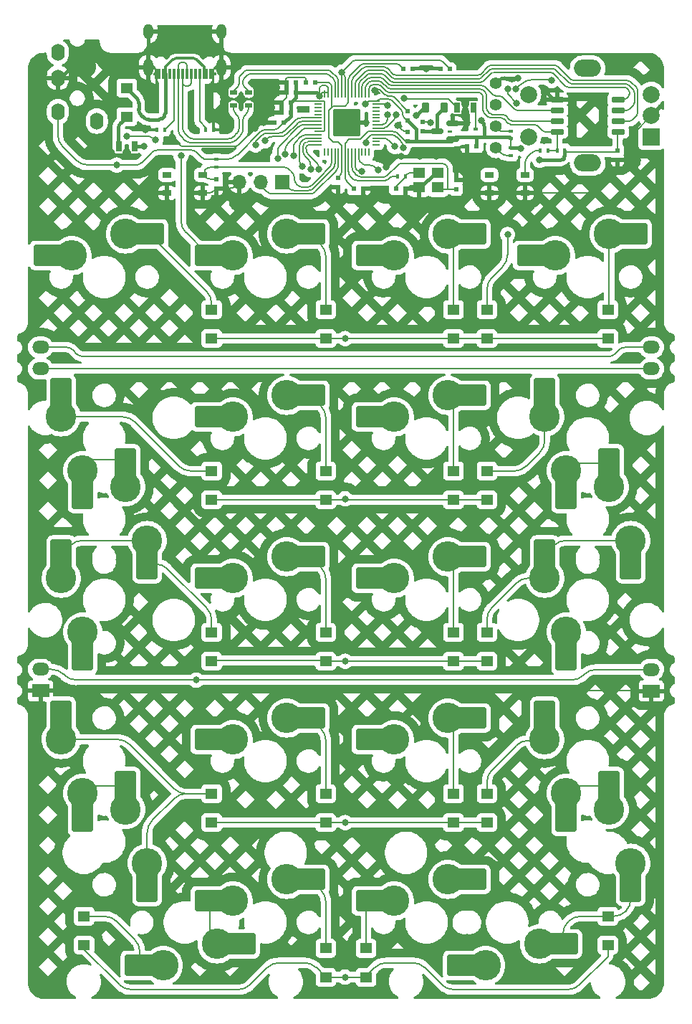
<source format=gbr>
G04 #@! TF.GenerationSoftware,KiCad,Pcbnew,(6.0.7)*
G04 #@! TF.CreationDate,2022-10-25T17:13:03-05:00*
G04 #@! TF.ProjectId,Container65,436f6e74-6169-46e6-9572-36352e6b6963,rev?*
G04 #@! TF.SameCoordinates,Original*
G04 #@! TF.FileFunction,Copper,L2,Bot*
G04 #@! TF.FilePolarity,Positive*
%FSLAX46Y46*%
G04 Gerber Fmt 4.6, Leading zero omitted, Abs format (unit mm)*
G04 Created by KiCad (PCBNEW (6.0.7)) date 2022-10-25 17:13:03*
%MOMM*%
%LPD*%
G01*
G04 APERTURE LIST*
G04 Aperture macros list*
%AMRoundRect*
0 Rectangle with rounded corners*
0 $1 Rounding radius*
0 $2 $3 $4 $5 $6 $7 $8 $9 X,Y pos of 4 corners*
0 Add a 4 corners polygon primitive as box body*
4,1,4,$2,$3,$4,$5,$6,$7,$8,$9,$2,$3,0*
0 Add four circle primitives for the rounded corners*
1,1,$1+$1,$2,$3*
1,1,$1+$1,$4,$5*
1,1,$1+$1,$6,$7*
1,1,$1+$1,$8,$9*
0 Add four rect primitives between the rounded corners*
20,1,$1+$1,$2,$3,$4,$5,0*
20,1,$1+$1,$4,$5,$6,$7,0*
20,1,$1+$1,$6,$7,$8,$9,0*
20,1,$1+$1,$8,$9,$2,$3,0*%
G04 Aperture macros list end*
G04 #@! TA.AperFunction,SMDPad,CuDef*
%ADD10RoundRect,0.050000X0.387500X0.050000X-0.387500X0.050000X-0.387500X-0.050000X0.387500X-0.050000X0*%
G04 #@! TD*
G04 #@! TA.AperFunction,SMDPad,CuDef*
%ADD11RoundRect,0.050000X0.050000X0.387500X-0.050000X0.387500X-0.050000X-0.387500X0.050000X-0.387500X0*%
G04 #@! TD*
G04 #@! TA.AperFunction,ComponentPad*
%ADD12C,0.600000*%
G04 #@! TD*
G04 #@! TA.AperFunction,SMDPad,CuDef*
%ADD13RoundRect,0.144000X1.456000X1.456000X-1.456000X1.456000X-1.456000X-1.456000X1.456000X-1.456000X0*%
G04 #@! TD*
G04 #@! TA.AperFunction,SMDPad,CuDef*
%ADD14RoundRect,0.250000X-1.000000X1.525000X-1.000000X-1.525000X1.000000X-1.525000X1.000000X1.525000X0*%
G04 #@! TD*
G04 #@! TA.AperFunction,ComponentPad*
%ADD15C,3.600000*%
G04 #@! TD*
G04 #@! TA.AperFunction,SMDPad,CuDef*
%ADD16RoundRect,0.250000X1.525000X1.000000X-1.525000X1.000000X-1.525000X-1.000000X1.525000X-1.000000X0*%
G04 #@! TD*
G04 #@! TA.AperFunction,SMDPad,CuDef*
%ADD17RoundRect,0.250000X1.000000X-1.525000X1.000000X1.525000X-1.000000X1.525000X-1.000000X-1.525000X0*%
G04 #@! TD*
G04 #@! TA.AperFunction,SMDPad,CuDef*
%ADD18RoundRect,0.250000X-1.525000X-1.000000X1.525000X-1.000000X1.525000X1.000000X-1.525000X1.000000X0*%
G04 #@! TD*
G04 #@! TA.AperFunction,WasherPad*
%ADD19O,3.200000X2.000000*%
G04 #@! TD*
G04 #@! TA.AperFunction,ComponentPad*
%ADD20R,2.000000X2.000000*%
G04 #@! TD*
G04 #@! TA.AperFunction,ComponentPad*
%ADD21C,2.000000*%
G04 #@! TD*
G04 #@! TA.AperFunction,ComponentPad*
%ADD22C,1.397000*%
G04 #@! TD*
G04 #@! TA.AperFunction,SMDPad,CuDef*
%ADD23RoundRect,0.218750X-0.218750X-0.381250X0.218750X-0.381250X0.218750X0.381250X-0.218750X0.381250X0*%
G04 #@! TD*
G04 #@! TA.AperFunction,SMDPad,CuDef*
%ADD24R,1.400000X1.200000*%
G04 #@! TD*
G04 #@! TA.AperFunction,SMDPad,CuDef*
%ADD25R,0.600000X0.500000*%
G04 #@! TD*
G04 #@! TA.AperFunction,ComponentPad*
%ADD26R,2.000000X1.500000*%
G04 #@! TD*
G04 #@! TA.AperFunction,ComponentPad*
%ADD27O,2.000000X1.500000*%
G04 #@! TD*
G04 #@! TA.AperFunction,SMDPad,CuDef*
%ADD28R,0.700000X1.300000*%
G04 #@! TD*
G04 #@! TA.AperFunction,SMDPad,CuDef*
%ADD29R,0.500000X0.600000*%
G04 #@! TD*
G04 #@! TA.AperFunction,SMDPad,CuDef*
%ADD30R,0.400000X0.600000*%
G04 #@! TD*
G04 #@! TA.AperFunction,SMDPad,CuDef*
%ADD31RoundRect,0.150000X0.587500X0.150000X-0.587500X0.150000X-0.587500X-0.150000X0.587500X-0.150000X0*%
G04 #@! TD*
G04 #@! TA.AperFunction,SMDPad,CuDef*
%ADD32RoundRect,0.065000X-0.460000X-0.260000X0.460000X-0.260000X0.460000X0.260000X-0.460000X0.260000X0*%
G04 #@! TD*
G04 #@! TA.AperFunction,SMDPad,CuDef*
%ADD33R,0.600000X0.400000*%
G04 #@! TD*
G04 #@! TA.AperFunction,SMDPad,CuDef*
%ADD34R,0.900000X0.500000*%
G04 #@! TD*
G04 #@! TA.AperFunction,ComponentPad*
%ADD35R,1.700000X1.700000*%
G04 #@! TD*
G04 #@! TA.AperFunction,ComponentPad*
%ADD36O,1.700000X1.700000*%
G04 #@! TD*
G04 #@! TA.AperFunction,ComponentPad*
%ADD37O,1.600000X2.000000*%
G04 #@! TD*
G04 #@! TA.AperFunction,SMDPad,CuDef*
%ADD38RoundRect,0.150000X-0.650000X-0.150000X0.650000X-0.150000X0.650000X0.150000X-0.650000X0.150000X0*%
G04 #@! TD*
G04 #@! TA.AperFunction,ComponentPad*
%ADD39O,1.200000X1.800000*%
G04 #@! TD*
G04 #@! TA.AperFunction,ComponentPad*
%ADD40O,1.200000X2.000000*%
G04 #@! TD*
G04 #@! TA.AperFunction,SMDPad,CuDef*
%ADD41R,0.300000X1.300000*%
G04 #@! TD*
G04 #@! TA.AperFunction,ViaPad*
%ADD42C,0.800000*%
G04 #@! TD*
G04 #@! TA.AperFunction,Conductor*
%ADD43C,0.200000*%
G04 #@! TD*
G04 #@! TA.AperFunction,Conductor*
%ADD44C,0.400000*%
G04 #@! TD*
G04 #@! TA.AperFunction,Conductor*
%ADD45C,0.300000*%
G04 #@! TD*
G04 APERTURE END LIST*
D10*
G04 #@! TO.P,U1,1,IOVDD*
G04 #@! TO.N,+3V3*
X81325000Y-27625000D03*
G04 #@! TO.P,U1,2,GPIO0*
G04 #@! TO.N,USER_LED*
X81325000Y-28025000D03*
G04 #@! TO.P,U1,3,GPIO1*
G04 #@! TO.N,unconnected-(U1-Pad3)*
X81325000Y-28425000D03*
G04 #@! TO.P,U1,4,GPIO2*
G04 #@! TO.N,unconnected-(U1-Pad4)*
X81325000Y-28825000D03*
G04 #@! TO.P,U1,5,GPIO3*
G04 #@! TO.N,unconnected-(U1-Pad5)*
X81325000Y-29225000D03*
G04 #@! TO.P,U1,6,GPIO4*
G04 #@! TO.N,unconnected-(U1-Pad6)*
X81325000Y-29625000D03*
G04 #@! TO.P,U1,7,GPIO5*
G04 #@! TO.N,unconnected-(U1-Pad7)*
X81325000Y-30025000D03*
G04 #@! TO.P,U1,8,GPIO6*
G04 #@! TO.N,encA*
X81325000Y-30425000D03*
G04 #@! TO.P,U1,9,GPIO7*
G04 #@! TO.N,encB*
X81325000Y-30825000D03*
G04 #@! TO.P,U1,10,IOVDD*
G04 #@! TO.N,+3V3*
X81325000Y-31225000D03*
G04 #@! TO.P,U1,11,GPIO8*
G04 #@! TO.N,SDA*
X81325000Y-31625000D03*
G04 #@! TO.P,U1,12,GPIO9*
G04 #@! TO.N,SCL*
X81325000Y-32025000D03*
G04 #@! TO.P,U1,13,GPIO10*
G04 #@! TO.N,unconnected-(U1-Pad13)*
X81325000Y-32425000D03*
G04 #@! TO.P,U1,14,GPIO11*
G04 #@! TO.N,unconnected-(U1-Pad14)*
X81325000Y-32825000D03*
D11*
G04 #@! TO.P,U1,15,GPIO12*
G04 #@! TO.N,unconnected-(U1-Pad15)*
X80487500Y-33662500D03*
G04 #@! TO.P,U1,16,GPIO13*
G04 #@! TO.N,unconnected-(U1-Pad16)*
X80087500Y-33662500D03*
G04 #@! TO.P,U1,17,GPIO14*
G04 #@! TO.N,unconnected-(U1-Pad17)*
X79687500Y-33662500D03*
G04 #@! TO.P,U1,18,GPIO15*
G04 #@! TO.N,COL3*
X79287500Y-33662500D03*
G04 #@! TO.P,U1,19,TESTEN*
G04 #@! TO.N,GND*
X78887500Y-33662500D03*
G04 #@! TO.P,U1,20,XIN*
G04 #@! TO.N,OSC_OUT*
X78487500Y-33662500D03*
G04 #@! TO.P,U1,21,XOUT*
G04 #@! TO.N,XOUT_MCU*
X78087500Y-33662500D03*
G04 #@! TO.P,U1,22,IOVDD*
G04 #@! TO.N,+3V3*
X77687500Y-33662500D03*
G04 #@! TO.P,U1,23,DVDD*
G04 #@! TO.N,+1V1*
X77287500Y-33662500D03*
G04 #@! TO.P,U1,24,SWCLK*
G04 #@! TO.N,SWCLK*
X76887500Y-33662500D03*
G04 #@! TO.P,U1,25,SWD*
G04 #@! TO.N,SWD*
X76487500Y-33662500D03*
G04 #@! TO.P,U1,26,RUN*
G04 #@! TO.N,RUN*
X76087500Y-33662500D03*
G04 #@! TO.P,U1,27,GPIO16*
G04 #@! TO.N,unconnected-(U1-Pad27)*
X75687500Y-33662500D03*
G04 #@! TO.P,U1,28,GPIO17*
G04 #@! TO.N,unconnected-(U1-Pad28)*
X75287500Y-33662500D03*
D10*
G04 #@! TO.P,U1,29,GPIO18*
G04 #@! TO.N,ROW4*
X74450000Y-32825000D03*
G04 #@! TO.P,U1,30,GPIO19*
G04 #@! TO.N,ROW3*
X74450000Y-32425000D03*
G04 #@! TO.P,U1,31,GPIO20*
G04 #@! TO.N,ROW2*
X74450000Y-32025000D03*
G04 #@! TO.P,U1,32,GPIO21*
G04 #@! TO.N,COL2*
X74450000Y-31625000D03*
G04 #@! TO.P,U1,33,IOVDD*
G04 #@! TO.N,+3V3*
X74450000Y-31225000D03*
G04 #@! TO.P,U1,34,GPIO22*
G04 #@! TO.N,ROW1*
X74450000Y-30825000D03*
G04 #@! TO.P,U1,35,GPIO23*
G04 #@! TO.N,ROW0*
X74450000Y-30425000D03*
G04 #@! TO.P,U1,36,GPIO24*
G04 #@! TO.N,COL1*
X74450000Y-30025000D03*
G04 #@! TO.P,U1,37,GPIO25*
G04 #@! TO.N,COL0*
X74450000Y-29625000D03*
G04 #@! TO.P,U1,38,GPIO26_ADC0*
G04 #@! TO.N,unconnected-(U1-Pad38)*
X74450000Y-29225000D03*
G04 #@! TO.P,U1,39,GPIO27_ADC1*
G04 #@! TO.N,unconnected-(U1-Pad39)*
X74450000Y-28825000D03*
G04 #@! TO.P,U1,40,GPIO28_ADC2*
G04 #@! TO.N,unconnected-(U1-Pad40)*
X74450000Y-28425000D03*
G04 #@! TO.P,U1,41,GPIO29_ADC3*
G04 #@! TO.N,unconnected-(U1-Pad41)*
X74450000Y-28025000D03*
G04 #@! TO.P,U1,42,IOVDD*
G04 #@! TO.N,+3V3*
X74450000Y-27625000D03*
D11*
G04 #@! TO.P,U1,43,ADC_AVDD*
X75287500Y-26787500D03*
G04 #@! TO.P,U1,44,VREG_IN*
X75687500Y-26787500D03*
G04 #@! TO.P,U1,45,VREG_VOUT*
G04 #@! TO.N,+1V1*
X76087500Y-26787500D03*
G04 #@! TO.P,U1,46,USB_DM*
G04 #@! TO.N,USB_MCU-*
X76487500Y-26787500D03*
G04 #@! TO.P,U1,47,USB_DP*
G04 #@! TO.N,USB_MCU+*
X76887500Y-26787500D03*
G04 #@! TO.P,U1,48,USB_VDD*
G04 #@! TO.N,+3V3*
X77287500Y-26787500D03*
G04 #@! TO.P,U1,49,IOVDD*
X77687500Y-26787500D03*
G04 #@! TO.P,U1,50,DVDD*
G04 #@! TO.N,+1V1*
X78087500Y-26787500D03*
G04 #@! TO.P,U1,51,QSPI_SD3*
G04 #@! TO.N,QSPI_SD3*
X78487500Y-26787500D03*
G04 #@! TO.P,U1,52,QSPI_SCLK*
G04 #@! TO.N,QSPI_SCLK*
X78887500Y-26787500D03*
G04 #@! TO.P,U1,53,QSPI_SD0*
G04 #@! TO.N,QSPI_SD0*
X79287500Y-26787500D03*
G04 #@! TO.P,U1,54,QSPI_SD2*
G04 #@! TO.N,QSPI_SD2*
X79687500Y-26787500D03*
G04 #@! TO.P,U1,55,QSPI_SD1*
G04 #@! TO.N,QSPI_SD1*
X80087500Y-26787500D03*
G04 #@! TO.P,U1,56,QSPI_SS*
G04 #@! TO.N,QSPI_SS*
X80487500Y-26787500D03*
D12*
G04 #@! TO.P,U1,57,GND*
G04 #@! TO.N,GND*
X79162500Y-30225000D03*
X77887500Y-31500000D03*
X77887500Y-28950000D03*
X79162500Y-31500000D03*
X77887500Y-30225000D03*
X79162500Y-28950000D03*
D13*
X77887500Y-30225000D03*
D12*
X76612500Y-28950000D03*
X76612500Y-31500000D03*
X76612500Y-30225000D03*
G04 #@! TD*
D14*
G04 #@! TO.P,MX-E-3,1,COL*
G04 #@! TO.N,COL0*
X51752500Y-108508750D03*
D15*
X51752500Y-111283750D03*
G04 #@! TO.P,MX-E-3,2,ROW*
G04 #@! TO.N,Net-(D13-Pad2)*
X54292500Y-117633750D03*
D14*
X54292500Y-120413750D03*
G04 #@! TD*
G04 #@! TO.P,MX20,1,COL*
G04 #@! TO.N,COL3*
X108902500Y-108508750D03*
D15*
X108902500Y-111283750D03*
G04 #@! TO.P,MX20,2,ROW*
G04 #@! TO.N,Net-(D20-Pad2)*
X111442500Y-117633750D03*
D14*
X111442500Y-120413750D03*
G04 #@! TD*
D16*
G04 #@! TO.P,MX17,1,COL*
G04 #@! TO.N,COL1*
X65322500Y-127158750D03*
D15*
X62547500Y-127158750D03*
G04 #@! TO.P,MX17,2,ROW*
G04 #@! TO.N,Net-(D17-Pad2)*
X56197500Y-129698750D03*
D16*
X53417500Y-129698750D03*
G04 #@! TD*
D14*
G04 #@! TO.P,MX-E-2,1,COL*
G04 #@! TO.N,COL3*
X108902500Y-70408750D03*
D15*
X108902500Y-73183750D03*
G04 #@! TO.P,MX-E-2,2,ROW*
G04 #@! TO.N,Net-(D12-Pad2)*
X111442500Y-79533750D03*
D14*
X111442500Y-82313750D03*
G04 #@! TD*
D16*
G04 #@! TO.P,MX-E-4,1,COL*
G04 #@! TO.N,Net-(D20-Pad2)*
X103422500Y-127158750D03*
D15*
X100647500Y-127158750D03*
G04 #@! TO.P,MX-E-4,2,ROW*
G04 #@! TO.N,COL3*
X94297500Y-129698750D03*
D16*
X91517500Y-129698750D03*
G04 #@! TD*
D14*
G04 #@! TO.P,MX-E-1,1,COL*
G04 #@! TO.N,COL0*
X51752500Y-70408750D03*
D15*
X51752500Y-73183750D03*
G04 #@! TO.P,MX-E-1,2,ROW*
G04 #@! TO.N,Net-(D9-Pad2)*
X54292500Y-79533750D03*
D14*
X54292500Y-82313750D03*
G04 #@! TD*
D17*
G04 #@! TO.P,MX13,1,COL*
G04 #@! TO.N,COL0*
X46672500Y-112153750D03*
D15*
X46672500Y-109378750D03*
G04 #@! TO.P,MX13,2,ROW*
G04 #@! TO.N,Net-(D13-Pad2)*
X44132500Y-103028750D03*
D17*
X44132500Y-100248750D03*
G04 #@! TD*
D18*
G04 #@! TO.P,MX1,1,COL*
G04 #@! TO.N,COL0*
X42627500Y-45878750D03*
D15*
X45402500Y-45878750D03*
G04 #@! TO.P,MX1,2,ROW*
G04 #@! TO.N,Net-(D1-Pad2)*
X51752500Y-43338750D03*
D18*
X54532500Y-43338750D03*
G04 #@! TD*
G04 #@! TO.P,MX4,1,COL*
G04 #@! TO.N,COL3*
X99777500Y-45878750D03*
D15*
X102552500Y-45878750D03*
G04 #@! TO.P,MX4,2,ROW*
G04 #@! TO.N,Net-(D4-Pad2)*
X108902500Y-43338750D03*
D18*
X111682500Y-43338750D03*
G04 #@! TD*
G04 #@! TO.P,MX19,1,COL*
G04 #@! TO.N,Net-(D19-Pad2)*
X80727500Y-122078750D03*
D15*
X83502500Y-122078750D03*
G04 #@! TO.P,MX19,2,ROW*
G04 #@! TO.N,COL2*
X89852500Y-119538750D03*
D18*
X92632500Y-119538750D03*
G04 #@! TD*
G04 #@! TO.P,MX7,1,COL*
G04 #@! TO.N,COL2*
X80727500Y-64928750D03*
D15*
X83502500Y-64928750D03*
G04 #@! TO.P,MX7,2,ROW*
G04 #@! TO.N,Net-(D7-Pad2)*
X89852500Y-62388750D03*
D18*
X92632500Y-62388750D03*
G04 #@! TD*
D17*
G04 #@! TO.P,MX8,1,COL*
G04 #@! TO.N,COL3*
X103822500Y-74053750D03*
D15*
X103822500Y-71278750D03*
G04 #@! TO.P,MX8,2,ROW*
G04 #@! TO.N,Net-(D8-Pad2)*
X101282500Y-64928750D03*
D17*
X101282500Y-62148750D03*
G04 #@! TD*
D18*
G04 #@! TO.P,MX10,1,COL*
G04 #@! TO.N,COL1*
X61677500Y-83978750D03*
D15*
X64452500Y-83978750D03*
G04 #@! TO.P,MX10,2,ROW*
G04 #@! TO.N,Net-(D10-Pad2)*
X70802500Y-81438750D03*
D18*
X73582500Y-81438750D03*
G04 #@! TD*
G04 #@! TO.P,MX18,1,COL*
G04 #@! TO.N,COL1*
X61677500Y-122078750D03*
D15*
X64452500Y-122078750D03*
G04 #@! TO.P,MX18,2,ROW*
G04 #@! TO.N,Net-(D18-Pad2)*
X70802500Y-119538750D03*
D18*
X73582500Y-119538750D03*
G04 #@! TD*
D17*
G04 #@! TO.P,MX12,1,COL*
G04 #@! TO.N,COL3*
X103822500Y-93103750D03*
D15*
X103822500Y-90328750D03*
G04 #@! TO.P,MX12,2,ROW*
G04 #@! TO.N,Net-(D12-Pad2)*
X101282500Y-83978750D03*
D17*
X101282500Y-81198750D03*
G04 #@! TD*
G04 #@! TO.P,MX16,1,COL*
G04 #@! TO.N,COL3*
X103822500Y-112153750D03*
D15*
X103822500Y-109378750D03*
G04 #@! TO.P,MX16,2,ROW*
G04 #@! TO.N,Net-(D16-Pad2)*
X101282500Y-103028750D03*
D17*
X101282500Y-100248750D03*
G04 #@! TD*
D18*
G04 #@! TO.P,MX11,1,COL*
G04 #@! TO.N,COL2*
X80727500Y-83978750D03*
D15*
X83502500Y-83978750D03*
G04 #@! TO.P,MX11,2,ROW*
G04 #@! TO.N,Net-(D11-Pad2)*
X89852500Y-81438750D03*
D18*
X92632500Y-81438750D03*
G04 #@! TD*
G04 #@! TO.P,MX14,1,COL*
G04 #@! TO.N,COL1*
X61677500Y-103028750D03*
D15*
X64452500Y-103028750D03*
G04 #@! TO.P,MX14,2,ROW*
G04 #@! TO.N,Net-(D14-Pad2)*
X70802500Y-100488750D03*
D18*
X73582500Y-100488750D03*
G04 #@! TD*
G04 #@! TO.P,MX2,1,COL*
G04 #@! TO.N,COL1*
X61677500Y-45878750D03*
D15*
X64452500Y-45878750D03*
G04 #@! TO.P,MX2,2,ROW*
G04 #@! TO.N,Net-(D2-Pad2)*
X70802500Y-43338750D03*
D18*
X73582500Y-43338750D03*
G04 #@! TD*
G04 #@! TO.P,MX6,1,COL*
G04 #@! TO.N,COL1*
X61677500Y-64928750D03*
D15*
X64452500Y-64928750D03*
G04 #@! TO.P,MX6,2,ROW*
G04 #@! TO.N,Net-(D6-Pad2)*
X70802500Y-62388750D03*
D18*
X73582500Y-62388750D03*
G04 #@! TD*
G04 #@! TO.P,MX3,1,COL*
G04 #@! TO.N,COL2*
X80727500Y-45878750D03*
D15*
X83502500Y-45878750D03*
G04 #@! TO.P,MX3,2,ROW*
G04 #@! TO.N,Net-(D3-Pad2)*
X89852500Y-43338750D03*
D18*
X92632500Y-43338750D03*
G04 #@! TD*
D17*
G04 #@! TO.P,MX9,1,COL*
G04 #@! TO.N,COL0*
X46672500Y-93103750D03*
D15*
X46672500Y-90328750D03*
G04 #@! TO.P,MX9,2,ROW*
G04 #@! TO.N,Net-(D9-Pad2)*
X44132500Y-83978750D03*
D17*
X44132500Y-81198750D03*
G04 #@! TD*
D18*
G04 #@! TO.P,MX15,1,COL*
G04 #@! TO.N,COL2*
X80727500Y-103028750D03*
D15*
X83502500Y-103028750D03*
G04 #@! TO.P,MX15,2,ROW*
G04 #@! TO.N,Net-(D15-Pad2)*
X89852500Y-100488750D03*
D18*
X92632500Y-100488750D03*
G04 #@! TD*
D17*
G04 #@! TO.P,MX5,1,COL*
G04 #@! TO.N,COL0*
X46672500Y-74053750D03*
D15*
X46672500Y-71278750D03*
G04 #@! TO.P,MX5,2,ROW*
G04 #@! TO.N,Net-(D5-Pad2)*
X44132500Y-64928750D03*
D17*
X44132500Y-62148750D03*
G04 #@! TD*
D19*
G04 #@! TO.P,SW1,*
G04 #@! TO.N,*
X106362500Y-34968750D03*
X106362500Y-23768750D03*
D20*
G04 #@! TO.P,SW1,A,A*
G04 #@! TO.N,encB*
X113862500Y-31868750D03*
D21*
G04 #@! TO.P,SW1,B,B*
G04 #@! TO.N,encA*
X113862500Y-26868750D03*
G04 #@! TO.P,SW1,C,C*
G04 #@! TO.N,GND*
X113862500Y-29368750D03*
G04 #@! TO.P,SW1,S1,S1*
G04 #@! TO.N,Net-(D23-Pad2)*
X99362500Y-26868750D03*
G04 #@! TO.P,SW1,S2,S2*
G04 #@! TO.N,COL3*
X99362500Y-31868750D03*
G04 #@! TD*
D22*
G04 #@! TO.P,OL1,1,SDA*
G04 #@! TO.N,SDA*
X95517500Y-33178750D03*
G04 #@! TO.P,OL1,2,SCL*
G04 #@! TO.N,SCL*
X95517500Y-30638750D03*
G04 #@! TO.P,OL1,3,VCC*
G04 #@! TO.N,+3V3*
X95517500Y-28098750D03*
G04 #@! TO.P,OL1,4,GND*
G04 #@! TO.N,GND*
X95517500Y-25558750D03*
G04 #@! TD*
D23*
G04 #@! TO.P,FB1,1*
G04 #@! TO.N,Net-(F1-Pad2)*
X87225000Y-28425000D03*
G04 #@! TO.P,FB1,2*
G04 #@! TO.N,+5V*
X89350000Y-28425000D03*
G04 #@! TD*
D24*
G04 #@! TO.P,D14,1,K*
G04 #@! TO.N,ROW3*
X75406250Y-112825000D03*
G04 #@! TO.P,D14,2,A*
G04 #@! TO.N,Net-(D14-Pad2)*
X75406250Y-109425000D03*
G04 #@! TD*
D25*
G04 #@! TO.P,C10,1*
G04 #@! TO.N,+3V3*
X70437500Y-30225000D03*
G04 #@! TO.P,C10,2*
G04 #@! TO.N,GND*
X69337500Y-30225000D03*
G04 #@! TD*
D24*
G04 #@! TO.P,D4,1,K*
G04 #@! TO.N,ROW0*
X108743750Y-55675000D03*
G04 #@! TO.P,D4,2,A*
G04 #@! TO.N,Net-(D4-Pad2)*
X108743750Y-52275000D03*
G04 #@! TD*
G04 #@! TO.P,D8,1,K*
G04 #@! TO.N,ROW1*
X94456250Y-74725000D03*
G04 #@! TO.P,D8,2,A*
G04 #@! TO.N,Net-(D8-Pad2)*
X94456250Y-71325000D03*
G04 #@! TD*
D26*
G04 #@! TO.P,J3,1,Pin_1*
G04 #@! TO.N,GND*
X41687500Y-97283750D03*
D27*
G04 #@! TO.P,J3,2,Pin_2*
G04 #@! TO.N,+3V3*
X41687500Y-94743750D03*
G04 #@! TD*
D28*
G04 #@! TO.P,D22,1,K*
G04 #@! TO.N,USER_LED*
X90937500Y-28425000D03*
G04 #@! TO.P,D22,2,A*
G04 #@! TO.N,Net-(D22-Pad2)*
X92837500Y-28425000D03*
G04 #@! TD*
D25*
G04 #@! TO.P,C15,1*
G04 #@! TO.N,+3V3*
X71237500Y-29025000D03*
G04 #@! TO.P,C15,2*
G04 #@! TO.N,GND*
X70137500Y-29025000D03*
G04 #@! TD*
D29*
G04 #@! TO.P,C4,1*
G04 #@! TO.N,+5V*
X86887500Y-31175000D03*
G04 #@! TO.P,C4,2*
G04 #@! TO.N,GND*
X86887500Y-30075000D03*
G04 #@! TD*
D24*
G04 #@! TO.P,D23,1,K*
G04 #@! TO.N,ROW0*
X94456250Y-55675000D03*
G04 #@! TO.P,D23,2,A*
G04 #@! TO.N,Net-(D23-Pad2)*
X94456250Y-52275000D03*
G04 #@! TD*
D29*
G04 #@! TO.P,C17,1*
G04 #@! TO.N,+1V1*
X76887500Y-36675000D03*
G04 #@! TO.P,C17,2*
G04 #@! TO.N,GND*
X76887500Y-37775000D03*
G04 #@! TD*
D24*
G04 #@! TO.P,D10,1,K*
G04 #@! TO.N,ROW2*
X75406250Y-93775000D03*
G04 #@! TO.P,D10,2,A*
G04 #@! TO.N,Net-(D10-Pad2)*
X75406250Y-90375000D03*
G04 #@! TD*
G04 #@! TO.P,D15,1,K*
G04 #@! TO.N,ROW3*
X90487500Y-112825000D03*
G04 #@! TO.P,D15,2,A*
G04 #@! TO.N,Net-(D15-Pad2)*
X90487500Y-109425000D03*
G04 #@! TD*
G04 #@! TO.P,D12,1,K*
G04 #@! TO.N,ROW2*
X94456250Y-93775000D03*
G04 #@! TO.P,D12,2,A*
G04 #@! TO.N,Net-(D12-Pad2)*
X94456250Y-90375000D03*
G04 #@! TD*
G04 #@! TO.P,D1,1,K*
G04 #@! TO.N,ROW0*
X61912500Y-55675000D03*
G04 #@! TO.P,D1,2,A*
G04 #@! TO.N,Net-(D1-Pad2)*
X61912500Y-52275000D03*
G04 #@! TD*
G04 #@! TO.P,D3,1,K*
G04 #@! TO.N,ROW0*
X90487500Y-55675000D03*
G04 #@! TO.P,D3,2,A*
G04 #@! TO.N,Net-(D3-Pad2)*
X90487500Y-52275000D03*
G04 #@! TD*
D30*
G04 #@! TO.P,R4,1*
G04 #@! TO.N,+3V3*
X103637500Y-33475000D03*
G04 #@! TO.P,R4,2*
G04 #@! TO.N,QSPI_SS*
X102737500Y-33475000D03*
G04 #@! TD*
D31*
G04 #@! TO.P,U3,1,GND*
G04 #@! TO.N,GND*
X90425000Y-30275000D03*
G04 #@! TO.P,U3,2,VO*
G04 #@! TO.N,+3V3*
X90425000Y-32175000D03*
G04 #@! TO.P,U3,3,VI*
G04 #@! TO.N,+5V*
X88550000Y-31225000D03*
G04 #@! TD*
D32*
G04 #@! TO.P,U5,1,A*
G04 #@! TO.N,GND*
X94754776Y-38499871D03*
G04 #@! TO.P,U5,2,B*
X98954776Y-38499871D03*
G04 #@! TO.P,U5,3,C*
G04 #@! TO.N,Net-(R5-Pad2)*
X94754776Y-36349871D03*
G04 #@! TO.P,U5,4,D*
X98954776Y-36349871D03*
G04 #@! TD*
D33*
G04 #@! TO.P,R9,1*
G04 #@! TO.N,+3V3*
X93087500Y-31875000D03*
G04 #@! TO.P,R9,2*
G04 #@! TO.N,Net-(D22-Pad2)*
X93087500Y-30975000D03*
G04 #@! TD*
G04 #@! TO.P,R11,1*
G04 #@! TO.N,+3V3*
X97287500Y-33175000D03*
G04 #@! TO.P,R11,2*
G04 #@! TO.N,SDA*
X97287500Y-34075000D03*
G04 #@! TD*
D30*
G04 #@! TO.P,R7,1*
G04 #@! TO.N,CC1*
X56337500Y-31025000D03*
G04 #@! TO.P,R7,2*
G04 #@! TO.N,GND*
X55437500Y-31025000D03*
G04 #@! TD*
D24*
G04 #@! TO.P,D21,1,K*
G04 #@! TO.N,Net-(D21-Pad1)*
X51887500Y-29500000D03*
G04 #@! TO.P,D21,2,A*
G04 #@! TO.N,VBUS*
X51887500Y-26100000D03*
G04 #@! TD*
G04 #@! TO.P,D17,1,K*
G04 #@! TO.N,ROW4*
X46831250Y-127300000D03*
G04 #@! TO.P,D17,2,A*
G04 #@! TO.N,Net-(D17-Pad2)*
X46831250Y-123900000D03*
G04 #@! TD*
G04 #@! TO.P,D18,1,K*
G04 #@! TO.N,ROW4*
X75406250Y-131081250D03*
G04 #@! TO.P,D18,2,A*
G04 #@! TO.N,Net-(D18-Pad2)*
X75406250Y-127681250D03*
G04 #@! TD*
G04 #@! TO.P,D9,1,K*
G04 #@! TO.N,ROW2*
X61912500Y-93775000D03*
G04 #@! TO.P,D9,2,A*
G04 #@! TO.N,Net-(D9-Pad2)*
X61912500Y-90375000D03*
G04 #@! TD*
G04 #@! TO.P,D20,1,K*
G04 #@! TO.N,ROW4*
X108743750Y-127300000D03*
G04 #@! TO.P,D20,2,A*
G04 #@! TO.N,Net-(D20-Pad2)*
X108743750Y-123900000D03*
G04 #@! TD*
D29*
G04 #@! TO.P,C13,1*
G04 #@! TO.N,+3V3*
X85087500Y-29918750D03*
G04 #@! TO.P,C13,2*
G04 #@! TO.N,GND*
X85087500Y-28818750D03*
G04 #@! TD*
D24*
G04 #@! TO.P,D5,1,K*
G04 #@! TO.N,ROW1*
X61912500Y-74725000D03*
G04 #@! TO.P,D5,2,A*
G04 #@! TO.N,Net-(D5-Pad2)*
X61912500Y-71325000D03*
G04 #@! TD*
D25*
G04 #@! TO.P,C8,1*
G04 #@! TO.N,+3V3*
X71837500Y-25425000D03*
G04 #@! TO.P,C8,2*
G04 #@! TO.N,GND*
X70737500Y-25425000D03*
G04 #@! TD*
D27*
G04 #@! TO.P,J6,1,Pin_1*
G04 #@! TO.N,SDA*
X113887500Y-59252500D03*
G04 #@! TO.P,J6,2,Pin_2*
G04 #@! TO.N,SCL*
X113887500Y-56712500D03*
G04 #@! TD*
D25*
G04 #@! TO.P,C2,1*
G04 #@! TO.N,+1V1*
X74137500Y-25425000D03*
G04 #@! TO.P,C2,2*
G04 #@! TO.N,GND*
X73037500Y-25425000D03*
G04 #@! TD*
D28*
G04 #@! TO.P,F1,1*
G04 #@! TO.N,Net-(D21-Pad1)*
X50937500Y-33025000D03*
G04 #@! TO.P,F1,2*
G04 #@! TO.N,Net-(F1-Pad2)*
X52837500Y-33025000D03*
G04 #@! TD*
D30*
G04 #@! TO.P,R3,1*
G04 #@! TO.N,OSC_IN*
X84787500Y-36500000D03*
G04 #@! TO.P,R3,2*
G04 #@! TO.N,XOUT_MCU*
X83887500Y-36500000D03*
G04 #@! TD*
G04 #@! TO.P,R5,1*
G04 #@! TO.N,QSPI_SS*
X101637500Y-33475000D03*
G04 #@! TO.P,R5,2*
G04 #@! TO.N,Net-(R5-Pad2)*
X100737500Y-33475000D03*
G04 #@! TD*
D25*
G04 #@! TO.P,C7,1*
G04 #@! TO.N,OSC_IN*
X83687500Y-38000000D03*
G04 #@! TO.P,C7,2*
G04 #@! TO.N,GND*
X84787500Y-38000000D03*
G04 #@! TD*
D34*
G04 #@! TO.P,R1,1*
G04 #@! TO.N,USB_MCU+*
X64487500Y-26675000D03*
G04 #@! TO.P,R1,2*
G04 #@! TO.N,USB+*
X64487500Y-28175000D03*
G04 #@! TD*
D33*
G04 #@! TO.P,R10,1*
G04 #@! TO.N,+3V3*
X97287500Y-32075000D03*
G04 #@! TO.P,R10,2*
G04 #@! TO.N,SCL*
X97287500Y-31175000D03*
G04 #@! TD*
D25*
G04 #@! TO.P,C16,1*
G04 #@! TO.N,+1V1*
X84537500Y-23825000D03*
G04 #@! TO.P,C16,2*
G04 #@! TO.N,GND*
X85637500Y-23825000D03*
G04 #@! TD*
D24*
G04 #@! TO.P,D6,1,K*
G04 #@! TO.N,ROW1*
X75406250Y-74725000D03*
G04 #@! TO.P,D6,2,A*
G04 #@! TO.N,Net-(D6-Pad2)*
X75406250Y-71325000D03*
G04 #@! TD*
D33*
G04 #@! TO.P,R8,1*
G04 #@! TO.N,RUN*
X62487500Y-35450000D03*
G04 #@! TO.P,R8,2*
G04 #@! TO.N,+3V3*
X62487500Y-34550000D03*
G04 #@! TD*
D24*
G04 #@! TO.P,D11,1,K*
G04 #@! TO.N,ROW2*
X90487500Y-93775000D03*
G04 #@! TO.P,D11,2,A*
G04 #@! TO.N,Net-(D11-Pad2)*
X90487500Y-90375000D03*
G04 #@! TD*
G04 #@! TO.P,D13,1,K*
G04 #@! TO.N,ROW3*
X61912500Y-112825000D03*
G04 #@! TO.P,D13,2,A*
G04 #@! TO.N,Net-(D13-Pad2)*
X61912500Y-109425000D03*
G04 #@! TD*
D29*
G04 #@! TO.P,C6,1*
G04 #@! TO.N,OSC_OUT*
X90837500Y-38050000D03*
G04 #@! TO.P,C6,2*
G04 #@! TO.N,GND*
X90837500Y-36950000D03*
G04 #@! TD*
D24*
G04 #@! TO.P,D19,1,K*
G04 #@! TO.N,ROW4*
X80168750Y-131081250D03*
G04 #@! TO.P,D19,2,A*
G04 #@! TO.N,Net-(D19-Pad2)*
X80168750Y-127681250D03*
G04 #@! TD*
D29*
G04 #@! TO.P,C12,1*
G04 #@! TO.N,+3V3*
X85087500Y-32375000D03*
G04 #@! TO.P,C12,2*
G04 #@! TO.N,GND*
X85087500Y-31275000D03*
G04 #@! TD*
D25*
G04 #@! TO.P,C5,1*
G04 #@! TO.N,+3V3*
X93237500Y-33025000D03*
G04 #@! TO.P,C5,2*
G04 #@! TO.N,GND*
X92137500Y-33025000D03*
G04 #@! TD*
D35*
G04 #@! TO.P,J1,1,Pin_1*
G04 #@! TO.N,SWD*
X70287500Y-37200000D03*
D36*
G04 #@! TO.P,J1,2,Pin_2*
G04 #@! TO.N,SWCLK*
X67747500Y-37200000D03*
G04 #@! TO.P,J1,3,Pin_3*
G04 #@! TO.N,GND*
X65207500Y-37200000D03*
G04 #@! TD*
D24*
G04 #@! TO.P,Y1,1,1*
G04 #@! TO.N,OSC_OUT*
X88637500Y-37850000D03*
G04 #@! TO.P,Y1,2,2*
G04 #@! TO.N,GND*
X86437500Y-37850000D03*
G04 #@! TO.P,Y1,3,3*
G04 #@! TO.N,OSC_IN*
X86437500Y-36150000D03*
G04 #@! TO.P,Y1,4,4*
G04 #@! TO.N,GND*
X88637500Y-36150000D03*
G04 #@! TD*
G04 #@! TO.P,D2,1,K*
G04 #@! TO.N,ROW0*
X75406250Y-55675000D03*
G04 #@! TO.P,D2,2,A*
G04 #@! TO.N,Net-(D2-Pad2)*
X75406250Y-52275000D03*
G04 #@! TD*
D32*
G04 #@! TO.P,U6,1,A*
G04 #@! TO.N,GND*
X56654776Y-38499871D03*
G04 #@! TO.P,U6,2,B*
X60854776Y-38499871D03*
G04 #@! TO.P,U6,3,C*
G04 #@! TO.N,RUN*
X56654776Y-36349871D03*
G04 #@! TO.P,U6,4,D*
X60854776Y-36349871D03*
G04 #@! TD*
D34*
G04 #@! TO.P,R2,1*
G04 #@! TO.N,USB_MCU-*
X66287500Y-26675000D03*
G04 #@! TO.P,R2,2*
G04 #@! TO.N,USB-*
X66287500Y-28175000D03*
G04 #@! TD*
D24*
G04 #@! TO.P,D16,1,K*
G04 #@! TO.N,ROW3*
X94456250Y-112825000D03*
G04 #@! TO.P,D16,2,A*
G04 #@! TO.N,Net-(D16-Pad2)*
X94456250Y-109425000D03*
G04 #@! TD*
D27*
G04 #@! TO.P,J4,1,Pin_1*
G04 #@! TO.N,SDA*
X41687500Y-59252500D03*
G04 #@! TO.P,J4,2,Pin_2*
G04 #@! TO.N,SCL*
X41687500Y-56712500D03*
G04 #@! TD*
D25*
G04 #@! TO.P,C11,1*
G04 #@! TO.N,+3V3*
X78737500Y-38000000D03*
G04 #@! TO.P,C11,2*
G04 #@! TO.N,GND*
X79837500Y-38000000D03*
G04 #@! TD*
D29*
G04 #@! TO.P,C18,1*
G04 #@! TO.N,RUN*
X62487500Y-36850000D03*
G04 #@! TO.P,C18,2*
G04 #@! TO.N,GND*
X62487500Y-37950000D03*
G04 #@! TD*
D37*
G04 #@! TO.P,U7,1,SLEEVE*
G04 #@! TO.N,SCL*
X48337500Y-30000000D03*
G04 #@! TO.P,U7,2,TIP*
G04 #@! TO.N,+3V3*
X43737500Y-28900000D03*
G04 #@! TO.P,U7,3,RING1*
G04 #@! TO.N,GND*
X43737500Y-24900000D03*
G04 #@! TO.P,U7,4,RING2*
G04 #@! TO.N,SDA*
X43737500Y-21900000D03*
G04 #@! TD*
D24*
G04 #@! TO.P,D7,1,K*
G04 #@! TO.N,ROW1*
X90487500Y-74725000D03*
G04 #@! TO.P,D7,2,A*
G04 #@! TO.N,Net-(D7-Pad2)*
X90487500Y-71325000D03*
G04 #@! TD*
D25*
G04 #@! TO.P,C14,1*
G04 #@! TO.N,+3V3*
X90037500Y-23825000D03*
G04 #@! TO.P,C14,2*
G04 #@! TO.N,GND*
X88937500Y-23825000D03*
G04 #@! TD*
G04 #@! TO.P,C9,1*
G04 #@! TO.N,+3V3*
X71237500Y-27825000D03*
G04 #@! TO.P,C9,2*
G04 #@! TO.N,GND*
X70137500Y-27825000D03*
G04 #@! TD*
D30*
G04 #@! TO.P,R6,1*
G04 #@! TO.N,CC2*
X61237500Y-31025000D03*
G04 #@! TO.P,R6,2*
G04 #@! TO.N,GND*
X62137500Y-31025000D03*
G04 #@! TD*
D26*
G04 #@! TO.P,J5,1,Pin_1*
G04 #@! TO.N,GND*
X113887500Y-97293750D03*
D27*
G04 #@! TO.P,J5,2,Pin_2*
G04 #@! TO.N,+3V3*
X113887500Y-94753750D03*
G04 #@! TD*
D38*
G04 #@! TO.P,U4,1,~{CS}*
G04 #@! TO.N,QSPI_SS*
X102762500Y-31273750D03*
G04 #@! TO.P,U4,2,DO(IO1)*
G04 #@! TO.N,QSPI_SD1*
X102762500Y-30003750D03*
G04 #@! TO.P,U4,3,IO2*
G04 #@! TO.N,QSPI_SD2*
X102762500Y-28733750D03*
G04 #@! TO.P,U4,4,GND*
G04 #@! TO.N,GND*
X102762500Y-27463750D03*
G04 #@! TO.P,U4,5,DI(IO0)*
G04 #@! TO.N,QSPI_SD0*
X109962500Y-27463750D03*
G04 #@! TO.P,U4,6,CLK*
G04 #@! TO.N,QSPI_SCLK*
X109962500Y-28733750D03*
G04 #@! TO.P,U4,7,IO3*
G04 #@! TO.N,QSPI_SD3*
X109962500Y-30003750D03*
G04 #@! TO.P,U4,8,VCC*
G04 #@! TO.N,+3V3*
X109962500Y-31273750D03*
G04 #@! TD*
D25*
G04 #@! TO.P,C1,1*
G04 #@! TO.N,+3V3*
X71837500Y-26625000D03*
G04 #@! TO.P,C1,2*
G04 #@! TO.N,GND*
X70737500Y-26625000D03*
G04 #@! TD*
D39*
G04 #@! TO.P,U2,0,0*
G04 #@! TO.N,GND*
X54411363Y-19453362D03*
D40*
X63061605Y-23653261D03*
X54411363Y-23653261D03*
D39*
X63061605Y-19453362D03*
D41*
G04 #@! TO.P,U2,A1,GND*
X55386471Y-24421587D03*
G04 #@! TO.P,U2,A4,VBUS*
G04 #@! TO.N,VBUS*
X56186573Y-24421587D03*
G04 #@! TO.P,U2,A5,CC1*
G04 #@! TO.N,CC1*
X57486547Y-24421587D03*
G04 #@! TO.P,U2,A6,DP1*
G04 #@! TO.N,USB+*
X58486547Y-24421587D03*
G04 #@! TO.P,U2,A7,DN1*
G04 #@! TO.N,USB-*
X58986420Y-24421587D03*
G04 #@! TO.P,U2,A8,SBU1*
G04 #@! TO.N,unconnected-(U2-PadA8)*
X59986166Y-24421587D03*
G04 #@! TO.P,U2,A9,VBUS*
G04 #@! TO.N,VBUS*
X61286649Y-24421587D03*
G04 #@! TO.P,U2,A12,GND*
G04 #@! TO.N,GND*
X62086497Y-24421587D03*
G04 #@! TO.P,U2,B1,GND*
X61786522Y-24421587D03*
G04 #@! TO.P,U2,B4,VBUS*
G04 #@! TO.N,VBUS*
X60986420Y-24421587D03*
G04 #@! TO.P,U2,B5,CC2*
G04 #@! TO.N,CC2*
X60486547Y-24421587D03*
G04 #@! TO.P,U2,B6,DP2*
G04 #@! TO.N,USB+*
X59486547Y-24421587D03*
G04 #@! TO.P,U2,B7,DN2*
G04 #@! TO.N,USB-*
X57986420Y-24421587D03*
G04 #@! TO.P,U2,B8,SBU2*
G04 #@! TO.N,unconnected-(U2-PadB8)*
X56986420Y-24421587D03*
G04 #@! TO.P,U2,B9,VBUS*
G04 #@! TO.N,VBUS*
X56486547Y-24421587D03*
G04 #@! TO.P,U2,B12,GND*
G04 #@! TO.N,GND*
X55686446Y-24421587D03*
G04 #@! TD*
D29*
G04 #@! TO.P,C3,1*
G04 #@! TO.N,+3V3*
X109887500Y-33475000D03*
G04 #@! TO.P,C3,2*
G04 #@! TO.N,GND*
X109887500Y-34575000D03*
G04 #@! TD*
D42*
G04 #@! TO.N,GND*
X68087500Y-30225000D03*
X90287500Y-34200000D03*
X54087500Y-31025000D03*
X92037500Y-36050000D03*
X65087500Y-23600000D03*
X63287500Y-31025000D03*
X82437500Y-38400000D03*
X88487500Y-34200000D03*
X88437500Y-39400000D03*
X111287500Y-34625000D03*
X83908743Y-30561325D03*
X86487500Y-34200000D03*
X94687500Y-39600000D03*
X90637500Y-39400000D03*
X86437500Y-39400000D03*
X46887500Y-23600000D03*
X82492768Y-35397810D03*
X98087500Y-24924001D03*
X69087500Y-29025000D03*
X80168750Y-30162500D03*
X98887500Y-39600000D03*
X65287500Y-39400000D03*
X84237500Y-39400000D03*
X61003750Y-97283750D03*
X81186951Y-26380623D03*
X101287500Y-26225000D03*
X87287500Y-23825000D03*
X84287500Y-34200000D03*
X69487500Y-25425000D03*
X79687500Y-35925500D03*
X92087500Y-30225000D03*
X67034657Y-30909405D03*
X92037500Y-38000000D03*
X57287500Y-32000000D03*
X56687500Y-39600000D03*
X52287500Y-23600000D03*
X79887500Y-39000000D03*
X87750500Y-30162500D03*
G04 #@! TO.N,+3V3*
X74687500Y-27025000D03*
X60087500Y-96000000D03*
X77287500Y-24225000D03*
X100687500Y-34625000D03*
X93787000Y-29900000D03*
X80087500Y-28025000D03*
X98487500Y-33225000D03*
X50687500Y-35200000D03*
G04 #@! TO.N,ROW0*
X69708938Y-34392805D03*
X77687500Y-55675000D03*
G04 #@! TO.N,ROW1*
X70591942Y-33924500D03*
X77687500Y-74600000D03*
G04 #@! TO.N,ROW2*
X72613494Y-35324500D03*
X77687500Y-93775000D03*
G04 #@! TO.N,ROW3*
X77687500Y-112825000D03*
X73612997Y-35724500D03*
G04 #@! TO.N,ROW4*
X74612500Y-35724500D03*
X77687500Y-131081250D03*
G04 #@! TO.N,USER_LED*
X84687500Y-27324500D03*
X82687500Y-28124500D03*
G04 #@! TO.N,Net-(F1-Pad2)*
X53887500Y-33025000D03*
X86087500Y-29368750D03*
G04 #@! TO.N,COL3*
X81569806Y-35781406D03*
G04 #@! TO.N,COL0*
X55287500Y-32225000D03*
X67105025Y-32817525D03*
X51887500Y-31825000D03*
G04 #@! TO.N,COL2*
X71573272Y-34114228D03*
G04 #@! TO.N,COL1*
X68192878Y-32330378D03*
X58287500Y-34125500D03*
G04 #@! TO.N,SDA*
X80168750Y-32543750D03*
X84532274Y-33190983D03*
G04 #@! TO.N,SCL*
X83551523Y-32998283D03*
G04 #@! TO.N,Net-(D23-Pad2)*
X96887500Y-43400000D03*
G04 #@! TO.N,encB*
X96887500Y-26225000D03*
X83687002Y-29224000D03*
X97982122Y-27930378D03*
G04 #@! TO.N,encA*
X82687500Y-29225000D03*
X102087500Y-25225000D03*
X97887003Y-26225000D03*
G04 #@! TD*
D43*
G04 #@! TO.N,+3V3*
X84837500Y-32375000D02*
X85087500Y-32375000D01*
X83980266Y-31517766D02*
X84837500Y-32375000D01*
X80437373Y-31224873D02*
X83273159Y-31224873D01*
X79487500Y-32174936D02*
X79487500Y-32174746D01*
X79487500Y-32174746D02*
X80437373Y-31224873D01*
X77687602Y-36535888D02*
X77687602Y-32624898D01*
X77687602Y-32624898D02*
X78137564Y-32174936D01*
X83980292Y-31517740D02*
G75*
G03*
X83273159Y-31224873I-707092J-707160D01*
G01*
X78737500Y-38000000D02*
X77980495Y-37242995D01*
X78137564Y-32174936D02*
X79487500Y-32174936D01*
X77687610Y-36535888D02*
G75*
G03*
X77980495Y-37242995I999990J-12D01*
G01*
G04 #@! TO.N,SDA*
X84532274Y-33049674D02*
X84532274Y-33190983D01*
X83814631Y-31917817D02*
X84239381Y-32342567D01*
X80753351Y-31624924D02*
X83107524Y-31624924D01*
X84532300Y-33049674D02*
G75*
G03*
X84239381Y-32342567I-1000000J-26D01*
G01*
X83814614Y-31917834D02*
G75*
G03*
X83107524Y-31624924I-707114J-707066D01*
G01*
X80168750Y-32543750D02*
X80168750Y-32209525D01*
X80168750Y-32209525D02*
X80753351Y-31624924D01*
G04 #@! TO.N,GND*
X81483457Y-26193750D02*
X81373824Y-26193750D01*
D44*
X92037500Y-37000000D02*
X92037500Y-36050000D01*
X90473286Y-34200000D02*
X90287500Y-34200000D01*
D43*
X87663000Y-30075000D02*
X87750500Y-30162500D01*
X70737500Y-26625000D02*
X70737500Y-27225000D01*
D44*
X92037500Y-38185786D02*
X92037500Y-38000000D01*
D43*
X111237500Y-34575000D02*
X111287500Y-34625000D01*
D44*
X63061605Y-23653261D02*
X63061605Y-19453362D01*
D43*
X73037500Y-25425000D02*
X73037500Y-24975000D01*
D44*
X83144607Y-39107107D02*
X82437500Y-38400000D01*
D43*
X86887500Y-30075000D02*
X87663000Y-30075000D01*
X58726714Y-33025000D02*
X64504848Y-33025000D01*
D44*
X43737500Y-24900000D02*
X43787500Y-24900000D01*
D43*
X94754776Y-39532724D02*
X94687500Y-39600000D01*
D44*
X83394607Y-34492893D02*
X82487500Y-35400000D01*
D43*
X88937500Y-23825000D02*
X87287500Y-23825000D01*
D44*
X101287500Y-26225000D02*
X101287500Y-26425000D01*
X91530393Y-39107107D02*
X91744607Y-38892893D01*
X45701714Y-23600000D02*
X46887500Y-23600000D01*
X86437500Y-39400000D02*
X88437500Y-39400000D01*
X86287500Y-34200000D02*
X84687500Y-34200000D01*
X88437500Y-39400000D02*
X90637500Y-39400000D01*
D43*
X111287500Y-32772177D02*
X111287500Y-34625000D01*
X79837500Y-38000000D02*
X79837500Y-38950000D01*
D44*
X92037500Y-38000000D02*
X92037500Y-37000000D01*
X86637500Y-37850000D02*
X86437500Y-37850000D01*
D43*
X98954776Y-39532724D02*
X98887500Y-39600000D01*
X85087500Y-31275000D02*
X85036632Y-31275000D01*
X60854776Y-38499871D02*
X61523415Y-38499871D01*
X94754776Y-38499871D02*
X94754776Y-39532724D01*
X83080393Y-27025000D02*
X82728921Y-27025000D01*
D44*
X63061605Y-23653261D02*
X65034239Y-23653261D01*
X84787500Y-38000000D02*
X86287500Y-38000000D01*
X91744607Y-35057107D02*
X91180393Y-34492893D01*
D43*
X62230522Y-38206978D02*
X62487500Y-37950000D01*
X70137500Y-27825000D02*
X70137500Y-29025000D01*
X81373824Y-26193750D02*
X81186951Y-26380623D01*
D44*
X90637500Y-39400000D02*
X90823286Y-39400000D01*
X88637500Y-36150000D02*
X88337500Y-36150000D01*
D43*
X109887500Y-35785786D02*
X109887500Y-34575000D01*
X109887500Y-34575000D02*
X111237500Y-34575000D01*
D44*
X90837500Y-36950000D02*
X91987500Y-36950000D01*
X84687500Y-34200000D02*
X84101714Y-34200000D01*
D43*
X56687500Y-38532595D02*
X56654776Y-38499871D01*
X72912500Y-24850000D02*
X70862500Y-24850000D01*
X70687500Y-25025000D02*
X70687500Y-25375000D01*
X65207500Y-37200000D02*
X65207500Y-39320000D01*
X62487500Y-37950000D02*
X64043286Y-37950000D01*
D44*
X86437500Y-39400000D02*
X84237500Y-39400000D01*
D43*
X87287500Y-23825000D02*
X85637500Y-23825000D01*
X64750393Y-37657107D02*
X65207500Y-37200000D01*
D44*
X86287500Y-38000000D02*
X86437500Y-37850000D01*
D43*
X84329525Y-30982107D02*
X83908743Y-30561325D01*
D44*
X95517500Y-25558750D02*
X95859356Y-25216894D01*
D43*
X57287500Y-32000000D02*
X58019607Y-32732107D01*
D44*
X88337500Y-36150000D02*
X86637500Y-37850000D01*
D43*
X79837500Y-38950000D02*
X79887500Y-39000000D01*
D44*
X90287500Y-34200000D02*
X88287500Y-34200000D01*
X65034239Y-23653261D02*
X65087500Y-23600000D01*
X84237500Y-39400000D02*
X83851714Y-39400000D01*
D43*
X85087500Y-28818750D02*
X85081250Y-28818750D01*
X55437500Y-31025000D02*
X54087500Y-31025000D01*
D44*
X43987500Y-24900000D02*
X44994607Y-23892893D01*
X63061605Y-19453362D02*
X54411363Y-19453362D01*
X96566463Y-24924001D02*
X98087500Y-24924001D01*
D43*
X73037500Y-24975000D02*
X72912500Y-24850000D01*
X70737500Y-25425000D02*
X70737500Y-26625000D01*
X79041553Y-35779053D02*
X79033946Y-35771446D01*
X92037500Y-30275000D02*
X92087500Y-30225000D01*
X56687500Y-39600000D02*
X56687500Y-38532595D01*
D44*
X91987500Y-36950000D02*
X92037500Y-37000000D01*
X54411363Y-19453362D02*
X54411363Y-23653261D01*
D43*
X70737500Y-25425000D02*
X69487500Y-25425000D01*
D44*
X54411363Y-23653261D02*
X52340761Y-23653261D01*
D43*
X79686020Y-35924020D02*
X79329475Y-35924020D01*
D44*
X101287500Y-26425000D02*
X102326250Y-27463750D01*
D43*
X70862500Y-24850000D02*
X70687500Y-25025000D01*
X85081250Y-28818750D02*
X83433946Y-27171446D01*
X90425000Y-30275000D02*
X92037500Y-30275000D01*
D44*
X102326250Y-27463750D02*
X102762500Y-27463750D01*
D43*
X107880522Y-38206978D02*
X109594607Y-36492893D01*
X79687500Y-35925500D02*
X79686020Y-35924020D01*
X65207500Y-39320000D02*
X65287500Y-39400000D01*
X78887500Y-35417893D02*
X78887500Y-33775038D01*
D44*
X82487500Y-35400000D02*
X82490578Y-35400000D01*
D43*
X113877500Y-97283750D02*
X113887500Y-97293750D01*
X68087500Y-30225000D02*
X69337500Y-30225000D01*
X70137500Y-29025000D02*
X69087500Y-29025000D01*
X41687500Y-97283750D02*
X61003750Y-97283750D01*
D44*
X43737500Y-24900000D02*
X43987500Y-24900000D01*
D43*
X62137500Y-31025000D02*
X63287500Y-31025000D01*
D44*
X88287500Y-34200000D02*
X86287500Y-34200000D01*
D43*
X98954776Y-38499871D02*
X107173415Y-38499871D01*
X65211955Y-32732107D02*
X67034657Y-30909405D01*
D44*
X82490578Y-35400000D02*
X82492768Y-35397810D01*
D43*
X82375367Y-26878553D02*
X81837010Y-26340196D01*
X70687500Y-25375000D02*
X70737500Y-25425000D01*
X113862500Y-29368750D02*
X111873286Y-31357964D01*
X113877500Y-97283750D02*
X61003750Y-97283750D01*
X70737500Y-27225000D02*
X70137500Y-27825000D01*
X98954776Y-38499871D02*
X98954776Y-39532724D01*
D44*
X86437500Y-37850000D02*
X86437500Y-39400000D01*
X92037500Y-36050000D02*
X92037500Y-35764214D01*
X52340761Y-23653261D02*
X52287500Y-23600000D01*
D43*
X81837042Y-26340164D02*
G75*
G03*
X81483457Y-26193750I-353542J-353636D01*
G01*
X111873297Y-31357975D02*
G75*
G03*
X111287500Y-32772177I1414203J-1414225D01*
G01*
D44*
X95859375Y-25216913D02*
G75*
G02*
X96566463Y-24924001I707125J-707087D01*
G01*
D43*
X58019600Y-32732114D02*
G75*
G03*
X58726714Y-33025000I707100J707114D01*
G01*
X62230508Y-38206964D02*
G75*
G02*
X61523415Y-38499871I-707108J707064D01*
G01*
D44*
X83851714Y-39399990D02*
G75*
G02*
X83144607Y-39107107I-14J999990D01*
G01*
D43*
X64504848Y-33024963D02*
G75*
G03*
X65211955Y-32732107I52J999963D01*
G01*
X83433949Y-27171443D02*
G75*
G03*
X83080393Y-27025000I-353549J-353557D01*
G01*
X79041572Y-35779033D02*
G75*
G03*
X79329475Y-35924019I370128J376633D01*
G01*
X84329509Y-30982123D02*
G75*
G03*
X85036632Y-31275000I707091J707123D01*
G01*
X82375357Y-26878563D02*
G75*
G03*
X82728921Y-27025000I353543J353563D01*
G01*
X64750400Y-37657114D02*
G75*
G02*
X64043286Y-37950000I-707100J707114D01*
G01*
D44*
X90473286Y-34200010D02*
G75*
G02*
X91180393Y-34492893I14J-999990D01*
G01*
D43*
X109887490Y-35785786D02*
G75*
G02*
X109594607Y-36492893I-999990J-14D01*
G01*
X78887505Y-35417893D02*
G75*
G03*
X79033946Y-35771446I499995J-7D01*
G01*
D44*
X91530400Y-39107114D02*
G75*
G02*
X90823286Y-39400000I-707100J707114D01*
G01*
X45701714Y-23600010D02*
G75*
G03*
X44994607Y-23892893I-14J-999990D01*
G01*
X92037490Y-38185786D02*
G75*
G02*
X91744607Y-38892893I-999990J-14D01*
G01*
X83394600Y-34492886D02*
G75*
G02*
X84101714Y-34200000I707100J-707114D01*
G01*
D43*
X107173415Y-38499890D02*
G75*
G03*
X107880522Y-38206978I-15J999990D01*
G01*
D44*
X91744614Y-35057100D02*
G75*
G02*
X92037500Y-35764214I-707114J-707100D01*
G01*
G04 #@! TO.N,+3V3*
X71237500Y-29025000D02*
X71237500Y-29425000D01*
X97087500Y-31875000D02*
X97287500Y-32075000D01*
D43*
X105947963Y-95339537D02*
X105873286Y-95414214D01*
X113887500Y-94753750D02*
X107362177Y-94753750D01*
X67615413Y-31317893D02*
X64969092Y-33964214D01*
D44*
X103433947Y-34478553D02*
X103491054Y-34421446D01*
X90425000Y-32175000D02*
X90225000Y-32375000D01*
X71237500Y-27825000D02*
X71237500Y-29025000D01*
D43*
X81437665Y-27624924D02*
X80487576Y-27624924D01*
X77287500Y-24225000D02*
X78542052Y-22970448D01*
D44*
X93087500Y-31875000D02*
X90725000Y-31875000D01*
X98437500Y-33175000D02*
X98487500Y-33225000D01*
X94137500Y-31875000D02*
X97087500Y-31875000D01*
D43*
X53630393Y-34907107D02*
X54819607Y-33717893D01*
X43737500Y-31621573D02*
X43737500Y-28900000D01*
D44*
X71237500Y-29425000D02*
X70437500Y-30225000D01*
D43*
X84981250Y-29918750D02*
X85087500Y-29918750D01*
X43002823Y-94743750D02*
X41687500Y-94743750D01*
D44*
X86037500Y-32375000D02*
X86087500Y-32325000D01*
D43*
X61401714Y-34550000D02*
X62487500Y-34550000D01*
X75187284Y-27624924D02*
X75281250Y-27718890D01*
X74789276Y-25898224D02*
X74760723Y-25926777D01*
X97287500Y-33175000D02*
X97287500Y-32075000D01*
X75037538Y-26674962D02*
X74687500Y-27025000D01*
X104459073Y-96000000D02*
X45915927Y-96000000D01*
X80487576Y-27624924D02*
X80087500Y-28025000D01*
X63554879Y-34550000D02*
X62487500Y-34550000D01*
X84633947Y-29571447D02*
X84981250Y-29918750D01*
D44*
X86037500Y-32375000D02*
X85087500Y-32375000D01*
X90725000Y-31875000D02*
X90425000Y-32175000D01*
D43*
X84487500Y-29032107D02*
X84487500Y-29217893D01*
X75614378Y-25951878D02*
X75560723Y-25898223D01*
X83233947Y-27571447D02*
X84341054Y-28678554D01*
X75687602Y-26674962D02*
X75687602Y-26128655D01*
X109887500Y-31348750D02*
X109887500Y-33475000D01*
D44*
X94137500Y-30664714D02*
X94137500Y-31875000D01*
D43*
X69223286Y-31025000D02*
X68322520Y-31025000D01*
X75383947Y-25825000D02*
X74966053Y-25825000D01*
D44*
X71837500Y-27225000D02*
X71237500Y-27825000D01*
X74287500Y-26625000D02*
X74687500Y-27025000D01*
D43*
X75687602Y-26674962D02*
X75287551Y-26674962D01*
D44*
X93237500Y-32025000D02*
X93087500Y-31875000D01*
D43*
X74337335Y-27624924D02*
X71437576Y-27624924D01*
X71437576Y-27624924D02*
X71237500Y-27825000D01*
X55526714Y-33425000D02*
X59448286Y-33425000D01*
X103787500Y-33625000D02*
X109737500Y-33625000D01*
X81437665Y-27624924D02*
X81491143Y-27571446D01*
X75287551Y-26674962D02*
X75037538Y-26674962D01*
D44*
X93787000Y-29900000D02*
X93844607Y-29957607D01*
D43*
X89182949Y-22970449D02*
X90037500Y-23825000D01*
X75187538Y-31224873D02*
X74337335Y-31224873D01*
D44*
X90225000Y-32375000D02*
X86037500Y-32375000D01*
X71837500Y-25425000D02*
X71837500Y-26625000D01*
D43*
X74337335Y-27624924D02*
X75187284Y-27624924D01*
X77687602Y-24832209D02*
X77687602Y-26674962D01*
D44*
X103637500Y-34067893D02*
X103637500Y-33475000D01*
D43*
X50687500Y-35200000D02*
X52923286Y-35200000D01*
D44*
X100687500Y-34625000D02*
X103080393Y-34625000D01*
D43*
X50687500Y-35200000D02*
X47315927Y-35200000D01*
X75281250Y-27718890D02*
X75281250Y-31131161D01*
X103637500Y-33475000D02*
X103787500Y-33625000D01*
X77287500Y-24225000D02*
X77541156Y-24478656D01*
D44*
X86087500Y-32325000D02*
X86087500Y-30918750D01*
D43*
X78895605Y-22824002D02*
X88829395Y-22824002D01*
X75281250Y-31131161D02*
X75187538Y-31224873D01*
D44*
X93237500Y-33025000D02*
X93237500Y-32025000D01*
D43*
X81844696Y-27425000D02*
X82880393Y-27425000D01*
D44*
X71837500Y-26625000D02*
X74287500Y-26625000D01*
X93087500Y-31875000D02*
X94137500Y-31875000D01*
D43*
X60155393Y-33717893D02*
X60694607Y-34257107D01*
D44*
X97287500Y-33175000D02*
X98437500Y-33175000D01*
D43*
X70437500Y-30225000D02*
X69930393Y-30732107D01*
X44501713Y-95414213D02*
X44417036Y-95329536D01*
D44*
X71837500Y-26625000D02*
X71837500Y-27225000D01*
D43*
X74687500Y-26103553D02*
X74687500Y-27025000D01*
X109962500Y-31273750D02*
X109887500Y-31348750D01*
D44*
X86087500Y-30918750D02*
X85087500Y-29918750D01*
D43*
X45901713Y-34614213D02*
X44323286Y-33035786D01*
X109737500Y-33625000D02*
X109887500Y-33475000D01*
X77287500Y-24225000D02*
X77287500Y-26425000D01*
X67615403Y-31317883D02*
G75*
G02*
X68322520Y-31025000I707097J-707117D01*
G01*
X60155400Y-33717886D02*
G75*
G03*
X59448286Y-33425000I-707100J-707114D01*
G01*
X88829395Y-22824005D02*
G75*
G02*
X89182949Y-22970449I5J-499995D01*
G01*
X84341057Y-28678551D02*
G75*
G02*
X84487500Y-29032107I-353557J-353549D01*
G01*
X77541161Y-24478651D02*
G75*
G02*
X77687602Y-24832209I-353561J-353549D01*
G01*
X105947985Y-95339559D02*
G75*
G02*
X107362177Y-94753750I1414215J-1414141D01*
G01*
X44323272Y-33035800D02*
G75*
G02*
X43737500Y-31621573I1414228J1414200D01*
G01*
X53630400Y-34907114D02*
G75*
G02*
X52923286Y-35200000I-707100J707114D01*
G01*
D44*
X103080393Y-34624995D02*
G75*
G03*
X103433947Y-34478553I7J499995D01*
G01*
D43*
X81491145Y-27571448D02*
G75*
G02*
X81844696Y-27425000I353555J-353552D01*
G01*
X74966053Y-25824968D02*
G75*
G03*
X74789277Y-25898225I47J-250032D01*
G01*
X54819600Y-33717886D02*
G75*
G02*
X55526714Y-33425000I707100J-707114D01*
G01*
D44*
X93844614Y-29957600D02*
G75*
G02*
X94137500Y-30664714I-707114J-707100D01*
G01*
D43*
X104459073Y-95999980D02*
G75*
G03*
X105873285Y-95414213I27J1999980D01*
G01*
X78895605Y-22824005D02*
G75*
G03*
X78542052Y-22970448I-5J-499995D01*
G01*
X61401714Y-34549990D02*
G75*
G02*
X60694607Y-34257107I-14J999990D01*
G01*
X44501699Y-95414227D02*
G75*
G03*
X45915927Y-96000000I1414201J1414227D01*
G01*
X75614356Y-25951900D02*
G75*
G02*
X75687602Y-26128655I-176756J-176800D01*
G01*
X69223286Y-31024990D02*
G75*
G03*
X69930393Y-30732107I14J999990D01*
G01*
X45901699Y-34614227D02*
G75*
G03*
X47315927Y-35200000I1414201J1414227D01*
G01*
X82880393Y-27425005D02*
G75*
G02*
X83233947Y-27571447I7J-499995D01*
G01*
D44*
X103637495Y-34067893D02*
G75*
G02*
X103491054Y-34421446I-499995J-7D01*
G01*
D43*
X84633944Y-29571450D02*
G75*
G02*
X84487500Y-29217893I353556J353550D01*
G01*
X64969103Y-33964225D02*
G75*
G02*
X63554879Y-34550000I-1414203J1414225D01*
G01*
X43002823Y-94743720D02*
G75*
G02*
X44417035Y-95329537I-23J-1999980D01*
G01*
X74687468Y-26103553D02*
G75*
G02*
X74760724Y-25926778I250032J-47D01*
G01*
X75560700Y-25898246D02*
G75*
G03*
X75383947Y-25825000I-176800J-176754D01*
G01*
G04 #@! TO.N,+1V1*
X75781250Y-28718750D02*
X75793750Y-28718750D01*
X76087652Y-26674962D02*
X76087652Y-28424848D01*
X76837335Y-32474873D02*
X77287551Y-32925089D01*
X76687500Y-28225000D02*
X77687500Y-28225000D01*
X77287551Y-35860735D02*
X77287551Y-33775038D01*
X84537500Y-23825000D02*
X84082948Y-23370448D01*
X75693509Y-25425000D02*
X74137500Y-25425000D01*
X78087652Y-25209563D02*
X78087652Y-26674962D01*
X76287500Y-28225000D02*
X76687500Y-28225000D01*
X76281250Y-32474873D02*
X76837335Y-32474873D01*
X75781250Y-28718750D02*
X75781250Y-31974873D01*
X77687500Y-28225000D02*
X78087652Y-27824848D01*
X77287551Y-32925089D02*
X77287551Y-33775038D01*
X78087652Y-26674962D02*
X78087652Y-27824848D01*
X76087652Y-26674962D02*
X76087652Y-25819143D01*
X75781250Y-31974873D02*
X76281250Y-32474873D01*
X78087449Y-25209360D02*
X78087652Y-25209563D01*
X83729395Y-23224002D02*
X79895503Y-23224002D01*
X76087652Y-28424848D02*
X75793750Y-28718750D01*
X76014428Y-25642366D02*
X75870285Y-25498223D01*
X75793750Y-28718750D02*
X76287500Y-28225000D01*
X78087449Y-25032056D02*
X78087449Y-25209360D01*
X79541949Y-23370449D02*
X78233895Y-24678503D01*
X76887500Y-36675000D02*
X76994658Y-36567842D01*
X83729395Y-23224005D02*
G75*
G02*
X84082948Y-23370448I5J-499995D01*
G01*
X76994630Y-36567814D02*
G75*
G03*
X77287551Y-35860735I-707030J707114D01*
G01*
X75870281Y-25498227D02*
G75*
G03*
X75693509Y-25425000I-176781J-176773D01*
G01*
X79541948Y-23370448D02*
G75*
G02*
X79895503Y-23224002I353552J-353552D01*
G01*
X78233907Y-24678515D02*
G75*
G03*
X78087449Y-25032056I353593J-353585D01*
G01*
X76014440Y-25642354D02*
G75*
G02*
X76087652Y-25819143I-176740J-176746D01*
G01*
D44*
G04 #@! TO.N,+5V*
X86937500Y-31225000D02*
X86887500Y-31175000D01*
X89350000Y-28425000D02*
X88550000Y-29225000D01*
X88550000Y-29225000D02*
X88550000Y-31225000D01*
X88550000Y-31225000D02*
X86937500Y-31225000D01*
D43*
G04 #@! TO.N,OSC_OUT*
X78487449Y-33775038D02*
X78487449Y-35437942D01*
X90837500Y-38050000D02*
X89787500Y-38050000D01*
X79674507Y-36625000D02*
X82264707Y-36625000D01*
X78780342Y-36145049D02*
X78967400Y-36332107D01*
X89533947Y-35146447D02*
X89691054Y-35303554D01*
X88837500Y-38050000D02*
X88637500Y-37850000D01*
X82618261Y-36478553D02*
X83950368Y-35146446D01*
X89837500Y-35657107D02*
X89837500Y-38000000D01*
X84303921Y-35000000D02*
X89180393Y-35000000D01*
X89787500Y-38050000D02*
X88837500Y-38050000D01*
X89837500Y-38000000D02*
X89787500Y-38050000D01*
X82618257Y-36478549D02*
G75*
G02*
X82264707Y-36625000I-353557J353549D01*
G01*
X84303921Y-35000015D02*
G75*
G03*
X83950368Y-35146446I-21J-499985D01*
G01*
X78967397Y-36332110D02*
G75*
G03*
X79674507Y-36625000I707103J707110D01*
G01*
X89533950Y-35146444D02*
G75*
G03*
X89180393Y-35000000I-353550J-353556D01*
G01*
X89837495Y-35657107D02*
G75*
G03*
X89691054Y-35303554I-499995J7D01*
G01*
X78487405Y-35437942D02*
G75*
G03*
X78780342Y-36145049I999995J42D01*
G01*
G04 #@! TO.N,OSC_IN*
X84787500Y-36450000D02*
X84941054Y-36296446D01*
X85294607Y-36150000D02*
X86437500Y-36150000D01*
X83687500Y-37750000D02*
X84787500Y-36650000D01*
X84787500Y-36500000D02*
X84787500Y-36450000D01*
X84787500Y-36650000D02*
X84787500Y-36500000D01*
X83687500Y-38000000D02*
X83687500Y-37750000D01*
X84941051Y-36296443D02*
G75*
G02*
X85294607Y-36150000I353549J-353557D01*
G01*
G04 #@! TO.N,RUN*
X71687500Y-36799536D02*
X71687500Y-36714214D01*
X61062012Y-36557107D02*
X60854776Y-36349871D01*
X61087500Y-36117147D02*
X61087500Y-35800000D01*
X62487500Y-36850000D02*
X61769119Y-36850000D01*
X60854776Y-36349871D02*
X61087500Y-36117147D01*
X61851714Y-35450000D02*
X62487500Y-35450000D01*
X71394607Y-36007107D02*
X71237500Y-35850000D01*
X74717157Y-36629657D02*
X73825957Y-37520857D01*
X73118850Y-37813750D02*
X72701714Y-37813750D01*
X71130393Y-35742893D02*
X71237500Y-35850000D01*
X61087500Y-35800000D02*
X61144607Y-35742893D01*
X75794759Y-35552055D02*
X74717157Y-36629657D01*
X62487500Y-35450000D02*
X70423286Y-35450000D01*
X76087652Y-33775038D02*
X76087652Y-34844948D01*
X71994607Y-37520857D02*
X71980393Y-37506643D01*
X75794725Y-35552021D02*
G75*
G03*
X76087652Y-34844948I-707025J707121D01*
G01*
X61851714Y-35450010D02*
G75*
G03*
X61144607Y-35742893I-14J-999990D01*
G01*
X71394614Y-36007100D02*
G75*
G02*
X71687500Y-36714214I-707114J-707100D01*
G01*
X71980411Y-37506625D02*
G75*
G02*
X71687500Y-36799536I707089J707125D01*
G01*
X73825971Y-37520871D02*
G75*
G02*
X73118850Y-37813750I-707071J707071D01*
G01*
X71130400Y-35742886D02*
G75*
G03*
X70423286Y-35450000I-707100J-707114D01*
G01*
X61769119Y-36849986D02*
G75*
G02*
X61062013Y-36557106I-19J999986D01*
G01*
X71994611Y-37520853D02*
G75*
G03*
X72701714Y-37813750I707089J707053D01*
G01*
G04 #@! TO.N,ROW0*
X69708938Y-33583462D02*
X69708938Y-34392805D01*
X77687500Y-55675000D02*
X75406250Y-55675000D01*
X75406250Y-55675000D02*
X61912500Y-55675000D01*
X94456250Y-55675000D02*
X108343750Y-55675000D01*
X74337335Y-30425025D02*
X72867375Y-30425025D01*
X72160268Y-30717918D02*
X70001831Y-32876355D01*
X90487500Y-55675000D02*
X77687500Y-55675000D01*
X94456250Y-55675000D02*
X90487500Y-55675000D01*
X72160286Y-30717936D02*
G75*
G02*
X72867375Y-30425025I707114J-707064D01*
G01*
X70001858Y-32876382D02*
G75*
G03*
X69708938Y-33583462I707042J-707118D01*
G01*
G04 #@! TO.N,ROW1*
X70884835Y-32759037D02*
X72525903Y-31117969D01*
X78012500Y-74725000D02*
X90487500Y-74725000D01*
X90487500Y-74725000D02*
X94456250Y-74725000D01*
X77887500Y-74600000D02*
X77762500Y-74725000D01*
X61912500Y-74725000D02*
X75406250Y-74725000D01*
X77887500Y-74600000D02*
X78012500Y-74725000D01*
X70591942Y-33924500D02*
X70591942Y-33466144D01*
X77762500Y-74725000D02*
X75406250Y-74725000D01*
X73233010Y-30825076D02*
X74337335Y-30825076D01*
X70591961Y-33466144D02*
G75*
G02*
X70884835Y-32759037I999939J44D01*
G01*
X73233010Y-30825090D02*
G75*
G03*
X72525903Y-31117969I-10J-1000010D01*
G01*
G04 #@! TO.N,ROW2*
X74337335Y-32024975D02*
X73301739Y-32024975D01*
X72287500Y-33039214D02*
X72287500Y-34584292D01*
X61987500Y-93700000D02*
X75331250Y-93700000D01*
X75331250Y-93700000D02*
X75406250Y-93775000D01*
X75406250Y-93775000D02*
X77712500Y-93775000D01*
X72580393Y-35291399D02*
X72613494Y-35324500D01*
X72594632Y-32317868D02*
X72580393Y-32332107D01*
X77712500Y-93775000D02*
X77887500Y-93775000D01*
X77887500Y-93775000D02*
X90487500Y-93775000D01*
X90487500Y-93775000D02*
X94456250Y-93775000D01*
X61912500Y-93775000D02*
X61987500Y-93700000D01*
X72287510Y-33039214D02*
G75*
G02*
X72580393Y-32332107I999990J14D01*
G01*
X72594608Y-32317844D02*
G75*
G02*
X73301739Y-32024975I707092J-707156D01*
G01*
X72287506Y-34584292D02*
G75*
G03*
X72580393Y-35291399I999994J-8D01*
G01*
G04 #@! TO.N,ROW3*
X73612997Y-35724500D02*
X73612997Y-35199025D01*
X75406250Y-112825000D02*
X77887500Y-112825000D01*
X61912500Y-112825000D02*
X75406250Y-112825000D01*
X77887500Y-112825000D02*
X90487500Y-112825000D01*
X72687500Y-33445100D02*
X72687500Y-33032107D01*
X73320104Y-34491918D02*
X72980393Y-34152207D01*
X72833947Y-32678553D02*
X72941029Y-32571471D01*
X90487500Y-112825000D02*
X94456250Y-112825000D01*
X73294582Y-32425025D02*
X74337335Y-32425025D01*
X72687500Y-33445100D02*
G75*
G03*
X72980393Y-34152207I1000000J0D01*
G01*
X72687505Y-33032107D02*
G75*
G02*
X72833947Y-32678553I499995J7D01*
G01*
X73612980Y-35199025D02*
G75*
G03*
X73320104Y-34491918I-999980J25D01*
G01*
X73294582Y-32425005D02*
G75*
G03*
X72941029Y-32571471I18J-499995D01*
G01*
G04 #@! TO.N,ROW4*
X66467037Y-131970463D02*
X68470464Y-129967036D01*
X46831250Y-127793750D02*
X51007964Y-131970464D01*
X74612500Y-35724500D02*
X74612500Y-35632842D01*
X90522177Y-132556250D02*
X104002823Y-132556250D01*
X77968750Y-131081250D02*
X80168750Y-131081250D01*
X75406250Y-131081250D02*
X74292036Y-129967036D01*
X108743750Y-128643750D02*
X108743750Y-127300000D01*
X73356663Y-32825076D02*
X74337335Y-32825076D01*
X80168750Y-130968750D02*
X81170464Y-129967036D01*
X75406250Y-131081250D02*
X77968750Y-131081250D01*
X82584677Y-129381250D02*
X85690323Y-129381250D01*
X73160724Y-32917462D02*
X73179887Y-32898299D01*
X72877823Y-129381250D02*
X69884677Y-129381250D01*
X80168750Y-131081250D02*
X80168750Y-130968750D01*
X73087500Y-33279414D02*
X73087500Y-33094239D01*
X46831250Y-127300000D02*
X46831250Y-127793750D01*
X74319607Y-34925735D02*
X73380393Y-33986521D01*
X87104537Y-129967037D02*
X89107964Y-131970464D01*
X105417037Y-131970463D02*
X108743750Y-128643750D01*
X52422177Y-132556250D02*
X65052823Y-132556250D01*
X73160704Y-32917442D02*
G75*
G03*
X73087500Y-33094239I176796J-176758D01*
G01*
X105417057Y-131970483D02*
G75*
G02*
X104002823Y-132556250I-1414257J1414383D01*
G01*
X73380400Y-33986514D02*
G75*
G02*
X73087500Y-33279414I707100J707114D01*
G01*
X73356663Y-32825058D02*
G75*
G03*
X73179888Y-32898300I37J-250042D01*
G01*
X66467015Y-131970441D02*
G75*
G02*
X65052823Y-132556250I-1414215J1414141D01*
G01*
X82584677Y-129381220D02*
G75*
G03*
X81170465Y-129967037I23J-1999980D01*
G01*
X90522177Y-132556280D02*
G75*
G02*
X89107965Y-131970463I23J1999980D01*
G01*
X69884677Y-129381220D02*
G75*
G03*
X68470465Y-129967037I23J-1999980D01*
G01*
X52422177Y-132556280D02*
G75*
G02*
X51007965Y-131970463I23J1999980D01*
G01*
X87104515Y-129967059D02*
G75*
G03*
X85690323Y-129381250I-1414215J-1414141D01*
G01*
X74319628Y-34925714D02*
G75*
G02*
X74612500Y-35632842I-707128J-707086D01*
G01*
X74292014Y-129967058D02*
G75*
G03*
X72877823Y-129381250I-1414214J-1414142D01*
G01*
D44*
G04 #@! TO.N,VBUS*
X56436420Y-29033256D02*
X56436420Y-24421587D01*
X51887500Y-26100000D02*
X52994607Y-27207107D01*
D45*
X57694607Y-22600000D02*
X59779440Y-22600000D01*
D44*
X53287500Y-27914214D02*
X53287500Y-28610786D01*
D45*
X60986547Y-24421460D02*
X60986420Y-24421587D01*
D44*
X54501714Y-29825000D02*
X55644676Y-29825000D01*
X53580393Y-29317893D02*
X53794607Y-29532107D01*
D45*
X60986547Y-23600000D02*
X60986547Y-24421460D01*
X61286649Y-24421587D02*
X60986420Y-24421587D01*
X56486547Y-24421587D02*
X56486547Y-23600953D01*
X56486547Y-23600953D02*
X57341054Y-22746446D01*
X60132994Y-22746447D02*
X60986547Y-23600000D01*
D44*
X55998230Y-29678553D02*
X56289974Y-29386809D01*
X55644676Y-29824983D02*
G75*
G03*
X55998230Y-29678553I24J499983D01*
G01*
X54501714Y-29824990D02*
G75*
G02*
X53794607Y-29532107I-14J999990D01*
G01*
X56290000Y-29386835D02*
G75*
G03*
X56436420Y-29033256I-353600J353535D01*
G01*
X53287490Y-27914214D02*
G75*
G03*
X52994607Y-27207107I-999990J14D01*
G01*
X53580386Y-29317900D02*
G75*
G02*
X53287500Y-28610786I707114J707100D01*
G01*
D45*
X60132974Y-22746467D02*
G75*
G03*
X59779440Y-22600000I-353574J-353533D01*
G01*
X57341051Y-22746443D02*
G75*
G02*
X57694607Y-22600000I353549J-353557D01*
G01*
D43*
G04 #@! TO.N,Net-(D22-Pad2)*
X93087500Y-28675000D02*
X92837500Y-28425000D01*
X93087500Y-30975000D02*
X93087500Y-28675000D01*
G04 #@! TO.N,USER_LED*
X82687500Y-28124500D02*
X82587975Y-28024975D01*
X89937500Y-27425000D02*
X90937500Y-28425000D01*
X84687500Y-27324500D02*
X84788000Y-27425000D01*
X84788000Y-27425000D02*
X89937500Y-27425000D01*
X82587975Y-28024975D02*
X81437665Y-28024975D01*
D44*
G04 #@! TO.N,Net-(F1-Pad2)*
X53887500Y-33025000D02*
X52837500Y-33025000D01*
X86087500Y-29368750D02*
X87031250Y-28425000D01*
X87031250Y-28425000D02*
X87225000Y-28425000D01*
D43*
G04 #@! TO.N,SWD*
X73284536Y-38213750D02*
X71715464Y-38213750D01*
X76487449Y-35010837D02*
X76487449Y-33775038D01*
X76194556Y-35717944D02*
X73991643Y-37920857D01*
X70287500Y-37200000D02*
X71008357Y-37920857D01*
X73284536Y-38213790D02*
G75*
G03*
X73991643Y-37920857I-36J999990D01*
G01*
X76194527Y-35717915D02*
G75*
G03*
X76487449Y-35010837I-707027J707115D01*
G01*
X71008386Y-37920828D02*
G75*
G03*
X71715464Y-38213750I707114J707028D01*
G01*
G04 #@! TO.N,SWCLK*
X76887500Y-33775038D02*
X76887500Y-35210786D01*
X67747500Y-37660000D02*
X67747500Y-37200000D01*
X68408357Y-38320857D02*
X67747500Y-37660000D01*
X73484536Y-38613750D02*
X69115464Y-38613750D01*
X76594607Y-35917893D02*
X74191643Y-38320857D01*
X76594614Y-35917900D02*
G75*
G03*
X76887500Y-35210786I-707114J707100D01*
G01*
X69115464Y-38613790D02*
G75*
G02*
X68408357Y-38320857I36J999990D01*
G01*
X74191614Y-38320828D02*
G75*
G02*
X73484536Y-38613750I-707114J707028D01*
G01*
G04 #@! TO.N,COL3*
X79433998Y-34771434D02*
X79716118Y-35053554D01*
X79287551Y-33775038D02*
X79287551Y-34417880D01*
X104692500Y-108508750D02*
X108902500Y-108508750D01*
X81281293Y-35492893D02*
X81569806Y-35781406D01*
X104692500Y-70408750D02*
X108902500Y-70408750D01*
X103822500Y-109378750D02*
X104692500Y-108508750D01*
X103822500Y-71278750D02*
X104692500Y-70408750D01*
X80069671Y-35200000D02*
X80574186Y-35200000D01*
X79433999Y-34771433D02*
G75*
G02*
X79287551Y-34417880I353501J353533D01*
G01*
X81281300Y-35492886D02*
G75*
G03*
X80574186Y-35200000I-707100J-707114D01*
G01*
X79716133Y-35053539D02*
G75*
G03*
X80069671Y-35200000I353567J353539D01*
G01*
G04 #@! TO.N,COL0*
X70580393Y-31132107D02*
X71794683Y-29917817D01*
X67105025Y-32817525D02*
X67105025Y-32428281D01*
X51887500Y-31825000D02*
X51889501Y-31827001D01*
X55180393Y-32117893D02*
X55287500Y-32225000D01*
X46672500Y-71278750D02*
X47951250Y-70000000D01*
X47542500Y-108508750D02*
X51752500Y-108508750D01*
X46672500Y-109378750D02*
X47542500Y-108508750D01*
X67105025Y-32428281D02*
X67815413Y-31717893D01*
X51889501Y-31827001D02*
X54571581Y-31827001D01*
X72501790Y-29624924D02*
X74337335Y-29624924D01*
X47951250Y-70000000D02*
X51343750Y-70000000D01*
X51343750Y-70000000D02*
X51752500Y-70408750D01*
X68522520Y-31425000D02*
X69873286Y-31425000D01*
X70580400Y-31132114D02*
G75*
G02*
X69873286Y-31425000I-707100J707114D01*
G01*
X55180396Y-32117890D02*
G75*
G03*
X54571581Y-31827002I-721596J-727710D01*
G01*
X72501790Y-29624910D02*
G75*
G03*
X71794683Y-29917817I10J-999990D01*
G01*
X68522520Y-31425014D02*
G75*
G03*
X67815413Y-31717893I-20J-999986D01*
G01*
G04 #@! TO.N,COL2*
X71573272Y-34114228D02*
X71573272Y-33153442D01*
X73101790Y-31624924D02*
X74337335Y-31624924D01*
X71866165Y-32446335D02*
X72394683Y-31917817D01*
X71573310Y-33153442D02*
G75*
G02*
X71866165Y-32446335I999990J42D01*
G01*
X73101790Y-31624910D02*
G75*
G03*
X72394683Y-31917817I10J-999990D01*
G01*
G04 #@! TO.N,COL1*
X58287500Y-41771573D02*
X58287500Y-34125500D01*
X69112470Y-31825000D02*
X70073286Y-31825000D01*
X61677500Y-45878750D02*
X61566250Y-45878750D01*
X61677500Y-122078750D02*
X61677500Y-126288750D01*
X61566250Y-45878750D02*
X58873286Y-43185786D01*
X70780393Y-31532107D02*
X71994632Y-30317868D01*
X68192878Y-32330378D02*
X68405363Y-32117893D01*
X61677500Y-126288750D02*
X62547500Y-127158750D01*
X72701739Y-30024975D02*
X74337335Y-30024975D01*
X58873272Y-43185800D02*
G75*
G02*
X58287500Y-41771573I1414228J1414200D01*
G01*
X72701739Y-30025010D02*
G75*
G03*
X71994632Y-30317868I-39J-999990D01*
G01*
X68405378Y-32117908D02*
G75*
G02*
X69112470Y-31825000I707122J-707092D01*
G01*
X70780400Y-31532114D02*
G75*
G02*
X70073286Y-31825000I-707100J707114D01*
G01*
G04 #@! TO.N,USB+*
X58888453Y-25847162D02*
X59149157Y-25847162D01*
X63838630Y-32116456D02*
X59811370Y-32116456D01*
X64780393Y-29142894D02*
X64869607Y-29232108D01*
X59325934Y-25773938D02*
X59414277Y-25685595D01*
X58487500Y-24712499D02*
X58487500Y-25687500D01*
X64487500Y-28175000D02*
X64487500Y-28435787D01*
X58825589Y-25847162D02*
X58888453Y-25847162D01*
X58486547Y-30791633D02*
X58486547Y-24421587D01*
X59104263Y-31823563D02*
X58779440Y-31498740D01*
X65162500Y-29939215D02*
X65162500Y-30792586D01*
X59487500Y-25508819D02*
X59487500Y-24712499D01*
X58487500Y-25612626D02*
X58648813Y-25773939D01*
X64869607Y-31499693D02*
X64545737Y-31823563D01*
X59811370Y-32116490D02*
G75*
G02*
X59104263Y-31823563I30J999990D01*
G01*
X58779466Y-31498714D02*
G75*
G02*
X58486547Y-30791633I707034J707114D01*
G01*
X59487513Y-25508819D02*
G75*
G02*
X59414277Y-25685595I-250013J19D01*
G01*
X64545713Y-31823539D02*
G75*
G02*
X63838630Y-32116456I-707113J707039D01*
G01*
X65162489Y-29939215D02*
G75*
G03*
X64869607Y-29232108I-999989J15D01*
G01*
X64487509Y-28435787D02*
G75*
G03*
X64780393Y-29142894I999991J-13D01*
G01*
X58648826Y-25773926D02*
G75*
G03*
X58825589Y-25847162I176774J176726D01*
G01*
X64869614Y-31499700D02*
G75*
G03*
X65162500Y-30792586I-707114J707100D01*
G01*
X59325948Y-25773952D02*
G75*
G02*
X59149157Y-25847162I-176748J176752D01*
G01*
G04 #@! TO.N,USB_MCU+*
X65162500Y-24932107D02*
X65162500Y-25592893D01*
X76887500Y-26674962D02*
X76887500Y-25184484D01*
X65016053Y-25946447D02*
X64487500Y-26475000D01*
X64487500Y-26475000D02*
X64487500Y-26675000D01*
X65741053Y-24146447D02*
X65308946Y-24578554D01*
X75703016Y-24000000D02*
X66094607Y-24000000D01*
X76741053Y-24830930D02*
X76056569Y-24146446D01*
X76741045Y-24830938D02*
G75*
G02*
X76887500Y-25184484I-353545J-353562D01*
G01*
X65162505Y-24932107D02*
G75*
G02*
X65308946Y-24578554I499995J7D01*
G01*
X65162495Y-25592893D02*
G75*
G02*
X65016053Y-25946447I-499995J-7D01*
G01*
X66094607Y-24000005D02*
G75*
G03*
X65741053Y-24146447I-7J-499995D01*
G01*
X75703016Y-23999989D02*
G75*
G02*
X76056569Y-24146446I-16J-500011D01*
G01*
G04 #@! TO.N,USB-*
X65994607Y-29142894D02*
X65905393Y-29232108D01*
X65612500Y-29939215D02*
X65612500Y-30978986D01*
X58355437Y-23067395D02*
X58617657Y-23067395D01*
X65319607Y-31686093D02*
X64732137Y-32273563D01*
X64025030Y-32566456D02*
X59468170Y-32566456D01*
X58794434Y-23140619D02*
X58913197Y-23259382D01*
X57986420Y-31084706D02*
X57986420Y-24421587D01*
X58761063Y-32273563D02*
X58279313Y-31791813D01*
X58059644Y-23259635D02*
X58178661Y-23140618D01*
X57986420Y-24232732D02*
X57986420Y-23436412D01*
X66287500Y-28175000D02*
X66287500Y-28435787D01*
X58986420Y-23436158D02*
X58986420Y-24232732D01*
X65905386Y-29232101D02*
G75*
G03*
X65612500Y-29939215I707114J-707099D01*
G01*
X65612490Y-30978986D02*
G75*
G02*
X65319607Y-31686093I-999990J-14D01*
G01*
X65994613Y-29142900D02*
G75*
G03*
X66287500Y-28435787I-707113J707100D01*
G01*
X58986443Y-23436158D02*
G75*
G03*
X58913197Y-23259382I-250043J-42D01*
G01*
X59468170Y-32566490D02*
G75*
G02*
X58761063Y-32273563I30J999990D01*
G01*
X64025030Y-32566490D02*
G75*
G03*
X64732137Y-32273563I-30J999990D01*
G01*
X57986410Y-31084706D02*
G75*
G03*
X58279313Y-31791813I999990J6D01*
G01*
X57986423Y-23436412D02*
G75*
G02*
X58059644Y-23259635I249977J12D01*
G01*
X58355437Y-23067423D02*
G75*
G03*
X58178661Y-23140618I-37J-249977D01*
G01*
X58794457Y-23140596D02*
G75*
G03*
X58617657Y-23067395I-176757J-176804D01*
G01*
G04 #@! TO.N,USB_MCU-*
X65758947Y-25946447D02*
X66287500Y-26475000D01*
X76487449Y-26674962D02*
X76487449Y-25420833D01*
X76341002Y-25067279D02*
X75870169Y-24596446D01*
X66091053Y-24596447D02*
X65758946Y-24928554D01*
X75516616Y-24450000D02*
X66444607Y-24450000D01*
X65612500Y-25282107D02*
X65612500Y-25592893D01*
X66287500Y-26475000D02*
X66287500Y-26675000D01*
X75870161Y-24596454D02*
G75*
G03*
X75516616Y-24450000I-353561J-353546D01*
G01*
X65758943Y-24928551D02*
G75*
G03*
X65612500Y-25282107I353557J-353549D01*
G01*
X65612505Y-25592893D02*
G75*
G03*
X65758947Y-25946447I499995J-7D01*
G01*
X76341008Y-25067273D02*
G75*
G02*
X76487449Y-25420833I-353508J-353527D01*
G01*
X66091050Y-24596444D02*
G75*
G02*
X66444607Y-24450000I353550J-353556D01*
G01*
G04 #@! TO.N,XOUT_MCU*
X78380545Y-36651445D02*
X78461207Y-36732107D01*
X78087652Y-33775038D02*
X78087652Y-35944338D01*
X83369607Y-36500000D02*
X83887500Y-36500000D01*
X82783947Y-36878553D02*
X83016054Y-36646446D01*
X79168314Y-37025000D02*
X82430393Y-37025000D01*
X82783950Y-36878556D02*
G75*
G02*
X82430393Y-37025000I-353550J353556D01*
G01*
X83369607Y-36500005D02*
G75*
G03*
X83016054Y-36646446I-7J-499995D01*
G01*
X79168314Y-37024990D02*
G75*
G02*
X78461207Y-36732107I-14J999990D01*
G01*
X78087610Y-35944338D02*
G75*
G03*
X78380545Y-36651445I999990J38D01*
G01*
G04 #@! TO.N,QSPI_SS*
X102737500Y-31298750D02*
X102737500Y-33475000D01*
X80487449Y-26250781D02*
X80487449Y-26674962D01*
X80703553Y-25827570D02*
X80633895Y-25897228D01*
X96114707Y-29625000D02*
X94894607Y-29625000D01*
X102762500Y-31273750D02*
X102737500Y-31298750D01*
X102762500Y-31273750D02*
X101343357Y-31273750D01*
X94541053Y-29478553D02*
X94133946Y-29071446D01*
X101637500Y-33475000D02*
X102737500Y-33475000D01*
X100059143Y-30403750D02*
X97307671Y-30403750D01*
X81536516Y-25681123D02*
X81057107Y-25681123D01*
X82541053Y-26478553D02*
X81890069Y-25827569D01*
X93841053Y-26778553D02*
X93833946Y-26771446D01*
X96954117Y-30257303D02*
X96468260Y-29771446D01*
X93987500Y-28717893D02*
X93987500Y-27132107D01*
X100989803Y-31127303D02*
X100412696Y-30550196D01*
X93480393Y-26625000D02*
X82894607Y-26625000D01*
X93833949Y-26771443D02*
G75*
G03*
X93480393Y-26625000I-353549J-353557D01*
G01*
X97307671Y-30403785D02*
G75*
G02*
X96954117Y-30257303I29J499985D01*
G01*
X81890056Y-25827582D02*
G75*
G03*
X81536516Y-25681123I-353556J-353518D01*
G01*
X93987495Y-27132107D02*
G75*
G03*
X93841053Y-26778553I-499995J7D01*
G01*
X80633894Y-25897227D02*
G75*
G03*
X80487449Y-26250781I353606J-353573D01*
G01*
X93987505Y-28717893D02*
G75*
G03*
X94133946Y-29071446I499995J-7D01*
G01*
X82541050Y-26478556D02*
G75*
G03*
X82894607Y-26625000I353550J353556D01*
G01*
X100412685Y-30550207D02*
G75*
G03*
X100059143Y-30403750I-353585J-353593D01*
G01*
X96114707Y-29624995D02*
G75*
G02*
X96468260Y-29771446I-7J-500005D01*
G01*
X80703554Y-25827571D02*
G75*
G02*
X81057107Y-25681123I353546J-353529D01*
G01*
X94894607Y-29624995D02*
G75*
G02*
X94541053Y-29478553I-7J499995D01*
G01*
X100989835Y-31127271D02*
G75*
G03*
X101343357Y-31273750I353565J353471D01*
G01*
G04 #@! TO.N,Net-(R5-Pad2)*
X98954776Y-36349871D02*
X98954776Y-34971938D01*
X99247669Y-34264831D02*
X99744607Y-33767893D01*
X100451714Y-33475000D02*
X100737500Y-33475000D01*
X99744600Y-33767886D02*
G75*
G02*
X100451714Y-33475000I707100J-707114D01*
G01*
X99247645Y-34264807D02*
G75*
G03*
X98954776Y-34971938I707155J-707093D01*
G01*
G04 #@! TO.N,CC2*
X60486547Y-30024047D02*
X60486547Y-24421587D01*
X61237500Y-30775000D02*
X60486547Y-30024047D01*
X61237500Y-31025000D02*
X61237500Y-30775000D01*
G04 #@! TO.N,CC1*
X56387500Y-31025000D02*
X57486547Y-29925953D01*
X57486547Y-29925953D02*
X57486547Y-24421587D01*
X56337500Y-31025000D02*
X56387500Y-31025000D01*
G04 #@! TO.N,SDA*
X97287500Y-34075000D02*
X96827964Y-34075000D01*
X96120857Y-33782107D02*
X95517500Y-33178750D01*
X113887500Y-59252500D02*
X41687500Y-59252500D01*
X96827964Y-34075025D02*
G75*
G02*
X96120858Y-33782106I36J1000025D01*
G01*
G04 #@! TO.N,SCL*
X96053750Y-31175000D02*
X95517500Y-30638750D01*
X97287500Y-31175000D02*
X96053750Y-31175000D01*
X82871108Y-32317868D02*
X83551523Y-32998283D01*
X45994607Y-57507107D02*
X45492893Y-57005393D01*
X110082107Y-57005393D02*
X109580393Y-57507107D01*
X81437665Y-32024975D02*
X82164001Y-32024975D01*
X108873286Y-57800000D02*
X46701714Y-57800000D01*
X44785786Y-56712500D02*
X41687500Y-56712500D01*
X113887500Y-56712500D02*
X110789214Y-56712500D01*
X82164001Y-32024982D02*
G75*
G02*
X82871108Y-32317868I-1J-1000018D01*
G01*
X108873286Y-57799990D02*
G75*
G03*
X109580393Y-57507107I14J999990D01*
G01*
X45492900Y-57005386D02*
G75*
G03*
X44785786Y-56712500I-707100J-707114D01*
G01*
X45994600Y-57507114D02*
G75*
G03*
X46701714Y-57800000I707100J707114D01*
G01*
X110082100Y-57005386D02*
G75*
G02*
X110789214Y-56712500I707100J-707114D01*
G01*
G04 #@! TO.N,QSPI_SD3*
X112287500Y-26432107D02*
X112287500Y-29017893D01*
X83760293Y-24625000D02*
X93314707Y-24625000D01*
X102833947Y-23571447D02*
X104341054Y-25078554D01*
X78633896Y-24897227D02*
X79760676Y-23770448D01*
X78487449Y-26674962D02*
X78487449Y-25250781D01*
X111433947Y-25371447D02*
X112141054Y-26078554D01*
X80114229Y-23624002D02*
X82345081Y-23624002D01*
X110150146Y-30025000D02*
X110128896Y-30003750D01*
X94928921Y-23425000D02*
X102480393Y-23425000D01*
X82698635Y-23770449D02*
X83406740Y-24478554D01*
X104694607Y-25225000D02*
X111080393Y-25225000D01*
X111280393Y-30025000D02*
X110150146Y-30025000D01*
X110128896Y-30003750D02*
X109962500Y-30003750D01*
X112141053Y-29371447D02*
X111633946Y-29878554D01*
X93668261Y-24478553D02*
X94575368Y-23571446D01*
X111433950Y-25371444D02*
G75*
G03*
X111080393Y-25225000I-353550J-353556D01*
G01*
X112141057Y-26078551D02*
G75*
G02*
X112287500Y-26432107I-353557J-353549D01*
G01*
X102480393Y-23425005D02*
G75*
G02*
X102833947Y-23571447I7J-499995D01*
G01*
X104694607Y-25224995D02*
G75*
G02*
X104341054Y-25078554I-7J499995D01*
G01*
X83406744Y-24478550D02*
G75*
G03*
X83760293Y-24625000I353556J353550D01*
G01*
X82698644Y-23770440D02*
G75*
G03*
X82345081Y-23624002I-353544J-353560D01*
G01*
X94928921Y-23425015D02*
G75*
G03*
X94575368Y-23571446I-21J-499985D01*
G01*
X78487422Y-25250781D02*
G75*
G02*
X78633897Y-24897228I499978J-19D01*
G01*
X80114229Y-23624022D02*
G75*
G03*
X79760676Y-23770448I-29J-499978D01*
G01*
X112141056Y-29371450D02*
G75*
G03*
X112287500Y-29017893I-353556J353550D01*
G01*
X111633949Y-29878557D02*
G75*
G02*
X111280393Y-30025000I-353549J353557D01*
G01*
X93314707Y-24625005D02*
G75*
G03*
X93668261Y-24478553I-7J500005D01*
G01*
G04 #@! TO.N,QSPI_SCLK*
X79033947Y-25181406D02*
X80044906Y-24170448D01*
X111741053Y-28171447D02*
X111325196Y-28587304D01*
X95095106Y-23824501D02*
X102279894Y-23824501D01*
X80398459Y-24024002D02*
X82179395Y-24024002D01*
X111233947Y-25771447D02*
X111741054Y-26278554D01*
X111887500Y-26632107D02*
X111887500Y-27817893D01*
X110971643Y-28733750D02*
X109962500Y-28733750D01*
X104494607Y-25625000D02*
X110880393Y-25625000D01*
X93833947Y-24878553D02*
X94741553Y-23970947D01*
X83594607Y-25025000D02*
X93480393Y-25025000D01*
X82532949Y-24170449D02*
X83241054Y-24878554D01*
X102633448Y-23970948D02*
X104141054Y-25478554D01*
X78887500Y-26674962D02*
X78887500Y-25534960D01*
X111887495Y-27817893D02*
G75*
G02*
X111741053Y-28171447I-499995J-7D01*
G01*
X104141051Y-25478557D02*
G75*
G03*
X104494607Y-25625000I353549J353557D01*
G01*
X83241051Y-24878557D02*
G75*
G03*
X83594607Y-25025000I353549J353557D01*
G01*
X111741057Y-26278551D02*
G75*
G02*
X111887500Y-26632107I-353557J-353549D01*
G01*
X93833950Y-24878556D02*
G75*
G02*
X93480393Y-25025000I-353550J353556D01*
G01*
X78887472Y-25534960D02*
G75*
G02*
X79033947Y-25181406I500028J-40D01*
G01*
X111233950Y-25771444D02*
G75*
G03*
X110880393Y-25625000I-353550J-353556D01*
G01*
X82532951Y-24170447D02*
G75*
G03*
X82179395Y-24024002I-353551J-353553D01*
G01*
X80398459Y-24023973D02*
G75*
G03*
X80044907Y-24170449I41J-500027D01*
G01*
X94741550Y-23970944D02*
G75*
G02*
X95095106Y-23824501I353550J-353556D01*
G01*
X110971643Y-28733765D02*
G75*
G03*
X111325195Y-28587303I-43J500065D01*
G01*
X102633451Y-23970945D02*
G75*
G03*
X102279894Y-23824501I-353551J-353555D01*
G01*
G04 #@! TO.N,QSPI_SD0*
X111287500Y-26597793D02*
X111287500Y-26817893D01*
X82330007Y-24570449D02*
X83038112Y-25278554D01*
X111141053Y-27171447D02*
X110995196Y-27317304D01*
X110641643Y-27463750D02*
X109962500Y-27463750D01*
X104094607Y-26025000D02*
X110714707Y-26025000D01*
X95295106Y-24224501D02*
X101879894Y-24224501D01*
X111068261Y-26171447D02*
X111141054Y-26244240D01*
X79433997Y-25347043D02*
X80210590Y-24570449D01*
X79287551Y-26674962D02*
X79287551Y-25700596D01*
X83391665Y-25425000D02*
X93680393Y-25425000D01*
X102233448Y-24370948D02*
X103741054Y-25878554D01*
X80564144Y-24424002D02*
X81976453Y-24424002D01*
X94033947Y-25278553D02*
X94941553Y-24370947D01*
X83391665Y-25425024D02*
G75*
G02*
X83038113Y-25278553I35J500024D01*
G01*
X101879894Y-24224505D02*
G75*
G02*
X102233448Y-24370948I6J-499995D01*
G01*
X111068257Y-26171451D02*
G75*
G03*
X110714707Y-26025000I-353557J-353549D01*
G01*
X110641643Y-27463765D02*
G75*
G03*
X110995195Y-27317303I-43J500065D01*
G01*
X95295106Y-24224505D02*
G75*
G03*
X94941553Y-24370947I-6J-499995D01*
G01*
X104094607Y-26024995D02*
G75*
G02*
X103741054Y-25878554I-7J499995D01*
G01*
X111287495Y-26817893D02*
G75*
G02*
X111141053Y-27171447I-499995J-7D01*
G01*
X82330030Y-24570426D02*
G75*
G03*
X81976453Y-24424002I-353530J-353574D01*
G01*
X93680393Y-25424995D02*
G75*
G03*
X94033947Y-25278553I7J499995D01*
G01*
X111287505Y-26597793D02*
G75*
G03*
X111141054Y-26244240I-500005J-7D01*
G01*
X80210569Y-24570428D02*
G75*
G02*
X80564144Y-24424002I353531J-353572D01*
G01*
X79433989Y-25347035D02*
G75*
G03*
X79287551Y-25700596I353611J-353565D01*
G01*
G04 #@! TO.N,QSPI_SD2*
X79687602Y-26674962D02*
X79687602Y-25866231D01*
X94233947Y-25971447D02*
X95141054Y-26878554D01*
X79834048Y-25512678D02*
X80319155Y-25027570D01*
X83225979Y-25825000D02*
X93880393Y-25825000D01*
X98003357Y-28733750D02*
X102762500Y-28733750D01*
X96233947Y-27171447D02*
X97649804Y-28587304D01*
X95494607Y-27025000D02*
X95880393Y-27025000D01*
X80672709Y-24881123D02*
X81867888Y-24881123D01*
X82221442Y-25027570D02*
X82872426Y-25678554D01*
X79834033Y-25512663D02*
G75*
G03*
X79687602Y-25866231I353567J-353537D01*
G01*
X95141051Y-26878557D02*
G75*
G03*
X95494607Y-27025000I353549J353557D01*
G01*
X82872437Y-25678543D02*
G75*
G03*
X83225979Y-25825000I353563J353543D01*
G01*
X98003357Y-28733765D02*
G75*
G02*
X97649805Y-28587303I43J500065D01*
G01*
X94233950Y-25971444D02*
G75*
G03*
X93880393Y-25825000I-353550J-353556D01*
G01*
X82221443Y-25027569D02*
G75*
G03*
X81867888Y-24881123I-353543J-353531D01*
G01*
X80319155Y-25027570D02*
G75*
G02*
X80672709Y-24881123I353545J-353530D01*
G01*
X96233950Y-27171444D02*
G75*
G03*
X95880393Y-27025000I-353550J-353556D01*
G01*
G04 #@! TO.N,QSPI_SD1*
X94387500Y-26932107D02*
X94387500Y-28517893D01*
X94033947Y-26371447D02*
X94241054Y-26578554D01*
X94533947Y-28871447D02*
X94741054Y-29078554D01*
X96633947Y-29371447D02*
X97119804Y-29857304D01*
X83060293Y-26225000D02*
X93680393Y-26225000D01*
X80838395Y-25281123D02*
X81702202Y-25281123D01*
X80087652Y-26674962D02*
X80087652Y-26031866D01*
X82055756Y-25427570D02*
X82706740Y-26078554D01*
X95094607Y-29225000D02*
X96280393Y-29225000D01*
X97473357Y-30003750D02*
X102762500Y-30003750D01*
X80234099Y-25678312D02*
X80484842Y-25427569D01*
X97119815Y-29857293D02*
G75*
G03*
X97473357Y-30003750I353585J353593D01*
G01*
X81702202Y-25281115D02*
G75*
G02*
X82055756Y-25427570I-2J-499985D01*
G01*
X93680393Y-26225005D02*
G75*
G02*
X94033947Y-26371447I7J-499995D01*
G01*
X94741051Y-29078557D02*
G75*
G03*
X95094607Y-29225000I353549J353557D01*
G01*
X94533944Y-28871450D02*
G75*
G02*
X94387500Y-28517893I353556J353550D01*
G01*
X96633950Y-29371444D02*
G75*
G03*
X96280393Y-29225000I-353550J-353556D01*
G01*
X94241057Y-26578551D02*
G75*
G02*
X94387500Y-26932107I-353557J-353549D01*
G01*
X83060293Y-26225005D02*
G75*
G02*
X82706740Y-26078554I7J500005D01*
G01*
X80234127Y-25678340D02*
G75*
G03*
X80087652Y-26031866I353473J-353560D01*
G01*
X80838395Y-25281113D02*
G75*
G03*
X80484842Y-25427569I5J-499987D01*
G01*
G04 #@! TO.N,Net-(D12-Pad2)*
X103775927Y-79533750D02*
X111442500Y-79533750D01*
X97916713Y-84564537D02*
X95042036Y-87439214D01*
X101282500Y-83978750D02*
X99330927Y-83978750D01*
X94456250Y-90375000D02*
X94456250Y-88853427D01*
X101282500Y-81198750D02*
X102361714Y-80119536D01*
X94456255Y-88853427D02*
G75*
G02*
X95042036Y-87439214I1999945J27D01*
G01*
X102361711Y-80119533D02*
G75*
G02*
X103775927Y-79533750I1414189J-1414167D01*
G01*
X97916710Y-84564534D02*
G75*
G02*
X99330927Y-83978750I1414190J-1414166D01*
G01*
G04 #@! TO.N,Net-(D13-Pad2)*
X57470463Y-110010787D02*
X54878287Y-112602963D01*
X57470463Y-108839213D02*
X52245786Y-103614536D01*
X50831573Y-103028750D02*
X44132500Y-103028750D01*
X54292500Y-117633750D02*
X54292500Y-114017177D01*
X61912500Y-109425000D02*
X58884677Y-109425000D01*
X52245789Y-103614533D02*
G75*
G03*
X50831573Y-103028750I-1414189J-1414167D01*
G01*
X54292484Y-114017177D02*
G75*
G02*
X54878287Y-112602963I2000016J-23D01*
G01*
X57470474Y-108839202D02*
G75*
G03*
X58884677Y-109425000I1414226J1414202D01*
G01*
X57470474Y-110010798D02*
G75*
G02*
X58884677Y-109425000I1414226J-1414202D01*
G01*
G04 #@! TO.N,Net-(D14-Pad2)*
X74820463Y-101726713D02*
X73582500Y-100488750D01*
X75406250Y-109425000D02*
X75406250Y-103140927D01*
X74820466Y-101726710D02*
G75*
G02*
X75406250Y-103140927I-1414166J-1414190D01*
G01*
G04 #@! TO.N,Net-(D15-Pad2)*
X90487500Y-101123750D02*
X89852500Y-100488750D01*
X90487500Y-109425000D02*
X90487500Y-101123750D01*
X90487500Y-109537500D02*
X90487500Y-101236250D01*
G04 #@! TO.N,Net-(D16-Pad2)*
X97916713Y-103727037D02*
X95042036Y-106601714D01*
X94456250Y-109537500D02*
X94456250Y-108015927D01*
X101282500Y-103141250D02*
X99330927Y-103141250D01*
X99330927Y-103141255D02*
G75*
G03*
X97916713Y-103727037I-27J-1999945D01*
G01*
X94456255Y-108015927D02*
G75*
G02*
X95042036Y-106601714I1999945J27D01*
G01*
G04 #@! TO.N,Net-(D17-Pad2)*
X46831250Y-123900000D02*
X49252823Y-123900000D01*
X53417500Y-128064677D02*
X53417500Y-129698750D01*
X50667037Y-124485787D02*
X52831714Y-126650464D01*
X49252823Y-123899984D02*
G75*
G02*
X50667037Y-124485787I-23J-2000016D01*
G01*
X53417516Y-128064677D02*
G75*
G03*
X52831714Y-126650464I-2000016J-23D01*
G01*
G04 #@! TO.N,Net-(D18-Pad2)*
X74820463Y-120776713D02*
X73582500Y-119538750D01*
X75406250Y-127681250D02*
X75406250Y-122190927D01*
X75406245Y-122190927D02*
G75*
G03*
X74820463Y-120776713I-1999945J27D01*
G01*
G04 #@! TO.N,Net-(D19-Pad2)*
X80168750Y-122637500D02*
X80727500Y-122078750D01*
X80168750Y-127681250D02*
X80168750Y-122637500D01*
G04 #@! TO.N,Net-(D20-Pad2)*
X110842037Y-123314213D02*
X110856714Y-123299536D01*
X108743750Y-123900000D02*
X105528427Y-123900000D01*
X111442500Y-121885323D02*
X111442500Y-120413750D01*
X104114213Y-124485787D02*
X104008286Y-124591714D01*
X103422500Y-127158750D02*
X103422500Y-126005927D01*
X110856703Y-123299525D02*
G75*
G03*
X111442500Y-121885323I-1414203J1414225D01*
G01*
X104114199Y-124485773D02*
G75*
G02*
X105528427Y-123900000I1414201J-1414227D01*
G01*
X104008272Y-124591700D02*
G75*
G03*
X103422500Y-126005927I1414228J-1414200D01*
G01*
X110842026Y-123314202D02*
G75*
G02*
X109427823Y-123900000I-1414226J1414202D01*
G01*
G04 #@! TO.N,Net-(D1-Pad2)*
X61912500Y-52275000D02*
X61912500Y-51547177D01*
X61326713Y-50132963D02*
X54532500Y-43338750D01*
X61912516Y-51547177D02*
G75*
G03*
X61326713Y-50132963I-2000016J-23D01*
G01*
G04 #@! TO.N,Net-(D2-Pad2)*
X75406250Y-52275000D02*
X75406250Y-45990927D01*
X74820463Y-44576713D02*
X73582500Y-43338750D01*
X75406245Y-45990927D02*
G75*
G03*
X74820463Y-44576713I-1999945J27D01*
G01*
G04 #@! TO.N,Net-(D3-Pad2)*
X90487500Y-52275000D02*
X90487500Y-43973750D01*
X90487500Y-43973750D02*
X89852500Y-43338750D01*
G04 #@! TO.N,Net-(D4-Pad2)*
X108902500Y-43338750D02*
X108902500Y-52116250D01*
X108902500Y-52116250D02*
X108743750Y-52275000D01*
G04 #@! TO.N,Net-(D5-Pad2)*
X61912500Y-71325000D02*
X59453427Y-71325000D01*
X51400323Y-64928750D02*
X44132500Y-64928750D01*
X58039213Y-70739213D02*
X52814536Y-65514536D01*
X52814514Y-65514558D02*
G75*
G03*
X51400323Y-64928750I-1414214J-1414142D01*
G01*
X59453427Y-71324980D02*
G75*
G02*
X58039214Y-70739212I-27J1999980D01*
G01*
G04 #@! TO.N,Net-(D6-Pad2)*
X74820463Y-63626713D02*
X73582500Y-62388750D01*
X75406250Y-71325000D02*
X75406250Y-65040927D01*
X75406245Y-65040927D02*
G75*
G03*
X74820463Y-63626713I-1999945J27D01*
G01*
G04 #@! TO.N,Net-(D7-Pad2)*
X90487500Y-71325000D02*
X90487500Y-63023750D01*
X90487500Y-63023750D02*
X89852500Y-62388750D01*
G04 #@! TO.N,Net-(D8-Pad2)*
X101282500Y-67723189D02*
X101282500Y-64928750D01*
X99094903Y-70739213D02*
X100696714Y-69137402D01*
X94456250Y-71325000D02*
X97680689Y-71325000D01*
X99094909Y-70739219D02*
G75*
G02*
X97680689Y-71325000I-1414209J1414219D01*
G01*
X101282492Y-67723189D02*
G75*
G02*
X100696714Y-69137402I-1999992J-11D01*
G01*
G04 #@! TO.N,Net-(D9-Pad2)*
X44132500Y-81198750D02*
X45211714Y-80119536D01*
X56705787Y-82899537D02*
X61326714Y-87520464D01*
X54292500Y-82313750D02*
X55291573Y-82313750D01*
X46625927Y-79533750D02*
X54292500Y-79533750D01*
X61912500Y-88934677D02*
X61912500Y-90375000D01*
X56705790Y-82899534D02*
G75*
G03*
X55291573Y-82313750I-1414190J-1414166D01*
G01*
X45211711Y-80119533D02*
G75*
G02*
X46625927Y-79533750I1414189J-1414167D01*
G01*
X61326703Y-87520475D02*
G75*
G02*
X61912500Y-88934677I-1414203J-1414225D01*
G01*
G04 #@! TO.N,Net-(D10-Pad2)*
X74820463Y-82676713D02*
X73582500Y-81438750D01*
X75406250Y-90375000D02*
X75406250Y-84090927D01*
X74820466Y-82676710D02*
G75*
G02*
X75406250Y-84090927I-1414166J-1414190D01*
G01*
G04 #@! TO.N,Net-(D11-Pad2)*
X90487500Y-90375000D02*
X90487500Y-82073750D01*
X90487500Y-82073750D02*
X89852500Y-81438750D01*
D44*
G04 #@! TO.N,Net-(D21-Pad1)*
X51887500Y-29500000D02*
X51180393Y-30207107D01*
X50887500Y-30914214D02*
X50887500Y-32975000D01*
X50887500Y-32975000D02*
X50937500Y-33025000D01*
X51180386Y-30207100D02*
G75*
G03*
X50887500Y-30914214I707114J-707100D01*
G01*
D43*
G04 #@! TO.N,Net-(D23-Pad2)*
X96887500Y-43400000D02*
X96887500Y-45771573D01*
X94456250Y-49859677D02*
X94456250Y-52275000D01*
X96301713Y-47185787D02*
X95042036Y-48445464D01*
X95042058Y-48445486D02*
G75*
G03*
X94456250Y-49859677I1414142J-1414214D01*
G01*
X96301727Y-47185801D02*
G75*
G03*
X96887500Y-45771573I-1414227J1414201D01*
G01*
G04 #@! TO.N,encB*
X96887500Y-26225000D02*
X96887500Y-26835756D01*
X82246143Y-30825076D02*
X81437665Y-30825076D01*
X83687002Y-29224000D02*
X83687002Y-29384217D01*
X83540555Y-29737771D02*
X82599696Y-30678630D01*
X96887500Y-26835756D02*
X97982122Y-27930378D01*
X82599669Y-30678603D02*
G75*
G02*
X82246143Y-30825076I-353569J353503D01*
G01*
X83540547Y-29737763D02*
G75*
G03*
X83687002Y-29384217I-353547J353563D01*
G01*
G04 #@! TO.N,encA*
X82687500Y-29225000D02*
X82687500Y-29818033D01*
X101986002Y-25123502D02*
X102087500Y-25225000D01*
X82080508Y-30425025D02*
X81437665Y-30425025D01*
X82541053Y-30171587D02*
X82434061Y-30278579D01*
X99816928Y-25123502D02*
X101986002Y-25123502D01*
X97887003Y-26225000D02*
X98402715Y-25709288D01*
X82541036Y-30171570D02*
G75*
G03*
X82687500Y-29818033I-353536J353570D01*
G01*
X82080508Y-30425023D02*
G75*
G03*
X82434061Y-30278579I-8J500023D01*
G01*
X99816928Y-25123522D02*
G75*
G03*
X98402715Y-25709288I-28J-1999978D01*
G01*
G04 #@! TD*
G04 #@! TA.AperFunction,Conductor*
G04 #@! TO.N,GND*
G36*
X61923691Y-18784752D02*
G01*
X61970184Y-18838408D01*
X61979234Y-18914899D01*
X61954748Y-19040287D01*
X61953671Y-19049153D01*
X61953605Y-19051862D01*
X61953605Y-19181247D01*
X61958080Y-19196486D01*
X61959470Y-19197691D01*
X61967153Y-19199362D01*
X62865500Y-19199362D01*
X62933621Y-19219364D01*
X62980114Y-19273020D01*
X62991500Y-19325362D01*
X62991500Y-19581362D01*
X62971498Y-19649483D01*
X62917842Y-19695976D01*
X62865500Y-19707362D01*
X61971720Y-19707362D01*
X61956481Y-19711837D01*
X61955276Y-19713227D01*
X61953605Y-19720910D01*
X61953605Y-19803194D01*
X61953890Y-19809170D01*
X61968076Y-19957856D01*
X61970335Y-19969590D01*
X62026477Y-20160961D01*
X62030907Y-20172037D01*
X62122224Y-20349340D01*
X62128674Y-20359386D01*
X62251867Y-20516219D01*
X62260104Y-20524868D01*
X62410728Y-20655574D01*
X62420452Y-20662509D01*
X62593072Y-20762372D01*
X62603936Y-20767346D01*
X62792331Y-20832768D01*
X62803931Y-20835596D01*
X62924665Y-20853101D01*
X62989211Y-20882671D01*
X63029101Y-20948371D01*
X63051397Y-21041202D01*
X63053290Y-21045772D01*
X63053292Y-21045777D01*
X63120568Y-21208156D01*
X63129851Y-21230563D01*
X63142228Y-21250757D01*
X63234353Y-21401071D01*
X63236958Y-21405322D01*
X63370081Y-21561177D01*
X63525944Y-21694291D01*
X63700710Y-21801387D01*
X63705275Y-21803278D01*
X63705281Y-21803281D01*
X63885498Y-21877932D01*
X63885502Y-21877933D01*
X63890076Y-21879828D01*
X64014332Y-21909664D01*
X64084574Y-21926530D01*
X64084577Y-21926530D01*
X64089381Y-21927684D01*
X64203405Y-21936664D01*
X64252885Y-21940561D01*
X64263905Y-21941920D01*
X64276364Y-21944017D01*
X64276367Y-21944017D01*
X64281166Y-21944825D01*
X64286024Y-21944885D01*
X64286028Y-21944885D01*
X64287351Y-21944901D01*
X64293718Y-21944979D01*
X64321368Y-21941021D01*
X64339222Y-21939750D01*
X113456860Y-21939750D01*
X113476253Y-21941251D01*
X113499942Y-21944941D01*
X113508834Y-21943779D01*
X113508839Y-21943779D01*
X113516237Y-21942812D01*
X113540811Y-21942020D01*
X113742424Y-21955246D01*
X113758763Y-21957398D01*
X113982827Y-22001977D01*
X113998745Y-22006243D01*
X114215074Y-22079685D01*
X114230297Y-22085991D01*
X114380058Y-22159848D01*
X114435187Y-22187036D01*
X114449459Y-22195275D01*
X114639426Y-22322210D01*
X114652490Y-22332235D01*
X114711872Y-22384311D01*
X114824250Y-22482863D01*
X114835903Y-22494516D01*
X114986541Y-22666280D01*
X114996574Y-22679354D01*
X115123500Y-22869300D01*
X115131741Y-22883572D01*
X115232794Y-23088467D01*
X115239101Y-23103692D01*
X115312548Y-23320021D01*
X115316814Y-23335940D01*
X115361396Y-23559993D01*
X115363549Y-23576331D01*
X115376295Y-23770555D01*
X115375222Y-23794676D01*
X115375189Y-23797394D01*
X115373808Y-23806267D01*
X115374973Y-23815170D01*
X115377935Y-23837805D01*
X115379000Y-23854154D01*
X115379000Y-26009600D01*
X115358998Y-26077721D01*
X115305342Y-26124214D01*
X115235068Y-26134318D01*
X115170488Y-26104824D01*
X115145567Y-26075435D01*
X115105888Y-26010685D01*
X115086676Y-25979334D01*
X114953468Y-25823368D01*
X114935677Y-25802537D01*
X114932469Y-25798781D01*
X114751916Y-25644574D01*
X114747708Y-25641995D01*
X114747702Y-25641991D01*
X114553683Y-25523096D01*
X114549463Y-25520510D01*
X114544893Y-25518617D01*
X114544889Y-25518615D01*
X114334667Y-25431539D01*
X114334665Y-25431538D01*
X114330094Y-25429645D01*
X114222621Y-25403843D01*
X114104024Y-25375370D01*
X114104018Y-25375369D01*
X114099211Y-25374215D01*
X113862500Y-25355585D01*
X113625789Y-25374215D01*
X113620982Y-25375369D01*
X113620976Y-25375370D01*
X113502379Y-25403843D01*
X113394906Y-25429645D01*
X113390335Y-25431538D01*
X113390333Y-25431539D01*
X113180111Y-25518615D01*
X113180107Y-25518617D01*
X113175537Y-25520510D01*
X113171317Y-25523096D01*
X112977298Y-25641991D01*
X112977292Y-25641995D01*
X112973084Y-25644574D01*
X112969330Y-25647781D01*
X112969318Y-25647789D01*
X112837364Y-25760489D01*
X112772575Y-25789520D01*
X112702375Y-25778915D01*
X112659723Y-25746508D01*
X112598257Y-25674539D01*
X112594135Y-25669449D01*
X112575046Y-25644571D01*
X112566439Y-25637966D01*
X112549674Y-25625102D01*
X112537284Y-25614235D01*
X111898263Y-24975214D01*
X111887396Y-24962823D01*
X111872957Y-24944006D01*
X111867931Y-24937456D01*
X111861382Y-24932431D01*
X111861380Y-24932429D01*
X111843081Y-24918388D01*
X111837955Y-24914237D01*
X111737741Y-24828648D01*
X111737732Y-24828642D01*
X111733966Y-24825425D01*
X111585194Y-24734260D01*
X111457819Y-24681501D01*
X111428570Y-24669386D01*
X111428568Y-24669385D01*
X111423992Y-24667490D01*
X111254330Y-24626759D01*
X111153450Y-24618821D01*
X111118090Y-24616039D01*
X111111529Y-24615349D01*
X111088573Y-24612327D01*
X111080384Y-24611249D01*
X111072197Y-24612327D01*
X111048690Y-24615422D01*
X111032242Y-24616500D01*
X108433652Y-24616500D01*
X108365531Y-24596498D01*
X108319038Y-24542842D01*
X108308934Y-24472568D01*
X108323105Y-24431853D01*
X108322607Y-24431615D01*
X108324730Y-24427184D01*
X108324751Y-24427123D01*
X108324796Y-24427045D01*
X108324797Y-24427043D01*
X108327341Y-24422672D01*
X108377659Y-24291589D01*
X108412520Y-24200772D01*
X108412521Y-24200768D01*
X108414333Y-24196048D01*
X108420541Y-24166333D01*
X108462940Y-23963381D01*
X108462940Y-23963377D01*
X108463974Y-23958430D01*
X108474986Y-23715933D01*
X108474405Y-23710909D01*
X108473290Y-23701275D01*
X111730406Y-23701275D01*
X111746624Y-23706545D01*
X111751299Y-23708166D01*
X111807418Y-23728870D01*
X111812023Y-23730673D01*
X111973225Y-23797443D01*
X111977758Y-23799425D01*
X112032108Y-23824480D01*
X112036562Y-23826641D01*
X112054178Y-23835617D01*
X112058540Y-23837948D01*
X112110729Y-23867175D01*
X112114996Y-23869677D01*
X112263768Y-23960842D01*
X112267934Y-23963508D01*
X112317653Y-23996727D01*
X112321709Y-23999553D01*
X112337706Y-24011174D01*
X112341653Y-24014162D01*
X112388671Y-24051225D01*
X112392499Y-24054366D01*
X112478811Y-24128082D01*
X112485205Y-24132988D01*
X112491581Y-24138221D01*
X112566525Y-24203945D01*
X112572543Y-24209582D01*
X112595803Y-24232842D01*
X112601439Y-24238859D01*
X112640800Y-24283741D01*
X112895866Y-24538807D01*
X113006867Y-24492830D01*
X113011474Y-24491027D01*
X113067599Y-24470321D01*
X113072273Y-24468700D01*
X113091077Y-24462590D01*
X113095812Y-24461154D01*
X113141506Y-24448267D01*
X113683741Y-23906032D01*
X112731459Y-22953750D01*
X112477931Y-22953750D01*
X111730406Y-23701275D01*
X108473290Y-23701275D01*
X108447667Y-23479821D01*
X108447666Y-23479817D01*
X108447085Y-23474794D01*
X108445037Y-23467554D01*
X108382366Y-23246081D01*
X108380990Y-23241218D01*
X108378856Y-23236642D01*
X108378854Y-23236636D01*
X108280538Y-23025796D01*
X108280536Y-23025792D01*
X108278401Y-23021214D01*
X108141956Y-22820443D01*
X107975168Y-22644069D01*
X107883807Y-22574218D01*
X107786346Y-22499703D01*
X107786342Y-22499700D01*
X107782326Y-22496630D01*
X107756655Y-22482865D01*
X107572852Y-22384311D01*
X107568391Y-22381919D01*
X107338869Y-22302888D01*
X107230524Y-22284174D01*
X107103574Y-22262246D01*
X107103568Y-22262245D01*
X107099664Y-22261571D01*
X107095703Y-22261391D01*
X107095702Y-22261391D01*
X107071994Y-22260314D01*
X107071975Y-22260314D01*
X107070575Y-22260250D01*
X105701499Y-22260250D01*
X105698991Y-22260452D01*
X105698986Y-22260452D01*
X105525576Y-22274404D01*
X105525571Y-22274405D01*
X105520535Y-22274810D01*
X105515627Y-22276016D01*
X105515624Y-22276016D01*
X105308908Y-22326790D01*
X105284794Y-22332713D01*
X105280142Y-22334688D01*
X105280138Y-22334689D01*
X105256156Y-22344869D01*
X105061344Y-22427562D01*
X105021126Y-22452889D01*
X104860212Y-22554222D01*
X104860209Y-22554224D01*
X104855933Y-22556917D01*
X104842934Y-22568377D01*
X104677642Y-22714100D01*
X104677639Y-22714103D01*
X104673845Y-22717448D01*
X104670635Y-22721356D01*
X104670634Y-22721357D01*
X104543472Y-22876168D01*
X104519766Y-22905028D01*
X104499535Y-22939789D01*
X104413002Y-23088467D01*
X104397659Y-23114828D01*
X104395846Y-23119551D01*
X104312783Y-23335940D01*
X104310667Y-23341452D01*
X104309633Y-23346402D01*
X104309632Y-23346405D01*
X104263102Y-23569135D01*
X104261026Y-23579070D01*
X104255489Y-23701000D01*
X104250428Y-23812457D01*
X104250014Y-23821567D01*
X104249610Y-23821549D01*
X104232708Y-23887543D01*
X104180706Y-23935879D01*
X104110827Y-23948427D01*
X104045257Y-23921204D01*
X104035304Y-23912255D01*
X103298263Y-23175214D01*
X103287396Y-23162823D01*
X103286592Y-23161776D01*
X103267931Y-23137456D01*
X103243002Y-23118328D01*
X103237886Y-23114186D01*
X103137723Y-23028640D01*
X103137721Y-23028638D01*
X103133963Y-23025429D01*
X103080101Y-22992423D01*
X102989418Y-22936853D01*
X102989412Y-22936850D01*
X102985192Y-22934264D01*
X102980617Y-22932369D01*
X102980613Y-22932367D01*
X102844932Y-22876168D01*
X102823991Y-22867494D01*
X102654329Y-22826764D01*
X102518177Y-22816050D01*
X102511627Y-22815362D01*
X102480384Y-22811249D01*
X102472197Y-22812327D01*
X102448690Y-22815422D01*
X102432242Y-22816500D01*
X94977078Y-22816500D01*
X94960626Y-22815421D01*
X94937136Y-22812327D01*
X94937132Y-22812327D01*
X94928947Y-22811249D01*
X94910216Y-22813714D01*
X94897496Y-22815388D01*
X94890936Y-22816077D01*
X94759941Y-22826381D01*
X94759935Y-22826382D01*
X94755002Y-22826770D01*
X94750186Y-22827926D01*
X94590150Y-22866340D01*
X94590145Y-22866342D01*
X94585340Y-22867495D01*
X94424137Y-22934260D01*
X94275364Y-23025422D01*
X94171437Y-23114177D01*
X94166341Y-23118303D01*
X94141394Y-23137445D01*
X94136367Y-23143996D01*
X94136366Y-23143997D01*
X94121922Y-23162820D01*
X94111057Y-23175208D01*
X93306670Y-23979595D01*
X93244358Y-24013621D01*
X93217575Y-24016500D01*
X90972000Y-24016500D01*
X90903879Y-23996498D01*
X90857386Y-23942842D01*
X90846000Y-23890500D01*
X90846000Y-23526866D01*
X90839245Y-23464684D01*
X90788115Y-23328295D01*
X90700761Y-23211739D01*
X90584205Y-23124385D01*
X90447816Y-23073255D01*
X90385634Y-23066500D01*
X90191739Y-23066500D01*
X90123618Y-23046498D01*
X90102644Y-23029595D01*
X89647267Y-22574218D01*
X89636400Y-22561827D01*
X89621964Y-22543013D01*
X89621961Y-22543010D01*
X89616935Y-22536460D01*
X89610383Y-22531432D01*
X89591993Y-22517321D01*
X89586869Y-22513171D01*
X89486734Y-22427649D01*
X89486731Y-22427647D01*
X89482968Y-22424433D01*
X89334197Y-22333266D01*
X89172996Y-22266496D01*
X89003334Y-22225765D01*
X88933346Y-22220258D01*
X88867157Y-22215049D01*
X88860598Y-22214359D01*
X88837580Y-22211329D01*
X88837578Y-22211329D01*
X88829389Y-22210251D01*
X88821202Y-22211329D01*
X88797695Y-22214424D01*
X88781247Y-22215502D01*
X78943753Y-22215502D01*
X78927305Y-22214424D01*
X78903798Y-22211329D01*
X78895611Y-22210251D01*
X78887422Y-22211329D01*
X78887421Y-22211329D01*
X78864403Y-22214359D01*
X78857844Y-22215049D01*
X78819881Y-22218036D01*
X78721667Y-22225765D01*
X78552006Y-22266496D01*
X78508766Y-22284406D01*
X78395384Y-22331369D01*
X78395382Y-22331370D01*
X78390805Y-22333266D01*
X78386585Y-22335852D01*
X78386579Y-22335855D01*
X78311409Y-22381919D01*
X78242034Y-22424431D01*
X78238276Y-22427640D01*
X78238274Y-22427642D01*
X78138116Y-22513184D01*
X78132990Y-22517334D01*
X78108067Y-22536458D01*
X78103041Y-22543008D01*
X78088602Y-22561825D01*
X78077735Y-22574216D01*
X77372356Y-23279595D01*
X77310044Y-23313621D01*
X77283261Y-23316500D01*
X77192013Y-23316500D01*
X77185561Y-23317872D01*
X77185556Y-23317872D01*
X77098613Y-23336353D01*
X77005212Y-23356206D01*
X76999182Y-23358891D01*
X76999181Y-23358891D01*
X76836778Y-23431197D01*
X76836776Y-23431198D01*
X76830748Y-23433882D01*
X76825407Y-23437762D01*
X76825406Y-23437763D01*
X76777540Y-23472540D01*
X76676247Y-23546134D01*
X76671826Y-23551044D01*
X76671825Y-23551045D01*
X76591783Y-23639941D01*
X76531337Y-23677181D01*
X76460354Y-23675829D01*
X76416316Y-23651441D01*
X76377273Y-23618094D01*
X76360364Y-23603651D01*
X76360362Y-23603650D01*
X76356602Y-23600438D01*
X76207835Y-23509268D01*
X76046637Y-23442493D01*
X75943646Y-23417764D01*
X75881793Y-23402912D01*
X75881791Y-23402912D01*
X75876978Y-23401756D01*
X75872039Y-23401367D01*
X75872038Y-23401367D01*
X75824066Y-23397590D01*
X75740545Y-23391014D01*
X75734010Y-23390328D01*
X75703036Y-23386249D01*
X75694853Y-23387326D01*
X75689741Y-23387999D01*
X75671322Y-23390423D01*
X75654882Y-23391500D01*
X66142758Y-23391500D01*
X66126310Y-23390422D01*
X66102803Y-23387327D01*
X66094616Y-23386249D01*
X66063373Y-23390362D01*
X66056823Y-23391050D01*
X65920671Y-23401764D01*
X65751009Y-23442494D01*
X65697436Y-23464684D01*
X65594387Y-23507367D01*
X65594383Y-23507369D01*
X65589808Y-23509264D01*
X65585588Y-23511850D01*
X65585582Y-23511853D01*
X65509457Y-23558502D01*
X65441037Y-23600429D01*
X65437279Y-23603638D01*
X65437277Y-23603640D01*
X65337114Y-23689186D01*
X65331998Y-23693328D01*
X65307069Y-23712456D01*
X65288408Y-23736776D01*
X65287604Y-23737823D01*
X65276737Y-23750214D01*
X64912716Y-24114235D01*
X64900326Y-24125102D01*
X64874954Y-24144571D01*
X64869929Y-24151120D01*
X64869923Y-24151126D01*
X64855814Y-24169515D01*
X64851682Y-24174619D01*
X64762928Y-24278539D01*
X64671763Y-24427310D01*
X64604994Y-24588511D01*
X64564264Y-24758172D01*
X64558376Y-24833001D01*
X64553551Y-24894318D01*
X64552862Y-24900873D01*
X64548749Y-24932116D01*
X64549827Y-24940303D01*
X64552922Y-24963810D01*
X64554000Y-24980258D01*
X64554000Y-25495761D01*
X64533998Y-25563882D01*
X64517095Y-25584856D01*
X64091266Y-26010685D01*
X64078880Y-26021548D01*
X64053513Y-26041013D01*
X64029026Y-26072925D01*
X64029023Y-26072928D01*
X64029017Y-26072936D01*
X63974423Y-26144084D01*
X63955976Y-26168124D01*
X63894662Y-26316149D01*
X63893755Y-26323038D01*
X63879000Y-26435115D01*
X63879000Y-26435120D01*
X63873750Y-26475000D01*
X63874828Y-26483188D01*
X63877922Y-26506690D01*
X63879000Y-26523136D01*
X63879000Y-26714885D01*
X63879538Y-26718971D01*
X63879538Y-26718972D01*
X63893584Y-26825662D01*
X63894662Y-26833850D01*
X63897821Y-26841477D01*
X63897822Y-26841480D01*
X63900408Y-26847722D01*
X63910000Y-26895942D01*
X63910000Y-26937558D01*
X63911206Y-26943618D01*
X63911206Y-26943623D01*
X63913249Y-26953891D01*
X63917398Y-26974748D01*
X63924291Y-26985065D01*
X63924292Y-26985066D01*
X63938685Y-27006606D01*
X63945578Y-27016922D01*
X63979989Y-27039915D01*
X63979997Y-27039921D01*
X63987752Y-27045102D01*
X63987412Y-27045610D01*
X64029897Y-27078210D01*
X64053513Y-27108987D01*
X64060059Y-27114010D01*
X64161221Y-27191635D01*
X64180624Y-27206524D01*
X64188250Y-27209683D01*
X64188252Y-27209684D01*
X64321020Y-27264678D01*
X64321023Y-27264679D01*
X64328650Y-27267838D01*
X64487500Y-27288751D01*
X64495688Y-27287673D01*
X64638162Y-27268916D01*
X64646350Y-27267838D01*
X64794375Y-27206524D01*
X64893824Y-27130214D01*
X64914934Y-27114016D01*
X64914937Y-27114013D01*
X64921487Y-27108987D01*
X64945103Y-27078210D01*
X64987588Y-27045610D01*
X64987248Y-27045102D01*
X64995003Y-27039921D01*
X64995011Y-27039915D01*
X65029422Y-27016922D01*
X65036315Y-27006606D01*
X65050708Y-26985066D01*
X65050709Y-26985065D01*
X65057602Y-26974748D01*
X65061751Y-26953891D01*
X65063794Y-26943623D01*
X65063794Y-26943618D01*
X65065000Y-26937558D01*
X65065000Y-26895942D01*
X65074592Y-26847722D01*
X65077178Y-26841480D01*
X65077179Y-26841477D01*
X65080338Y-26833850D01*
X65088573Y-26771297D01*
X65117295Y-26706371D01*
X65124400Y-26698649D01*
X65298405Y-26524644D01*
X65360717Y-26490618D01*
X65431532Y-26495683D01*
X65476595Y-26524644D01*
X65650600Y-26698649D01*
X65684626Y-26760961D01*
X65686426Y-26771293D01*
X65694662Y-26833850D01*
X65697821Y-26841477D01*
X65697822Y-26841480D01*
X65700408Y-26847722D01*
X65710000Y-26895942D01*
X65710000Y-26937558D01*
X65711206Y-26943618D01*
X65711206Y-26943623D01*
X65713249Y-26953891D01*
X65717398Y-26974748D01*
X65724291Y-26985065D01*
X65724292Y-26985066D01*
X65738685Y-27006606D01*
X65745578Y-27016922D01*
X65779989Y-27039915D01*
X65779997Y-27039921D01*
X65787752Y-27045102D01*
X65787412Y-27045610D01*
X65829897Y-27078210D01*
X65853513Y-27108987D01*
X65860059Y-27114010D01*
X65961221Y-27191635D01*
X65980624Y-27206524D01*
X65988250Y-27209683D01*
X65988252Y-27209684D01*
X66121020Y-27264678D01*
X66121023Y-27264679D01*
X66128650Y-27267838D01*
X66287500Y-27288751D01*
X66295688Y-27287673D01*
X66438162Y-27268916D01*
X66446350Y-27267838D01*
X66594375Y-27206524D01*
X66693824Y-27130214D01*
X66714934Y-27114016D01*
X66714937Y-27114013D01*
X66721487Y-27108987D01*
X66745103Y-27078210D01*
X66787588Y-27045610D01*
X66787248Y-27045102D01*
X66795003Y-27039921D01*
X66795011Y-27039915D01*
X66829422Y-27016922D01*
X66836315Y-27006606D01*
X66850708Y-26985066D01*
X66850709Y-26985065D01*
X66857602Y-26974748D01*
X66861751Y-26953891D01*
X66863794Y-26943623D01*
X66863794Y-26943618D01*
X66865000Y-26937558D01*
X66865000Y-26895942D01*
X66874592Y-26847722D01*
X66877178Y-26841480D01*
X66877179Y-26841477D01*
X66880338Y-26833850D01*
X66881416Y-26825662D01*
X66895462Y-26718972D01*
X66895462Y-26718971D01*
X66896000Y-26714885D01*
X66896000Y-26523136D01*
X66897078Y-26506690D01*
X66900172Y-26483188D01*
X66901250Y-26475000D01*
X66896000Y-26435120D01*
X66896000Y-26435115D01*
X66885701Y-26356885D01*
X69929500Y-26356885D01*
X69933975Y-26372124D01*
X69935365Y-26373329D01*
X69943048Y-26375000D01*
X70469385Y-26375000D01*
X70484624Y-26370525D01*
X70485829Y-26369135D01*
X70487500Y-26361452D01*
X70487500Y-25693115D01*
X70483025Y-25677876D01*
X70481635Y-25676671D01*
X70473952Y-25675000D01*
X69947616Y-25675000D01*
X69932377Y-25679475D01*
X69931172Y-25680865D01*
X69929501Y-25688548D01*
X69929501Y-25719669D01*
X69929871Y-25726490D01*
X69935395Y-25777352D01*
X69939021Y-25792604D01*
X69984176Y-25913054D01*
X69992714Y-25928648D01*
X70008293Y-25949436D01*
X70033140Y-26015943D01*
X70018086Y-26085325D01*
X70008293Y-26100564D01*
X69992714Y-26121352D01*
X69984176Y-26136946D01*
X69939022Y-26257394D01*
X69935395Y-26272649D01*
X69929869Y-26323514D01*
X69929500Y-26330328D01*
X69929500Y-26356885D01*
X66885701Y-26356885D01*
X66881245Y-26323038D01*
X66880338Y-26316149D01*
X66819024Y-26168124D01*
X66745978Y-26072929D01*
X66745974Y-26072925D01*
X66745342Y-26072101D01*
X66726516Y-26047566D01*
X66726511Y-26047561D01*
X66721487Y-26041013D01*
X66713745Y-26035072D01*
X66696121Y-26021548D01*
X66683730Y-26010681D01*
X66257905Y-25584856D01*
X66223879Y-25522544D01*
X66221000Y-25495761D01*
X66221000Y-25379239D01*
X66241002Y-25311118D01*
X66257905Y-25290144D01*
X66452644Y-25095405D01*
X66514956Y-25061379D01*
X66541739Y-25058500D01*
X69806289Y-25058500D01*
X69874410Y-25078502D01*
X69920903Y-25132158D01*
X69927185Y-25149001D01*
X69933975Y-25172124D01*
X69935365Y-25173329D01*
X69943048Y-25175000D01*
X70861500Y-25175000D01*
X70929621Y-25195002D01*
X70976114Y-25248658D01*
X70987500Y-25301000D01*
X70987500Y-26749000D01*
X70967498Y-26817121D01*
X70913842Y-26863614D01*
X70861500Y-26875000D01*
X69947616Y-26875000D01*
X69932377Y-26879475D01*
X69931172Y-26880865D01*
X69929501Y-26888548D01*
X69929501Y-26919669D01*
X69929870Y-26926483D01*
X69929969Y-26927393D01*
X69929931Y-26927605D01*
X69930054Y-26929877D01*
X69929518Y-26929906D01*
X69917441Y-26997276D01*
X69869120Y-27049291D01*
X69804706Y-27067001D01*
X69792831Y-27067001D01*
X69786010Y-27067371D01*
X69735148Y-27072895D01*
X69719896Y-27076521D01*
X69599446Y-27121676D01*
X69583851Y-27130214D01*
X69481776Y-27206715D01*
X69469215Y-27219276D01*
X69392714Y-27321351D01*
X69384176Y-27336946D01*
X69339022Y-27457394D01*
X69335395Y-27472649D01*
X69329869Y-27523514D01*
X69329500Y-27530328D01*
X69329500Y-27556885D01*
X69333975Y-27572124D01*
X69335365Y-27573329D01*
X69343048Y-27575000D01*
X70261500Y-27575000D01*
X70329621Y-27595002D01*
X70376114Y-27648658D01*
X70387500Y-27701000D01*
X70387500Y-29149000D01*
X70367498Y-29217121D01*
X70313842Y-29263614D01*
X70261500Y-29275000D01*
X69347616Y-29275000D01*
X69332377Y-29279475D01*
X69331172Y-29280865D01*
X69329501Y-29288548D01*
X69329501Y-29319669D01*
X69329870Y-29326475D01*
X69329969Y-29327389D01*
X69329931Y-29327602D01*
X69330054Y-29329877D01*
X69329518Y-29329906D01*
X69317442Y-29397272D01*
X69269123Y-29449289D01*
X69204707Y-29467000D01*
X68992832Y-29467001D01*
X68986010Y-29467371D01*
X68935148Y-29472895D01*
X68919896Y-29476521D01*
X68799446Y-29521676D01*
X68783851Y-29530214D01*
X68681776Y-29606715D01*
X68669215Y-29619276D01*
X68592714Y-29721351D01*
X68584176Y-29736946D01*
X68539022Y-29857394D01*
X68535395Y-29872649D01*
X68529869Y-29923514D01*
X68529500Y-29930328D01*
X68529500Y-29956885D01*
X68533975Y-29972124D01*
X68535365Y-29973329D01*
X68543048Y-29975000D01*
X69461500Y-29975000D01*
X69529621Y-29995002D01*
X69576114Y-30048658D01*
X69587500Y-30101000D01*
X69587500Y-30162261D01*
X69567498Y-30230382D01*
X69550595Y-30251356D01*
X69534166Y-30267785D01*
X69521775Y-30278652D01*
X69496410Y-30298115D01*
X69491382Y-30304667D01*
X69485543Y-30310506D01*
X69485106Y-30310069D01*
X69471007Y-30324168D01*
X69456373Y-30335397D01*
X69432201Y-30353944D01*
X69403717Y-30370389D01*
X69339945Y-30396804D01*
X69308173Y-30405317D01*
X69302734Y-30406033D01*
X69259647Y-30411705D01*
X69239744Y-30411704D01*
X69239744Y-30412327D01*
X69231482Y-30412327D01*
X69223295Y-30411249D01*
X69215106Y-30412327D01*
X69191595Y-30415422D01*
X69175150Y-30416500D01*
X68370673Y-30416500D01*
X68354225Y-30415422D01*
X68330719Y-30412327D01*
X68322532Y-30411249D01*
X68299383Y-30414296D01*
X68291196Y-30415102D01*
X68206296Y-30420665D01*
X68116246Y-30426565D01*
X68116242Y-30426565D01*
X68112129Y-30426835D01*
X68079804Y-30433264D01*
X67909379Y-30467160D01*
X67909372Y-30467162D01*
X67905324Y-30467967D01*
X67901417Y-30469293D01*
X67901414Y-30469294D01*
X67709555Y-30534418D01*
X67709552Y-30534419D01*
X67705658Y-30535741D01*
X67701969Y-30537560D01*
X67701967Y-30537561D01*
X67684053Y-30546395D01*
X67516547Y-30628997D01*
X67513110Y-30631293D01*
X67513109Y-30631294D01*
X67439722Y-30680328D01*
X67341226Y-30746138D01*
X67209955Y-30861257D01*
X67206155Y-30864589D01*
X67199784Y-30869817D01*
X67181432Y-30883899D01*
X67161958Y-30909277D01*
X67151100Y-30921657D01*
X66276373Y-31796384D01*
X66214061Y-31830410D01*
X66143246Y-31825345D01*
X66086410Y-31782798D01*
X66061599Y-31716278D01*
X66074272Y-31651562D01*
X66099921Y-31599549D01*
X66099924Y-31599542D01*
X66101747Y-31595845D01*
X66103070Y-31591948D01*
X66168194Y-31400091D01*
X66168195Y-31400088D01*
X66169521Y-31396181D01*
X66170831Y-31389598D01*
X66209848Y-31193427D01*
X66209848Y-31193425D01*
X66210653Y-31189379D01*
X66212899Y-31155114D01*
X66213831Y-31140879D01*
X66222378Y-31010456D01*
X66223182Y-31002290D01*
X66226251Y-30978977D01*
X66222078Y-30947283D01*
X66221000Y-30930835D01*
X66221000Y-29987351D01*
X66222078Y-29970906D01*
X66225173Y-29947395D01*
X66226251Y-29939206D01*
X66225173Y-29931019D01*
X66225173Y-29922757D01*
X66225791Y-29922757D01*
X66225790Y-29902817D01*
X66232174Y-29854321D01*
X66240685Y-29822556D01*
X66267103Y-29758774D01*
X66283543Y-29730299D01*
X66313300Y-29691518D01*
X66327425Y-29677393D01*
X66326992Y-29676960D01*
X66332834Y-29671118D01*
X66339385Y-29666091D01*
X66358848Y-29640726D01*
X66369715Y-29628335D01*
X66390836Y-29607214D01*
X66403226Y-29596347D01*
X66422047Y-29581905D01*
X66422048Y-29581904D01*
X66428598Y-29576878D01*
X66442718Y-29558476D01*
X66447947Y-29552105D01*
X66563633Y-29420187D01*
X66563639Y-29420179D01*
X66566356Y-29417081D01*
X66568643Y-29413658D01*
X66568647Y-29413653D01*
X66681208Y-29245190D01*
X66681209Y-29245188D01*
X66683499Y-29241761D01*
X66685331Y-29238047D01*
X66774935Y-29056341D01*
X66774936Y-29056339D01*
X66776755Y-29052650D01*
X66844530Y-28852985D01*
X66845428Y-28848469D01*
X66863644Y-28756885D01*
X69329500Y-28756885D01*
X69333975Y-28772124D01*
X69335365Y-28773329D01*
X69343048Y-28775000D01*
X69869385Y-28775000D01*
X69884624Y-28770525D01*
X69885829Y-28769135D01*
X69887500Y-28761452D01*
X69887500Y-28093115D01*
X69883025Y-28077876D01*
X69881635Y-28076671D01*
X69873952Y-28075000D01*
X69347616Y-28075000D01*
X69332377Y-28079475D01*
X69331172Y-28080865D01*
X69329501Y-28088548D01*
X69329501Y-28119669D01*
X69329871Y-28126490D01*
X69335395Y-28177352D01*
X69339021Y-28192604D01*
X69384176Y-28313054D01*
X69392714Y-28328648D01*
X69408293Y-28349436D01*
X69433140Y-28415943D01*
X69418086Y-28485325D01*
X69408293Y-28500564D01*
X69392714Y-28521352D01*
X69384176Y-28536946D01*
X69339022Y-28657394D01*
X69335395Y-28672649D01*
X69329869Y-28723514D01*
X69329500Y-28730328D01*
X69329500Y-28756885D01*
X66863644Y-28756885D01*
X66884859Y-28650226D01*
X66884860Y-28650221D01*
X66885663Y-28646182D01*
X66886057Y-28640181D01*
X66891806Y-28552446D01*
X66897398Y-28467106D01*
X66898202Y-28458940D01*
X66901251Y-28435779D01*
X66897078Y-28404085D01*
X66896000Y-28387637D01*
X66896000Y-28135115D01*
X66892161Y-28105951D01*
X66881416Y-28024338D01*
X66880338Y-28016150D01*
X66874793Y-28002762D01*
X66874592Y-28002278D01*
X66865000Y-27954058D01*
X66865000Y-27912442D01*
X66863701Y-27905908D01*
X66860023Y-27887422D01*
X66857602Y-27875252D01*
X66850574Y-27864733D01*
X66836315Y-27843394D01*
X66829422Y-27833078D01*
X66795011Y-27810085D01*
X66795003Y-27810079D01*
X66787248Y-27804898D01*
X66787588Y-27804390D01*
X66745103Y-27771790D01*
X66726510Y-27747559D01*
X66721487Y-27741013D01*
X66645986Y-27683078D01*
X66600926Y-27648502D01*
X66594376Y-27643476D01*
X66586750Y-27640317D01*
X66586748Y-27640316D01*
X66453980Y-27585322D01*
X66453977Y-27585321D01*
X66446350Y-27582162D01*
X66287500Y-27561249D01*
X66128650Y-27582162D01*
X65980625Y-27643476D01*
X65933850Y-27679368D01*
X65860066Y-27735984D01*
X65860063Y-27735987D01*
X65853513Y-27741013D01*
X65848487Y-27747563D01*
X65848486Y-27747564D01*
X65829897Y-27771790D01*
X65787412Y-27804390D01*
X65787752Y-27804898D01*
X65779997Y-27810079D01*
X65779989Y-27810085D01*
X65745578Y-27833078D01*
X65738685Y-27843394D01*
X65724427Y-27864733D01*
X65717398Y-27875252D01*
X65714977Y-27887422D01*
X65711300Y-27905908D01*
X65710000Y-27912442D01*
X65710000Y-27954058D01*
X65700408Y-28002278D01*
X65700208Y-28002762D01*
X65694662Y-28016150D01*
X65693584Y-28024338D01*
X65682840Y-28105951D01*
X65679000Y-28135115D01*
X65679000Y-28387650D01*
X65677923Y-28404085D01*
X65673749Y-28435795D01*
X65674827Y-28443982D01*
X65674827Y-28452244D01*
X65674209Y-28452244D01*
X65674210Y-28472184D01*
X65667826Y-28520679D01*
X65659313Y-28552449D01*
X65632900Y-28616218D01*
X65616454Y-28644704D01*
X65586697Y-28683485D01*
X65572574Y-28697608D01*
X65573008Y-28698042D01*
X65567168Y-28703882D01*
X65560616Y-28708910D01*
X65541153Y-28734275D01*
X65530285Y-28746667D01*
X65509159Y-28767793D01*
X65496768Y-28778660D01*
X65471401Y-28798125D01*
X65470950Y-28797537D01*
X65414283Y-28828481D01*
X65343468Y-28823416D01*
X65303770Y-28797903D01*
X65303599Y-28798125D01*
X65278232Y-28778660D01*
X65265841Y-28767793D01*
X65244715Y-28746667D01*
X65233847Y-28734275D01*
X65214384Y-28708910D01*
X65207832Y-28703882D01*
X65201993Y-28698043D01*
X65202431Y-28697605D01*
X65188331Y-28683507D01*
X65158554Y-28644700D01*
X65142110Y-28616218D01*
X65115694Y-28552442D01*
X65107183Y-28520675D01*
X65100795Y-28472148D01*
X65100796Y-28452242D01*
X65100173Y-28452242D01*
X65100173Y-28443983D01*
X65101251Y-28435795D01*
X65097077Y-28404085D01*
X65096000Y-28387650D01*
X65096000Y-28135115D01*
X65092161Y-28105951D01*
X65081416Y-28024338D01*
X65080338Y-28016150D01*
X65074793Y-28002762D01*
X65074592Y-28002278D01*
X65065000Y-27954058D01*
X65065000Y-27912442D01*
X65063701Y-27905908D01*
X65060023Y-27887422D01*
X65057602Y-27875252D01*
X65050574Y-27864733D01*
X65036315Y-27843394D01*
X65029422Y-27833078D01*
X64995011Y-27810085D01*
X64995003Y-27810079D01*
X64987248Y-27804898D01*
X64987588Y-27804390D01*
X64945103Y-27771790D01*
X64926510Y-27747559D01*
X64921487Y-27741013D01*
X64845986Y-27683078D01*
X64800926Y-27648502D01*
X64794376Y-27643476D01*
X64786750Y-27640317D01*
X64786748Y-27640316D01*
X64653980Y-27585322D01*
X64653977Y-27585321D01*
X64646350Y-27582162D01*
X64487500Y-27561249D01*
X64328650Y-27582162D01*
X64180625Y-27643476D01*
X64133850Y-27679368D01*
X64060066Y-27735984D01*
X64060063Y-27735987D01*
X64053513Y-27741013D01*
X64048487Y-27747563D01*
X64048486Y-27747564D01*
X64029897Y-27771790D01*
X63987412Y-27804390D01*
X63987752Y-27804898D01*
X63979997Y-27810079D01*
X63979989Y-27810085D01*
X63945578Y-27833078D01*
X63938685Y-27843394D01*
X63924427Y-27864733D01*
X63917398Y-27875252D01*
X63914977Y-27887422D01*
X63911300Y-27905908D01*
X63910000Y-27912442D01*
X63910000Y-27954058D01*
X63900408Y-28002278D01*
X63900208Y-28002762D01*
X63894662Y-28016150D01*
X63893584Y-28024338D01*
X63882840Y-28105951D01*
X63879000Y-28135115D01*
X63879000Y-28387637D01*
X63877922Y-28404085D01*
X63873749Y-28435779D01*
X63876795Y-28458913D01*
X63876813Y-28459053D01*
X63877620Y-28467251D01*
X63883203Y-28552446D01*
X63888951Y-28640149D01*
X63889346Y-28646181D01*
X63890149Y-28650220D01*
X63890150Y-28650225D01*
X63928902Y-28845054D01*
X63930479Y-28852983D01*
X63998253Y-29052647D01*
X64091509Y-29241756D01*
X64099571Y-29253822D01*
X64206360Y-29413648D01*
X64206364Y-29413653D01*
X64208651Y-29417076D01*
X64211368Y-29420174D01*
X64211374Y-29420182D01*
X64326966Y-29551993D01*
X64332195Y-29558364D01*
X64341377Y-29570330D01*
X64341380Y-29570333D01*
X64346402Y-29576878D01*
X64352948Y-29581901D01*
X64371774Y-29596347D01*
X64384164Y-29607214D01*
X64405285Y-29628335D01*
X64416152Y-29640726D01*
X64435615Y-29666091D01*
X64442167Y-29671119D01*
X64448007Y-29676959D01*
X64447569Y-29677397D01*
X64461667Y-29691493D01*
X64489906Y-29728295D01*
X64491445Y-29730301D01*
X64507890Y-29758786D01*
X64534303Y-29822554D01*
X64542815Y-29854321D01*
X64549205Y-29902865D01*
X64549205Y-29922760D01*
X64549827Y-29922760D01*
X64549827Y-29931018D01*
X64548749Y-29939206D01*
X64549827Y-29947395D01*
X64552922Y-29970906D01*
X64554000Y-29987351D01*
X64554000Y-30744450D01*
X64552922Y-30760895D01*
X64548749Y-30792595D01*
X64549827Y-30800781D01*
X64549827Y-30809045D01*
X64549210Y-30809045D01*
X64549209Y-30828986D01*
X64542826Y-30877476D01*
X64534313Y-30909249D01*
X64507899Y-30973020D01*
X64491454Y-31001505D01*
X64482989Y-31012537D01*
X64463634Y-31037763D01*
X64461703Y-31040279D01*
X64447575Y-31054408D01*
X64448008Y-31054841D01*
X64442166Y-31060683D01*
X64435615Y-31065710D01*
X64430587Y-31072263D01*
X64416153Y-31091074D01*
X64405285Y-31103466D01*
X64149493Y-31359258D01*
X64137107Y-31370121D01*
X64111727Y-31389598D01*
X64106697Y-31396153D01*
X64100861Y-31401990D01*
X64100411Y-31401540D01*
X64086406Y-31415549D01*
X64060138Y-31435707D01*
X64047503Y-31445403D01*
X64019021Y-31461849D01*
X63955254Y-31488266D01*
X63923484Y-31496779D01*
X63874999Y-31503164D01*
X63855055Y-31503164D01*
X63855055Y-31503783D01*
X63846802Y-31503783D01*
X63838612Y-31502705D01*
X63830426Y-31503783D01*
X63806922Y-31506878D01*
X63790472Y-31507956D01*
X62971020Y-31507956D01*
X62902899Y-31487954D01*
X62856406Y-31434298D01*
X62845204Y-31375145D01*
X62845500Y-31369677D01*
X62845500Y-31243115D01*
X62841025Y-31227876D01*
X62839635Y-31226671D01*
X62831952Y-31225000D01*
X62072000Y-31225000D01*
X62003879Y-31204998D01*
X61957386Y-31151342D01*
X61946000Y-31099000D01*
X61946000Y-30806885D01*
X62337500Y-30806885D01*
X62341975Y-30822124D01*
X62343365Y-30823329D01*
X62351048Y-30825000D01*
X62827384Y-30825000D01*
X62842623Y-30820525D01*
X62843828Y-30819135D01*
X62845499Y-30811452D01*
X62845499Y-30680331D01*
X62845129Y-30673510D01*
X62839605Y-30622648D01*
X62835979Y-30607396D01*
X62790824Y-30486946D01*
X62782286Y-30471351D01*
X62705785Y-30369276D01*
X62693224Y-30356715D01*
X62591149Y-30280214D01*
X62575554Y-30271676D01*
X62455106Y-30226522D01*
X62439851Y-30222895D01*
X62388986Y-30217369D01*
X62382172Y-30217000D01*
X62355615Y-30217000D01*
X62340376Y-30221475D01*
X62339171Y-30222865D01*
X62337500Y-30230548D01*
X62337500Y-30806885D01*
X61946000Y-30806885D01*
X61946000Y-30676866D01*
X61940602Y-30627171D01*
X61939245Y-30614684D01*
X61939588Y-30614647D01*
X61937500Y-30596836D01*
X61937500Y-30235116D01*
X61933025Y-30219877D01*
X61931635Y-30218672D01*
X61923952Y-30217001D01*
X61892831Y-30217001D01*
X61886010Y-30217371D01*
X61835148Y-30222895D01*
X61819894Y-30226522D01*
X61732441Y-30259306D01*
X61661634Y-30264489D01*
X61643982Y-30259306D01*
X61570957Y-30231930D01*
X61526091Y-30203043D01*
X61131951Y-29808902D01*
X61097926Y-29746590D01*
X61095047Y-29719807D01*
X61095047Y-28370967D01*
X62109047Y-28370967D01*
X62315261Y-28577181D01*
X62871852Y-28020590D01*
X62873204Y-28006858D01*
X62873675Y-28002762D01*
X62889337Y-27883797D01*
X62890680Y-27875662D01*
X62900040Y-27828604D01*
X62900276Y-27825410D01*
X62902697Y-27800827D01*
X62903454Y-27794689D01*
X62914428Y-27720704D01*
X62915485Y-27714608D01*
X62922883Y-27677418D01*
X62925888Y-27665423D01*
X62969253Y-27522475D01*
X62973419Y-27510833D01*
X62992233Y-27465414D01*
X62997520Y-27454237D01*
X63013148Y-27425000D01*
X62997520Y-27395763D01*
X62992233Y-27384586D01*
X62973419Y-27339167D01*
X62969253Y-27327525D01*
X62925888Y-27184577D01*
X62922883Y-27172582D01*
X62915485Y-27135392D01*
X62914428Y-27129296D01*
X62903454Y-27055311D01*
X62902697Y-27049173D01*
X62900276Y-27024590D01*
X62900040Y-27021396D01*
X62895688Y-26999516D01*
X62474223Y-26578051D01*
X62464007Y-26579813D01*
X62456194Y-26580910D01*
X62394075Y-26587657D01*
X62390682Y-26587979D01*
X62349620Y-26591318D01*
X62346224Y-26591549D01*
X62332619Y-26592286D01*
X62329213Y-26592424D01*
X62287995Y-26593540D01*
X62284585Y-26593586D01*
X62236497Y-26593586D01*
X62223029Y-26592864D01*
X62149401Y-26584949D01*
X62109047Y-26625303D01*
X62109047Y-28370967D01*
X61095047Y-28370967D01*
X61095047Y-25706087D01*
X61115049Y-25637966D01*
X61168705Y-25591473D01*
X61221047Y-25580087D01*
X61484783Y-25580087D01*
X61525305Y-25575685D01*
X61552518Y-25575685D01*
X61585039Y-25579218D01*
X61591850Y-25579587D01*
X61618407Y-25579587D01*
X61633646Y-25575112D01*
X61655911Y-25549417D01*
X61656458Y-25549891D01*
X61663190Y-25537563D01*
X61683473Y-25522361D01*
X61683354Y-25522202D01*
X61792730Y-25440229D01*
X61799910Y-25434848D01*
X61887264Y-25318292D01*
X61938394Y-25181903D01*
X61945149Y-25119721D01*
X61945149Y-24495742D01*
X61947381Y-24472133D01*
X61947588Y-24471049D01*
X61947588Y-24471047D01*
X61949073Y-24463263D01*
X61945439Y-24405498D01*
X61961124Y-24336256D01*
X62011755Y-24286486D01*
X62071190Y-24271587D01*
X62358522Y-24271587D01*
X62426643Y-24291589D01*
X62473136Y-24345245D01*
X62484522Y-24397587D01*
X62484522Y-24445587D01*
X62464520Y-24513708D01*
X62410864Y-24560201D01*
X62358522Y-24571587D01*
X62254612Y-24571587D01*
X62239373Y-24576062D01*
X62238168Y-24577452D01*
X62236497Y-24585135D01*
X62236497Y-25561471D01*
X62240972Y-25576710D01*
X62242362Y-25577915D01*
X62250045Y-25579586D01*
X62281166Y-25579586D01*
X62287987Y-25579216D01*
X62338849Y-25573692D01*
X62354101Y-25570066D01*
X62474551Y-25524911D01*
X62490146Y-25516373D01*
X62592221Y-25439872D01*
X62604782Y-25427311D01*
X62681283Y-25325236D01*
X62689821Y-25309641D01*
X62727745Y-25208480D01*
X62770387Y-25151716D01*
X62791937Y-25142825D01*
X62803104Y-25133171D01*
X62807605Y-25117876D01*
X62807605Y-25113663D01*
X63315605Y-25113663D01*
X63319578Y-25127194D01*
X63329004Y-25128549D01*
X63418142Y-25107067D01*
X63429437Y-25103178D01*
X63610987Y-25020632D01*
X63621329Y-25014685D01*
X63784002Y-24899293D01*
X63793030Y-24891500D01*
X63930947Y-24747430D01*
X63938343Y-24738065D01*
X64046526Y-24570520D01*
X64052022Y-24559916D01*
X64126566Y-24374949D01*
X64129960Y-24363491D01*
X64168462Y-24166333D01*
X64169539Y-24157470D01*
X64169605Y-24154761D01*
X64169605Y-23925376D01*
X64165130Y-23910137D01*
X64163740Y-23908932D01*
X64156057Y-23907261D01*
X63333720Y-23907261D01*
X63318481Y-23911736D01*
X63317276Y-23913126D01*
X63315605Y-23920809D01*
X63315605Y-25113663D01*
X62807605Y-25113663D01*
X62807605Y-23925376D01*
X62803130Y-23910137D01*
X62801740Y-23908932D01*
X62794057Y-23907261D01*
X62427866Y-23907261D01*
X62359745Y-23887259D01*
X62313252Y-23833603D01*
X62303148Y-23763329D01*
X62325930Y-23707200D01*
X62401881Y-23602663D01*
X62401882Y-23602662D01*
X62405762Y-23597321D01*
X62460662Y-23474012D01*
X62506642Y-23419916D01*
X62575769Y-23399261D01*
X62789490Y-23399261D01*
X62804729Y-23394786D01*
X62805934Y-23393396D01*
X62807605Y-23385713D01*
X62807605Y-23381146D01*
X63315605Y-23381146D01*
X63320080Y-23396385D01*
X63321470Y-23397590D01*
X63329153Y-23399261D01*
X64151490Y-23399261D01*
X64166729Y-23394786D01*
X64167934Y-23393396D01*
X64169605Y-23385713D01*
X64169605Y-23203429D01*
X64169320Y-23197453D01*
X64155134Y-23048767D01*
X64152875Y-23037033D01*
X64096733Y-22845662D01*
X64092303Y-22834586D01*
X64000986Y-22657283D01*
X63994536Y-22647237D01*
X63871343Y-22490404D01*
X63863106Y-22481755D01*
X63712482Y-22351049D01*
X63702758Y-22344114D01*
X63530138Y-22244251D01*
X63519274Y-22239277D01*
X63330878Y-22173854D01*
X63329889Y-22173613D01*
X63319597Y-22175081D01*
X63315605Y-22188646D01*
X63315605Y-23381146D01*
X62807605Y-23381146D01*
X62807605Y-22192859D01*
X62803632Y-22179328D01*
X62794206Y-22177973D01*
X62705068Y-22199455D01*
X62693773Y-22203344D01*
X62512223Y-22285890D01*
X62501881Y-22291837D01*
X62339208Y-22407229D01*
X62330176Y-22415025D01*
X62324430Y-22421028D01*
X62262876Y-22456406D01*
X62191967Y-22452889D01*
X62161254Y-22436832D01*
X62158581Y-22434425D01*
X62152869Y-22431127D01*
X62152866Y-22431125D01*
X62003465Y-22344869D01*
X62003464Y-22344868D01*
X61997742Y-22341565D01*
X61876054Y-22302026D01*
X61827390Y-22286214D01*
X61827388Y-22286214D01*
X61821111Y-22284174D01*
X61814548Y-22283484D01*
X61814547Y-22283484D01*
X61784918Y-22280370D01*
X61682715Y-22269628D01*
X61590101Y-22269628D01*
X61487898Y-22280370D01*
X61458269Y-22283484D01*
X61458268Y-22283484D01*
X61451705Y-22284174D01*
X61445428Y-22286214D01*
X61445426Y-22286214D01*
X61396762Y-22302026D01*
X61275074Y-22341565D01*
X61114235Y-22434425D01*
X61024393Y-22515319D01*
X61012604Y-22525934D01*
X60948596Y-22556651D01*
X60878143Y-22547886D01*
X60839199Y-22521392D01*
X60638082Y-22320275D01*
X60626412Y-22306826D01*
X60614271Y-22290653D01*
X60614262Y-22290643D01*
X60611791Y-22287351D01*
X60602071Y-22277425D01*
X60580106Y-22260200D01*
X60576043Y-22256873D01*
X60466283Y-22163118D01*
X60466273Y-22163111D01*
X60462513Y-22159899D01*
X60307043Y-22064613D01*
X60138582Y-21994820D01*
X60133767Y-21993664D01*
X60133765Y-21993663D01*
X59966100Y-21953397D01*
X59966094Y-21953396D01*
X59961276Y-21952239D01*
X59890172Y-21946637D01*
X59873841Y-21943918D01*
X59870305Y-21943471D01*
X59862628Y-21941500D01*
X59835249Y-21941500D01*
X59817486Y-21940242D01*
X59814031Y-21939750D01*
X59793385Y-21936810D01*
X59786000Y-21936732D01*
X59783612Y-21936707D01*
X59783608Y-21936707D01*
X59779493Y-21936664D01*
X59775409Y-21937158D01*
X59775407Y-21937158D01*
X59747037Y-21940589D01*
X59731910Y-21941500D01*
X57750389Y-21941500D01*
X57732633Y-21940243D01*
X57712583Y-21937389D01*
X57712582Y-21937389D01*
X57708508Y-21936809D01*
X57704163Y-21936764D01*
X57698743Y-21936707D01*
X57698742Y-21936707D01*
X57694616Y-21936664D01*
X57690530Y-21937158D01*
X57690519Y-21937159D01*
X57667595Y-21939933D01*
X57662346Y-21940457D01*
X57607476Y-21944775D01*
X57512826Y-21952223D01*
X57414082Y-21975928D01*
X57340321Y-21993635D01*
X57340318Y-21993636D01*
X57335511Y-21994790D01*
X57330943Y-21996682D01*
X57330940Y-21996683D01*
X57235572Y-22036185D01*
X57167039Y-22064571D01*
X57162819Y-22067157D01*
X57162817Y-22067158D01*
X57020468Y-22154387D01*
X57011556Y-22159848D01*
X56970069Y-22195281D01*
X56957319Y-22206170D01*
X56943981Y-22215701D01*
X56941070Y-22217959D01*
X56934247Y-22221994D01*
X56914870Y-22241371D01*
X56901428Y-22253036D01*
X56881936Y-22267671D01*
X56872010Y-22277391D01*
X56869461Y-22280642D01*
X56869460Y-22280643D01*
X56851852Y-22303099D01*
X56841794Y-22314447D01*
X56634337Y-22521904D01*
X56572025Y-22555930D01*
X56501210Y-22550865D01*
X56460932Y-22526445D01*
X56363641Y-22438844D01*
X56363640Y-22438843D01*
X56358733Y-22434425D01*
X56197894Y-22341565D01*
X56076206Y-22302026D01*
X56027542Y-22286214D01*
X56027540Y-22286214D01*
X56021263Y-22284174D01*
X56014700Y-22283484D01*
X56014699Y-22283484D01*
X55985070Y-22280370D01*
X55882867Y-22269628D01*
X55790253Y-22269628D01*
X55688050Y-22280370D01*
X55658421Y-22283484D01*
X55658420Y-22283484D01*
X55651857Y-22284174D01*
X55645580Y-22286214D01*
X55645578Y-22286214D01*
X55596914Y-22302026D01*
X55475226Y-22341565D01*
X55469504Y-22344868D01*
X55469503Y-22344869D01*
X55326123Y-22427649D01*
X55314387Y-22434425D01*
X55310506Y-22437919D01*
X55244121Y-22461606D01*
X55174969Y-22445525D01*
X55154348Y-22430977D01*
X55062239Y-22351049D01*
X55052516Y-22344114D01*
X54879896Y-22244251D01*
X54869032Y-22239277D01*
X54680636Y-22173854D01*
X54679647Y-22173613D01*
X54669355Y-22175081D01*
X54665363Y-22188646D01*
X54665363Y-23381146D01*
X54669838Y-23396385D01*
X54671228Y-23397590D01*
X54678911Y-23399261D01*
X54897199Y-23399261D01*
X54965320Y-23419263D01*
X55012306Y-23474012D01*
X55059081Y-23579070D01*
X55067206Y-23597320D01*
X55071086Y-23602661D01*
X55071087Y-23602662D01*
X55147038Y-23707200D01*
X55170897Y-23774068D01*
X55154816Y-23843220D01*
X55103902Y-23892700D01*
X55045102Y-23907261D01*
X54683478Y-23907261D01*
X54668239Y-23911736D01*
X54667034Y-23913126D01*
X54665363Y-23920809D01*
X54665363Y-25113663D01*
X54669838Y-25128902D01*
X54685968Y-25142879D01*
X54708060Y-25152968D01*
X54743530Y-25203963D01*
X54783147Y-25309641D01*
X54791685Y-25325236D01*
X54868186Y-25427311D01*
X54880747Y-25439872D01*
X54982822Y-25516373D01*
X54998417Y-25524911D01*
X55118865Y-25570065D01*
X55134120Y-25573692D01*
X55184985Y-25579218D01*
X55191799Y-25579587D01*
X55218356Y-25579587D01*
X55233595Y-25575112D01*
X55234800Y-25573722D01*
X55236471Y-25566039D01*
X55236471Y-24589702D01*
X55231996Y-24574463D01*
X55230606Y-24573258D01*
X55222923Y-24571587D01*
X55114446Y-24571587D01*
X55046325Y-24551585D01*
X54999832Y-24497929D01*
X54988446Y-24445587D01*
X54988446Y-24397587D01*
X55008448Y-24329466D01*
X55062104Y-24282973D01*
X55114446Y-24271587D01*
X55402073Y-24271587D01*
X55470194Y-24291589D01*
X55516687Y-24345245D01*
X55528073Y-24397587D01*
X55528073Y-25119721D01*
X55534828Y-25181903D01*
X55585958Y-25318292D01*
X55591344Y-25325478D01*
X55667928Y-25427665D01*
X55667931Y-25427668D01*
X55673312Y-25434848D01*
X55680492Y-25440229D01*
X55686844Y-25446581D01*
X55685169Y-25448256D01*
X55719997Y-25494826D01*
X55727920Y-25538802D01*
X55727920Y-28894703D01*
X55707918Y-28962824D01*
X55691015Y-28983798D01*
X55595218Y-29079595D01*
X55532906Y-29113621D01*
X55506123Y-29116500D01*
X54556670Y-29116500D01*
X54540225Y-29115422D01*
X54516710Y-29112326D01*
X54516706Y-29112326D01*
X54509178Y-29111335D01*
X54500202Y-29112326D01*
X54498968Y-29112462D01*
X54468698Y-29112145D01*
X54442709Y-29108724D01*
X54410937Y-29100212D01*
X54410196Y-29099905D01*
X54371279Y-29083785D01*
X54342799Y-29067342D01*
X54327039Y-29055250D01*
X54313723Y-29043448D01*
X54309150Y-29038779D01*
X54304524Y-29032750D01*
X54298040Y-29027555D01*
X54273207Y-29007661D01*
X54262891Y-28998421D01*
X54120248Y-28855778D01*
X54109380Y-28843386D01*
X54101794Y-28833500D01*
X54090320Y-28818546D01*
X54082243Y-28812075D01*
X54061059Y-28790442D01*
X54060478Y-28789684D01*
X54045149Y-28769706D01*
X54028706Y-28741223D01*
X54012280Y-28701566D01*
X54003767Y-28669797D01*
X54002344Y-28658987D01*
X54001176Y-28650114D01*
X54000105Y-28632351D01*
X54000173Y-28625800D01*
X54001165Y-28618270D01*
X53996761Y-28578375D01*
X53996000Y-28564551D01*
X53996000Y-27973554D01*
X53997257Y-27955799D01*
X53999688Y-27938719D01*
X54001047Y-27929171D01*
X54001204Y-27914224D01*
X53998241Y-27889738D01*
X53997600Y-27882861D01*
X53997129Y-27875662D01*
X53990093Y-27768300D01*
X53985281Y-27694856D01*
X53985280Y-27694851D01*
X53985011Y-27690741D01*
X53983414Y-27682708D01*
X53942126Y-27475128D01*
X53942125Y-27475124D01*
X53941321Y-27471082D01*
X53869334Y-27259005D01*
X53846026Y-27211739D01*
X53772108Y-27061846D01*
X53770280Y-27058139D01*
X53764942Y-27050149D01*
X53721623Y-26985316D01*
X53645856Y-26871920D01*
X53591832Y-26810316D01*
X53531539Y-26741564D01*
X53525511Y-26734139D01*
X53512215Y-26716430D01*
X53512214Y-26716429D01*
X53509735Y-26713127D01*
X53506850Y-26710180D01*
X53506845Y-26710175D01*
X53503119Y-26706371D01*
X53499277Y-26702447D01*
X53471152Y-26680394D01*
X53459812Y-26670342D01*
X53132905Y-26343435D01*
X53098879Y-26281123D01*
X53096000Y-26254340D01*
X53096000Y-25451866D01*
X53089245Y-25389684D01*
X53038115Y-25253295D01*
X52950761Y-25136739D01*
X52834205Y-25049385D01*
X52697816Y-24998255D01*
X52635634Y-24991500D01*
X51139366Y-24991500D01*
X51077184Y-24998255D01*
X50940795Y-25049385D01*
X50824239Y-25136739D01*
X50736885Y-25253295D01*
X50685755Y-25389684D01*
X50679000Y-25451866D01*
X50679000Y-26748134D01*
X50685755Y-26810316D01*
X50736885Y-26946705D01*
X50824239Y-27063261D01*
X50940795Y-27150615D01*
X51077184Y-27201745D01*
X51133060Y-27207815D01*
X51135491Y-27208079D01*
X51139366Y-27208500D01*
X51941840Y-27208500D01*
X52009961Y-27228502D01*
X52030935Y-27245405D01*
X52454752Y-27669222D01*
X52465619Y-27681613D01*
X52484680Y-27706454D01*
X52492728Y-27712902D01*
X52513905Y-27734529D01*
X52529841Y-27755298D01*
X52546286Y-27783781D01*
X52562711Y-27823434D01*
X52571224Y-27855209D01*
X52573823Y-27874953D01*
X52574894Y-27892715D01*
X52574826Y-27899204D01*
X52573835Y-27906730D01*
X52574668Y-27914276D01*
X52574668Y-27914280D01*
X52578239Y-27946624D01*
X52579000Y-27960449D01*
X52579000Y-28265500D01*
X52558998Y-28333621D01*
X52505342Y-28380114D01*
X52453000Y-28391500D01*
X51139366Y-28391500D01*
X51077184Y-28398255D01*
X50940795Y-28449385D01*
X50824239Y-28536739D01*
X50736885Y-28653295D01*
X50685755Y-28789684D01*
X50679000Y-28851866D01*
X50679000Y-29653602D01*
X50658998Y-29721723D01*
X50647732Y-29736679D01*
X50529136Y-29871914D01*
X50478703Y-29947395D01*
X50407630Y-30053766D01*
X50404711Y-30058134D01*
X50402890Y-30061827D01*
X50402887Y-30061832D01*
X50317435Y-30235116D01*
X50305657Y-30259001D01*
X50304335Y-30262895D01*
X50304334Y-30262898D01*
X50267743Y-30370698D01*
X50233669Y-30471080D01*
X50232865Y-30475122D01*
X50232864Y-30475126D01*
X50191182Y-30684693D01*
X50189979Y-30690740D01*
X50189710Y-30694850D01*
X50189709Y-30694855D01*
X50187126Y-30734275D01*
X50178878Y-30860149D01*
X50178642Y-30863745D01*
X50177655Y-30873258D01*
X50174533Y-30895196D01*
X50174532Y-30895206D01*
X50173953Y-30899277D01*
X50173910Y-30903394D01*
X50173859Y-30908255D01*
X50173796Y-30914224D01*
X50176185Y-30933960D01*
X50178087Y-30949678D01*
X50179000Y-30964817D01*
X50179000Y-32946088D01*
X50178708Y-32954658D01*
X50175322Y-33004333D01*
X50174775Y-33012352D01*
X50176080Y-33019829D01*
X50176080Y-33019830D01*
X50185761Y-33075299D01*
X50186723Y-33081821D01*
X50194398Y-33145242D01*
X50197081Y-33152343D01*
X50197722Y-33154952D01*
X50202185Y-33171262D01*
X50202950Y-33173798D01*
X50204257Y-33181284D01*
X50212512Y-33200088D01*
X50229942Y-33239795D01*
X50232433Y-33245899D01*
X50255013Y-33305656D01*
X50259317Y-33311919D01*
X50260554Y-33314285D01*
X50268799Y-33329097D01*
X50270132Y-33331351D01*
X50273185Y-33338305D01*
X50305879Y-33380911D01*
X50312079Y-33388991D01*
X50315959Y-33394332D01*
X50347839Y-33440720D01*
X50347844Y-33440725D01*
X50352143Y-33446981D01*
X50357813Y-33452032D01*
X50357814Y-33452034D01*
X50365305Y-33458708D01*
X50397960Y-33487802D01*
X50398670Y-33488435D01*
X50403946Y-33493416D01*
X50423095Y-33512565D01*
X50457121Y-33574877D01*
X50460000Y-33601660D01*
X50460000Y-33687558D01*
X50467398Y-33724748D01*
X50474291Y-33735065D01*
X50474292Y-33735066D01*
X50484600Y-33750492D01*
X50495578Y-33766922D01*
X50505894Y-33773815D01*
X50523412Y-33785520D01*
X50537752Y-33795102D01*
X50549922Y-33797523D01*
X50568877Y-33801294D01*
X50568882Y-33801294D01*
X50574942Y-33802500D01*
X51300058Y-33802500D01*
X51306118Y-33801294D01*
X51306123Y-33801294D01*
X51325078Y-33797523D01*
X51337248Y-33795102D01*
X51351589Y-33785520D01*
X51369106Y-33773815D01*
X51379422Y-33766922D01*
X51390400Y-33750492D01*
X51400708Y-33735066D01*
X51400709Y-33735065D01*
X51407602Y-33724748D01*
X51415000Y-33687558D01*
X51415000Y-33601866D01*
X51435002Y-33533745D01*
X51452370Y-33512308D01*
X51496825Y-33468316D01*
X51500793Y-33461840D01*
X51500796Y-33461837D01*
X51582453Y-33328585D01*
X51586426Y-33322102D01*
X51588921Y-33314285D01*
X51636253Y-33165974D01*
X51636253Y-33165972D01*
X51638563Y-33158735D01*
X51641024Y-33122641D01*
X51649710Y-32995224D01*
X51649710Y-32995220D01*
X51650226Y-32987648D01*
X51647816Y-32973836D01*
X51637279Y-32913467D01*
X51630755Y-32876084D01*
X51638747Y-32805540D01*
X51683611Y-32750514D01*
X51751101Y-32728479D01*
X51781079Y-32731176D01*
X51781324Y-32731228D01*
X51792013Y-32733500D01*
X51982987Y-32733500D01*
X51989442Y-32732128D01*
X51989451Y-32732127D01*
X51993680Y-32731228D01*
X52064470Y-32736631D01*
X52121102Y-32779449D01*
X52145595Y-32846087D01*
X52142078Y-32885170D01*
X52132788Y-32922157D01*
X52129424Y-32935549D01*
X52129384Y-32943148D01*
X52129384Y-32943150D01*
X52129198Y-32978767D01*
X52128526Y-33107031D01*
X52130298Y-33114411D01*
X52130298Y-33114413D01*
X52161799Y-33245623D01*
X52168558Y-33273777D01*
X52247209Y-33426161D01*
X52252196Y-33431878D01*
X52252201Y-33431885D01*
X52328949Y-33519862D01*
X52358657Y-33584344D01*
X52360000Y-33602691D01*
X52360000Y-33687558D01*
X52367398Y-33724748D01*
X52374291Y-33735065D01*
X52374292Y-33735066D01*
X52384600Y-33750492D01*
X52395578Y-33766922D01*
X52405894Y-33773815D01*
X52423412Y-33785520D01*
X52437752Y-33795102D01*
X52449922Y-33797523D01*
X52468877Y-33801294D01*
X52468882Y-33801294D01*
X52474942Y-33802500D01*
X53200058Y-33802500D01*
X53206118Y-33801294D01*
X53206123Y-33801294D01*
X53225078Y-33797523D01*
X53237248Y-33795102D01*
X53249958Y-33786609D01*
X53255969Y-33784727D01*
X53259030Y-33783459D01*
X53259143Y-33783733D01*
X53317711Y-33765392D01*
X53386178Y-33784173D01*
X53394008Y-33789424D01*
X53430748Y-33816118D01*
X53436776Y-33818802D01*
X53436778Y-33818803D01*
X53560857Y-33874046D01*
X53614953Y-33920026D01*
X53635602Y-33987953D01*
X53616250Y-34056261D01*
X53598703Y-34078248D01*
X53234166Y-34442785D01*
X53221775Y-34453652D01*
X53196410Y-34473115D01*
X53191383Y-34479666D01*
X53185541Y-34485508D01*
X53185108Y-34485075D01*
X53170979Y-34499203D01*
X53132205Y-34528954D01*
X53103720Y-34545399D01*
X53093068Y-34549811D01*
X53040710Y-34571498D01*
X53039949Y-34571813D01*
X53008176Y-34580326D01*
X52959686Y-34586709D01*
X52939745Y-34586710D01*
X52939745Y-34587327D01*
X52931481Y-34587327D01*
X52923295Y-34586249D01*
X52915106Y-34587327D01*
X52891595Y-34590422D01*
X52875150Y-34591500D01*
X51418210Y-34591500D01*
X51350089Y-34571498D01*
X51324574Y-34549811D01*
X51303168Y-34526037D01*
X51303166Y-34526036D01*
X51298753Y-34521134D01*
X51190509Y-34442490D01*
X51149594Y-34412763D01*
X51149593Y-34412762D01*
X51144252Y-34408882D01*
X51138224Y-34406198D01*
X51138222Y-34406197D01*
X50975819Y-34333891D01*
X50975818Y-34333891D01*
X50969788Y-34331206D01*
X50856652Y-34307158D01*
X50789444Y-34292872D01*
X50789439Y-34292872D01*
X50782987Y-34291500D01*
X50592013Y-34291500D01*
X50585561Y-34292872D01*
X50585556Y-34292872D01*
X50518348Y-34307158D01*
X50405212Y-34331206D01*
X50399182Y-34333891D01*
X50399181Y-34333891D01*
X50236778Y-34406197D01*
X50236776Y-34406198D01*
X50230748Y-34408882D01*
X50225407Y-34412762D01*
X50225406Y-34412763D01*
X50184491Y-34442490D01*
X50076247Y-34521134D01*
X50071834Y-34526036D01*
X50071832Y-34526037D01*
X50050426Y-34549811D01*
X49989980Y-34587050D01*
X49956790Y-34591500D01*
X47364064Y-34591500D01*
X47347619Y-34590422D01*
X47324108Y-34587327D01*
X47315919Y-34586249D01*
X47307731Y-34587327D01*
X47307726Y-34587327D01*
X47301588Y-34588135D01*
X47276905Y-34588943D01*
X47142532Y-34580138D01*
X47126191Y-34577987D01*
X47009374Y-34554752D01*
X46963873Y-34545702D01*
X46947954Y-34541437D01*
X46911179Y-34528954D01*
X46791224Y-34488236D01*
X46776011Y-34481935D01*
X46627565Y-34408732D01*
X46613292Y-34400491D01*
X46500308Y-34325000D01*
X46475686Y-34308548D01*
X46462610Y-34298515D01*
X46361438Y-34209790D01*
X46344555Y-34191765D01*
X46340726Y-34186775D01*
X46340724Y-34186773D01*
X46335697Y-34180222D01*
X46310331Y-34160759D01*
X46297940Y-34149891D01*
X44787608Y-32639559D01*
X44776740Y-32627167D01*
X44762306Y-32608356D01*
X44757278Y-32601803D01*
X44750728Y-32596777D01*
X44750723Y-32596772D01*
X44745733Y-32592943D01*
X44727707Y-32576060D01*
X44638983Y-32474886D01*
X44628954Y-32461816D01*
X44537007Y-32324204D01*
X44528767Y-32309930D01*
X44468635Y-32187992D01*
X45770051Y-32187992D01*
X46849096Y-33267037D01*
X47229846Y-32886288D01*
X46150801Y-31807243D01*
X45770051Y-32187992D01*
X44468635Y-32187992D01*
X44455569Y-32161496D01*
X44449261Y-32146269D01*
X44396063Y-31989546D01*
X44391798Y-31973626D01*
X44380650Y-31917575D01*
X44359513Y-31811308D01*
X44357362Y-31794967D01*
X44348557Y-31660595D01*
X44349365Y-31635912D01*
X44350173Y-31629774D01*
X44350173Y-31629769D01*
X44351251Y-31621581D01*
X44347077Y-31589871D01*
X44346000Y-31573436D01*
X44346000Y-30336899D01*
X44366002Y-30268778D01*
X44377200Y-30257127D01*
X47029000Y-30257127D01*
X47029238Y-30259844D01*
X47029238Y-30259851D01*
X47034789Y-30323293D01*
X47043957Y-30428087D01*
X47045381Y-30433400D01*
X47045381Y-30433402D01*
X47100405Y-30638751D01*
X47103216Y-30649243D01*
X47105539Y-30654224D01*
X47105539Y-30654225D01*
X47197651Y-30851762D01*
X47197654Y-30851767D01*
X47199977Y-30856749D01*
X47233168Y-30904150D01*
X47326725Y-31037763D01*
X47331302Y-31044300D01*
X47493200Y-31206198D01*
X47497708Y-31209355D01*
X47497711Y-31209357D01*
X47518125Y-31223651D01*
X47680751Y-31337523D01*
X47685733Y-31339846D01*
X47685738Y-31339849D01*
X47883275Y-31431961D01*
X47888257Y-31434284D01*
X47893565Y-31435706D01*
X47893567Y-31435707D01*
X48104098Y-31492119D01*
X48104100Y-31492119D01*
X48109413Y-31493543D01*
X48337500Y-31513498D01*
X48565587Y-31493543D01*
X48570900Y-31492119D01*
X48570902Y-31492119D01*
X48781433Y-31435707D01*
X48781435Y-31435706D01*
X48786743Y-31434284D01*
X48791725Y-31431961D01*
X48989262Y-31339849D01*
X48989267Y-31339846D01*
X48994249Y-31337523D01*
X49156875Y-31223651D01*
X49177289Y-31209357D01*
X49177292Y-31209355D01*
X49181800Y-31206198D01*
X49343698Y-31044300D01*
X49348276Y-31037763D01*
X49441832Y-30904150D01*
X49475023Y-30856749D01*
X49477346Y-30851767D01*
X49477349Y-30851762D01*
X49569461Y-30654225D01*
X49569461Y-30654224D01*
X49571784Y-30649243D01*
X49574596Y-30638751D01*
X49629619Y-30433402D01*
X49629619Y-30433400D01*
X49631043Y-30428087D01*
X49640211Y-30323293D01*
X49645762Y-30259851D01*
X49645762Y-30259844D01*
X49646000Y-30257127D01*
X49646000Y-29742873D01*
X49645482Y-29736946D01*
X49637063Y-29640727D01*
X49631043Y-29571913D01*
X49626536Y-29555094D01*
X49573207Y-29356067D01*
X49573206Y-29356065D01*
X49571784Y-29350757D01*
X49567817Y-29342250D01*
X49477349Y-29148238D01*
X49477346Y-29148233D01*
X49475023Y-29143251D01*
X49385463Y-29015346D01*
X49346857Y-28960211D01*
X49346855Y-28960208D01*
X49343698Y-28955700D01*
X49181800Y-28793802D01*
X49177292Y-28790645D01*
X49177289Y-28790643D01*
X49081354Y-28723469D01*
X48994249Y-28662477D01*
X48989267Y-28660154D01*
X48989262Y-28660151D01*
X48791725Y-28568039D01*
X48791724Y-28568039D01*
X48786743Y-28565716D01*
X48781435Y-28564294D01*
X48781433Y-28564293D01*
X48570902Y-28507881D01*
X48570900Y-28507881D01*
X48565587Y-28506457D01*
X48337500Y-28486502D01*
X48109413Y-28506457D01*
X48104100Y-28507881D01*
X48104098Y-28507881D01*
X47893567Y-28564293D01*
X47893565Y-28564294D01*
X47888257Y-28565716D01*
X47883276Y-28568039D01*
X47883275Y-28568039D01*
X47685738Y-28660151D01*
X47685733Y-28660154D01*
X47680751Y-28662477D01*
X47593646Y-28723469D01*
X47497711Y-28790643D01*
X47497708Y-28790645D01*
X47493200Y-28793802D01*
X47331302Y-28955700D01*
X47328145Y-28960208D01*
X47328143Y-28960211D01*
X47289537Y-29015346D01*
X47199977Y-29143251D01*
X47197654Y-29148233D01*
X47197651Y-29148238D01*
X47107183Y-29342250D01*
X47103216Y-29350757D01*
X47101794Y-29356065D01*
X47101793Y-29356067D01*
X47048464Y-29555094D01*
X47043957Y-29571913D01*
X47037937Y-29640727D01*
X47029519Y-29736946D01*
X47029000Y-29742873D01*
X47029000Y-30257127D01*
X44377200Y-30257127D01*
X44399729Y-30233686D01*
X44577289Y-30109357D01*
X44577292Y-30109355D01*
X44581800Y-30106198D01*
X44743698Y-29944300D01*
X44753482Y-29930328D01*
X44818216Y-29837877D01*
X44875023Y-29756749D01*
X44877346Y-29751767D01*
X44877349Y-29751762D01*
X44969461Y-29554225D01*
X44969461Y-29554224D01*
X44971784Y-29549243D01*
X44976003Y-29533500D01*
X45029619Y-29333402D01*
X45029619Y-29333400D01*
X45031043Y-29328087D01*
X45039754Y-29228520D01*
X45045762Y-29159851D01*
X45045762Y-29159844D01*
X45046000Y-29157127D01*
X45046000Y-28642873D01*
X45045336Y-28635277D01*
X45036748Y-28537121D01*
X45031043Y-28471913D01*
X45023554Y-28443964D01*
X44973207Y-28256067D01*
X44973206Y-28256065D01*
X44971784Y-28250757D01*
X44969461Y-28245775D01*
X44877349Y-28048238D01*
X44877346Y-28048233D01*
X44875023Y-28043251D01*
X44763372Y-27883797D01*
X44746857Y-27860211D01*
X44746855Y-27860208D01*
X44743698Y-27855700D01*
X44581800Y-27693802D01*
X44577292Y-27690645D01*
X44577289Y-27690643D01*
X44462968Y-27610595D01*
X44394249Y-27562477D01*
X44389267Y-27560154D01*
X44389262Y-27560151D01*
X44191725Y-27468039D01*
X44191724Y-27468039D01*
X44186743Y-27465716D01*
X44181435Y-27464294D01*
X44181433Y-27464293D01*
X43970902Y-27407881D01*
X43970900Y-27407881D01*
X43965587Y-27406457D01*
X43840199Y-27395487D01*
X45129000Y-27395487D01*
X45130372Y-27401939D01*
X45130372Y-27401944D01*
X45143928Y-27465716D01*
X45168706Y-27582288D01*
X45171391Y-27588318D01*
X45171391Y-27588319D01*
X45239375Y-27741013D01*
X45246382Y-27756752D01*
X45358634Y-27911253D01*
X45363544Y-27915674D01*
X45363545Y-27915675D01*
X45481104Y-28021525D01*
X45500556Y-28039040D01*
X45565735Y-28076671D01*
X45659884Y-28131028D01*
X45665944Y-28134527D01*
X45847572Y-28193542D01*
X45854133Y-28194232D01*
X45854135Y-28194232D01*
X45899645Y-28199015D01*
X45989890Y-28208500D01*
X46085110Y-28208500D01*
X46175355Y-28199015D01*
X46220865Y-28194232D01*
X46220867Y-28194232D01*
X46227428Y-28193542D01*
X46409056Y-28134527D01*
X46415117Y-28131028D01*
X46509265Y-28076671D01*
X46574444Y-28039040D01*
X46593897Y-28021525D01*
X46711455Y-27915675D01*
X46711456Y-27915674D01*
X46716366Y-27911253D01*
X46828618Y-27756752D01*
X46835626Y-27741013D01*
X46903609Y-27588319D01*
X46903609Y-27588318D01*
X46906294Y-27582288D01*
X46931072Y-27465716D01*
X46944628Y-27401944D01*
X46944628Y-27401939D01*
X46946000Y-27395487D01*
X46946000Y-27204513D01*
X46944234Y-27196202D01*
X46923897Y-27100527D01*
X46906294Y-27017712D01*
X46898193Y-26999516D01*
X46831303Y-26849278D01*
X46831302Y-26849276D01*
X46828618Y-26843248D01*
X46716366Y-26688747D01*
X46707096Y-26680400D01*
X46579352Y-26565379D01*
X46579351Y-26565378D01*
X46574444Y-26560960D01*
X46564956Y-26555482D01*
X47810458Y-26555482D01*
X47832630Y-26605283D01*
X47835154Y-26611376D01*
X47863736Y-26685834D01*
X47865938Y-26692052D01*
X47874078Y-26717104D01*
X47875952Y-26723430D01*
X47896596Y-26800474D01*
X47898136Y-26806888D01*
X47937842Y-26993689D01*
X47939044Y-27000176D01*
X47951523Y-27078967D01*
X47952384Y-27085508D01*
X47955137Y-27111705D01*
X47955654Y-27118281D01*
X47959827Y-27197920D01*
X47960000Y-27204513D01*
X47960000Y-27395487D01*
X47959827Y-27402080D01*
X47955654Y-27481719D01*
X47955137Y-27488295D01*
X47953371Y-27505103D01*
X48015571Y-27496914D01*
X48021036Y-27496315D01*
X48249123Y-27476360D01*
X48254608Y-27476001D01*
X48321021Y-27473101D01*
X48326518Y-27472981D01*
X48348482Y-27472981D01*
X48353979Y-27473101D01*
X48420392Y-27476001D01*
X48425877Y-27476360D01*
X48653964Y-27496315D01*
X48659429Y-27496914D01*
X48725343Y-27505592D01*
X48730777Y-27506428D01*
X48752406Y-27510242D01*
X48757797Y-27511315D01*
X48822691Y-27525702D01*
X48828031Y-27527008D01*
X48961311Y-27562721D01*
X49025897Y-27498135D01*
X47946851Y-26419089D01*
X47810458Y-26555482D01*
X46564956Y-26555482D01*
X46409056Y-26465473D01*
X46227428Y-26406458D01*
X46220867Y-26405768D01*
X46220865Y-26405768D01*
X46167611Y-26400171D01*
X46085110Y-26391500D01*
X45989890Y-26391500D01*
X45907389Y-26400171D01*
X45854135Y-26405768D01*
X45854133Y-26405768D01*
X45847572Y-26406458D01*
X45665944Y-26465473D01*
X45500556Y-26560960D01*
X45495649Y-26565378D01*
X45495648Y-26565379D01*
X45367904Y-26680400D01*
X45358634Y-26688747D01*
X45246382Y-26843248D01*
X45243698Y-26849276D01*
X45243697Y-26849278D01*
X45176807Y-26999516D01*
X45168706Y-27017712D01*
X45151103Y-27100527D01*
X45130767Y-27196202D01*
X45129000Y-27204513D01*
X45129000Y-27395487D01*
X43840199Y-27395487D01*
X43737500Y-27386502D01*
X43509413Y-27406457D01*
X43504100Y-27407881D01*
X43504098Y-27407881D01*
X43293567Y-27464293D01*
X43293565Y-27464294D01*
X43288257Y-27465716D01*
X43283276Y-27468039D01*
X43283275Y-27468039D01*
X43085738Y-27560151D01*
X43085733Y-27560154D01*
X43080751Y-27562477D01*
X43012032Y-27610595D01*
X42897711Y-27690643D01*
X42897708Y-27690645D01*
X42893200Y-27693802D01*
X42731302Y-27855700D01*
X42728145Y-27860208D01*
X42728143Y-27860211D01*
X42711628Y-27883797D01*
X42599977Y-28043251D01*
X42597654Y-28048233D01*
X42597651Y-28048238D01*
X42505539Y-28245775D01*
X42503216Y-28250757D01*
X42501794Y-28256065D01*
X42501793Y-28256067D01*
X42451446Y-28443964D01*
X42443957Y-28471913D01*
X42438252Y-28537121D01*
X42429665Y-28635277D01*
X42429000Y-28642873D01*
X42429000Y-29157127D01*
X42429238Y-29159844D01*
X42429238Y-29159851D01*
X42435246Y-29228520D01*
X42443957Y-29328087D01*
X42445381Y-29333400D01*
X42445381Y-29333402D01*
X42498998Y-29533500D01*
X42503216Y-29549243D01*
X42505539Y-29554224D01*
X42505539Y-29554225D01*
X42597651Y-29751762D01*
X42597654Y-29751767D01*
X42599977Y-29756749D01*
X42656784Y-29837877D01*
X42721519Y-29930328D01*
X42731302Y-29944300D01*
X42893200Y-30106198D01*
X42897708Y-30109355D01*
X42897711Y-30109357D01*
X43075271Y-30233686D01*
X43119599Y-30289143D01*
X43129000Y-30336899D01*
X43129000Y-31573423D01*
X43127922Y-31589871D01*
X43123749Y-31621565D01*
X43124827Y-31629752D01*
X43124827Y-31629753D01*
X43125124Y-31632009D01*
X43126003Y-31641389D01*
X43133943Y-31782798D01*
X43141314Y-31914086D01*
X43141907Y-31917575D01*
X43183445Y-32162071D01*
X43190386Y-32202929D01*
X43271491Y-32484461D01*
X43272844Y-32487728D01*
X43272847Y-32487736D01*
X43347044Y-32666869D01*
X43383607Y-32755142D01*
X43432630Y-32843844D01*
X43523070Y-33007487D01*
X43525325Y-33011568D01*
X43694862Y-33250514D01*
X43718237Y-33276671D01*
X43877037Y-33454373D01*
X43883046Y-33461627D01*
X43883208Y-33461837D01*
X43889294Y-33469769D01*
X43914672Y-33489243D01*
X43927052Y-33500101D01*
X45437393Y-35010442D01*
X45448260Y-35022832D01*
X45467729Y-35048204D01*
X45475885Y-35054462D01*
X45483134Y-35060469D01*
X45684338Y-35240274D01*
X45684354Y-35240287D01*
X45686984Y-35242637D01*
X45756809Y-35292179D01*
X45923045Y-35410128D01*
X45923053Y-35410133D01*
X45925931Y-35412175D01*
X45929021Y-35413883D01*
X45929023Y-35413884D01*
X45933091Y-35416132D01*
X46182357Y-35553893D01*
X46185631Y-35555249D01*
X46449763Y-35664653D01*
X46449771Y-35664656D01*
X46453038Y-35666009D01*
X46734571Y-35747114D01*
X46738043Y-35747704D01*
X46738048Y-35747705D01*
X46857408Y-35767983D01*
X47023414Y-35796186D01*
X47136519Y-35802536D01*
X47296111Y-35811497D01*
X47305491Y-35812376D01*
X47307747Y-35812673D01*
X47307748Y-35812673D01*
X47315935Y-35813751D01*
X47324122Y-35812673D01*
X47347629Y-35809578D01*
X47364077Y-35808500D01*
X49956790Y-35808500D01*
X50024911Y-35828502D01*
X50050426Y-35850189D01*
X50076247Y-35878866D01*
X50081586Y-35882745D01*
X50203287Y-35971166D01*
X50230748Y-35991118D01*
X50236776Y-35993802D01*
X50236778Y-35993803D01*
X50399181Y-36066109D01*
X50405212Y-36068794D01*
X50498613Y-36088647D01*
X50585556Y-36107128D01*
X50585561Y-36107128D01*
X50592013Y-36108500D01*
X50782987Y-36108500D01*
X50789439Y-36107128D01*
X50789444Y-36107128D01*
X50876387Y-36088647D01*
X50969788Y-36068794D01*
X50975819Y-36066109D01*
X51138222Y-35993803D01*
X51138224Y-35993802D01*
X51144252Y-35991118D01*
X51171714Y-35971166D01*
X51293414Y-35882745D01*
X51298753Y-35878866D01*
X51324574Y-35850189D01*
X51385020Y-35812950D01*
X51418210Y-35808500D01*
X52875135Y-35808500D01*
X52891584Y-35809578D01*
X52923277Y-35813751D01*
X52946438Y-35810702D01*
X52954604Y-35809898D01*
X53056463Y-35803223D01*
X53129566Y-35798433D01*
X53129571Y-35798432D01*
X53133681Y-35798163D01*
X53137720Y-35797360D01*
X53137725Y-35797359D01*
X53336438Y-35757835D01*
X53336442Y-35757834D01*
X53340484Y-35757030D01*
X53460518Y-35716286D01*
X53536252Y-35690579D01*
X53536255Y-35690578D01*
X53540149Y-35689256D01*
X53543919Y-35687397D01*
X53725562Y-35597824D01*
X53725567Y-35597821D01*
X53729260Y-35596000D01*
X53769003Y-35569445D01*
X53901152Y-35481148D01*
X53901157Y-35481144D01*
X53904580Y-35478857D01*
X53907678Y-35476140D01*
X53907686Y-35476134D01*
X54039611Y-35360442D01*
X54045982Y-35355213D01*
X54057828Y-35346123D01*
X54064376Y-35341099D01*
X54083850Y-35315721D01*
X54094708Y-35303341D01*
X55215834Y-34182215D01*
X55228226Y-34171347D01*
X55247037Y-34156913D01*
X55253590Y-34151885D01*
X55258617Y-34145334D01*
X55264459Y-34139492D01*
X55264892Y-34139925D01*
X55279021Y-34125797D01*
X55317795Y-34096046D01*
X55346280Y-34079601D01*
X55400623Y-34057092D01*
X55410051Y-34053187D01*
X55441824Y-34044674D01*
X55490314Y-34038291D01*
X55510255Y-34038290D01*
X55510255Y-34037673D01*
X55518519Y-34037673D01*
X55526705Y-34038751D01*
X55558405Y-34034578D01*
X55574850Y-34033500D01*
X57250875Y-34033500D01*
X57318996Y-34053502D01*
X57365489Y-34107158D01*
X57376185Y-34146329D01*
X57393089Y-34307158D01*
X57393958Y-34315428D01*
X57452973Y-34497056D01*
X57548460Y-34662444D01*
X57552878Y-34667351D01*
X57552879Y-34667352D01*
X57646636Y-34771480D01*
X57677354Y-34835487D01*
X57679000Y-34855790D01*
X57679000Y-35544432D01*
X57658998Y-35612553D01*
X57605342Y-35659046D01*
X57535068Y-35669150D01*
X57476296Y-35644394D01*
X57453680Y-35627040D01*
X57404000Y-35588919D01*
X57264490Y-35531132D01*
X57256302Y-35530054D01*
X57156455Y-35516909D01*
X57156454Y-35516909D01*
X57152368Y-35516371D01*
X56157184Y-35516371D01*
X56153098Y-35516909D01*
X56153097Y-35516909D01*
X56053250Y-35530054D01*
X56045062Y-35531132D01*
X56037435Y-35534291D01*
X56037432Y-35534292D01*
X55913179Y-35585759D01*
X55913177Y-35585760D01*
X55905551Y-35588919D01*
X55899001Y-35593945D01*
X55803810Y-35666989D01*
X55785751Y-35680846D01*
X55780725Y-35687396D01*
X55780722Y-35687399D01*
X55755348Y-35720468D01*
X55693824Y-35800647D01*
X55636037Y-35940157D01*
X55634959Y-35948345D01*
X55631933Y-35971334D01*
X55621276Y-36052279D01*
X55621276Y-36647463D01*
X55621814Y-36651549D01*
X55621814Y-36651550D01*
X55634545Y-36748255D01*
X55636037Y-36759585D01*
X55639196Y-36767212D01*
X55639197Y-36767215D01*
X55690663Y-36891465D01*
X55693824Y-36899096D01*
X55698850Y-36905646D01*
X55780723Y-37012343D01*
X55785751Y-37018896D01*
X55792301Y-37023922D01*
X55792304Y-37023925D01*
X55822766Y-37047299D01*
X55905552Y-37110823D01*
X56045062Y-37168610D01*
X56053250Y-37169688D01*
X56120109Y-37178490D01*
X56157184Y-37183371D01*
X57152368Y-37183371D01*
X57189444Y-37178490D01*
X57256302Y-37169688D01*
X57264490Y-37168610D01*
X57272117Y-37165451D01*
X57272120Y-37165450D01*
X57396373Y-37113983D01*
X57396375Y-37113982D01*
X57404001Y-37110823D01*
X57476295Y-37055349D01*
X57542515Y-37029748D01*
X57612064Y-37044012D01*
X57662861Y-37093613D01*
X57679000Y-37155311D01*
X57679000Y-37695062D01*
X57658998Y-37763183D01*
X57605342Y-37809676D01*
X57535068Y-37819780D01*
X57476296Y-37795025D01*
X57410299Y-37744384D01*
X57396118Y-37736197D01*
X57271988Y-37684780D01*
X57256171Y-37680542D01*
X57156416Y-37667409D01*
X57148207Y-37666871D01*
X56926891Y-37666871D01*
X56911652Y-37671346D01*
X56910447Y-37672736D01*
X56908776Y-37680419D01*
X56908776Y-39314755D01*
X56913251Y-39329994D01*
X56914641Y-39331199D01*
X56922324Y-39332870D01*
X57148205Y-39332870D01*
X57156418Y-39332332D01*
X57256172Y-39319200D01*
X57271987Y-39314962D01*
X57396118Y-39263545D01*
X57410299Y-39255358D01*
X57476296Y-39204717D01*
X57542516Y-39179117D01*
X57612065Y-39193382D01*
X57662861Y-39242983D01*
X57679000Y-39304680D01*
X57679000Y-41723423D01*
X57677922Y-41739871D01*
X57673749Y-41771565D01*
X57674827Y-41779752D01*
X57674827Y-41779753D01*
X57675124Y-41782009D01*
X57676003Y-41791389D01*
X57680452Y-41870630D01*
X57691314Y-42064086D01*
X57701429Y-42123626D01*
X57729415Y-42288350D01*
X57740386Y-42352929D01*
X57821491Y-42634461D01*
X57822844Y-42637728D01*
X57822847Y-42637736D01*
X57906196Y-42838964D01*
X57933607Y-42905142D01*
X58075325Y-43161568D01*
X58244862Y-43400514D01*
X58250269Y-43406565D01*
X58427037Y-43604373D01*
X58433046Y-43611627D01*
X58439294Y-43619769D01*
X58464672Y-43639243D01*
X58477052Y-43650101D01*
X59386129Y-44559178D01*
X59420155Y-44621490D01*
X59416627Y-44687938D01*
X59404703Y-44723889D01*
X59394000Y-44828350D01*
X59394000Y-46929150D01*
X59404263Y-47028058D01*
X59404886Y-47034066D01*
X59392021Y-47103887D01*
X59343451Y-47155670D01*
X59274595Y-47172972D01*
X59207315Y-47150302D01*
X59190464Y-47136165D01*
X56796162Y-44741863D01*
X56762136Y-44679551D01*
X56765664Y-44613101D01*
X56771017Y-44596964D01*
X56805297Y-44493611D01*
X56816000Y-44389150D01*
X56816000Y-42288350D01*
X56809889Y-42229451D01*
X56805738Y-42189442D01*
X56805737Y-42189438D01*
X56805026Y-42182584D01*
X56790668Y-42139546D01*
X56751368Y-42021752D01*
X56749050Y-42014804D01*
X56655978Y-41864402D01*
X56530803Y-41739445D01*
X56521228Y-41733543D01*
X56386468Y-41650475D01*
X56386466Y-41650474D01*
X56380238Y-41646635D01*
X56246710Y-41602346D01*
X56218889Y-41593118D01*
X56218887Y-41593118D01*
X56212361Y-41590953D01*
X56205525Y-41590253D01*
X56205522Y-41590252D01*
X56162469Y-41585841D01*
X56107900Y-41580250D01*
X53295935Y-41580250D01*
X53227814Y-41560248D01*
X53212864Y-41548987D01*
X53160841Y-41503364D01*
X52909227Y-41335241D01*
X52905528Y-41333417D01*
X52905523Y-41333414D01*
X52760364Y-41261830D01*
X52637820Y-41201398D01*
X52492549Y-41152085D01*
X52355173Y-41105452D01*
X52355170Y-41105451D01*
X52351266Y-41104126D01*
X52347227Y-41103323D01*
X52347221Y-41103321D01*
X52058509Y-41045893D01*
X52058506Y-41045893D01*
X52054466Y-41045089D01*
X52050355Y-41044820D01*
X52050351Y-41044819D01*
X51756619Y-41025567D01*
X51752500Y-41025297D01*
X51748381Y-41025567D01*
X51454649Y-41044819D01*
X51454645Y-41044820D01*
X51450534Y-41045089D01*
X51446494Y-41045893D01*
X51446491Y-41045893D01*
X51157779Y-41103321D01*
X51157773Y-41103323D01*
X51153734Y-41104126D01*
X51149830Y-41105451D01*
X51149827Y-41105452D01*
X51012451Y-41152085D01*
X50867180Y-41201398D01*
X50775662Y-41246530D01*
X50599478Y-41333414D01*
X50599473Y-41333417D01*
X50595774Y-41335241D01*
X50344159Y-41503364D01*
X50341065Y-41506078D01*
X50341059Y-41506082D01*
X50139842Y-41682546D01*
X50116642Y-41702892D01*
X50113933Y-41705981D01*
X49919832Y-41927309D01*
X49919828Y-41927315D01*
X49917114Y-41930409D01*
X49748991Y-42182024D01*
X49747167Y-42185723D01*
X49747164Y-42185728D01*
X49717584Y-42245711D01*
X49615148Y-42453430D01*
X49613823Y-42457335D01*
X49613822Y-42457336D01*
X49522603Y-42726060D01*
X49517876Y-42739984D01*
X49517073Y-42744023D01*
X49517071Y-42744029D01*
X49459643Y-43032741D01*
X49458839Y-43036784D01*
X49458570Y-43040895D01*
X49458569Y-43040899D01*
X49447481Y-43210072D01*
X49439047Y-43338750D01*
X49439317Y-43342869D01*
X49457037Y-43613217D01*
X49458839Y-43640716D01*
X49459643Y-43644756D01*
X49459643Y-43644759D01*
X49516625Y-43931226D01*
X49517876Y-43937516D01*
X49519201Y-43941420D01*
X49519202Y-43941423D01*
X49601845Y-44184882D01*
X49615148Y-44224070D01*
X49675952Y-44347368D01*
X49744699Y-44486772D01*
X49748991Y-44495476D01*
X49917114Y-44747091D01*
X49919828Y-44750185D01*
X49919832Y-44750191D01*
X50013815Y-44857357D01*
X50116642Y-44974608D01*
X50119731Y-44977317D01*
X50341059Y-45171418D01*
X50341062Y-45171420D01*
X50344159Y-45174136D01*
X50347585Y-45176425D01*
X50347590Y-45176429D01*
X50525308Y-45295176D01*
X50595773Y-45342259D01*
X50599472Y-45344083D01*
X50599477Y-45344086D01*
X50614769Y-45351627D01*
X50867180Y-45476102D01*
X50871085Y-45477427D01*
X50871086Y-45477428D01*
X51149827Y-45572048D01*
X51149830Y-45572049D01*
X51153734Y-45573374D01*
X51157773Y-45574177D01*
X51157779Y-45574179D01*
X51446491Y-45631607D01*
X51446494Y-45631607D01*
X51450534Y-45632411D01*
X51454645Y-45632680D01*
X51454649Y-45632681D01*
X51748381Y-45651933D01*
X51752500Y-45652203D01*
X51756619Y-45651933D01*
X52050351Y-45632681D01*
X52050355Y-45632680D01*
X52054466Y-45632411D01*
X52058506Y-45631607D01*
X52058509Y-45631607D01*
X52347221Y-45574179D01*
X52347227Y-45574177D01*
X52351266Y-45573374D01*
X52355170Y-45572049D01*
X52355173Y-45572048D01*
X52633914Y-45477428D01*
X52633915Y-45477427D01*
X52637820Y-45476102D01*
X52890231Y-45351627D01*
X52905523Y-45344086D01*
X52905528Y-45344083D01*
X52909227Y-45342259D01*
X53160841Y-45174136D01*
X53212859Y-45128517D01*
X53277261Y-45098641D01*
X53295935Y-45097250D01*
X55378261Y-45097250D01*
X55446382Y-45117252D01*
X55467356Y-45134155D01*
X60862397Y-50529196D01*
X60873264Y-50541587D01*
X60892729Y-50566954D01*
X60904188Y-50575746D01*
X60922218Y-50592632D01*
X61011015Y-50693885D01*
X61021047Y-50706960D01*
X61025868Y-50714175D01*
X61093148Y-50814863D01*
X61112995Y-50844566D01*
X61121229Y-50858826D01*
X61188562Y-50995362D01*
X61200752Y-51065301D01*
X61173193Y-51130731D01*
X61114636Y-51170874D01*
X61108689Y-51172548D01*
X61102184Y-51173255D01*
X61094789Y-51176027D01*
X61094786Y-51176028D01*
X61063481Y-51187764D01*
X60965795Y-51224385D01*
X60849239Y-51311739D01*
X60761885Y-51428295D01*
X60710755Y-51564684D01*
X60704000Y-51626866D01*
X60704000Y-52923134D01*
X60710755Y-52985316D01*
X60761885Y-53121705D01*
X60849239Y-53238261D01*
X60965795Y-53325615D01*
X61102184Y-53376745D01*
X61164366Y-53383500D01*
X62660634Y-53383500D01*
X62722816Y-53376745D01*
X62859205Y-53325615D01*
X62975761Y-53238261D01*
X63063115Y-53121705D01*
X63114245Y-52985316D01*
X63121000Y-52923134D01*
X63121000Y-52642852D01*
X64828317Y-52642852D01*
X65907363Y-53721898D01*
X66986409Y-52642852D01*
X68420420Y-52642852D01*
X69499466Y-53721898D01*
X70578512Y-52642852D01*
X72012522Y-52642852D01*
X73091568Y-53721898D01*
X73315242Y-53498224D01*
X73309603Y-53485921D01*
X73306161Y-53477648D01*
X73255031Y-53341259D01*
X73252495Y-53333790D01*
X73224672Y-53242574D01*
X73222607Y-53234959D01*
X73215326Y-53204337D01*
X73213743Y-53196609D01*
X73197533Y-53102636D01*
X73196436Y-53094826D01*
X73189681Y-53032644D01*
X73189359Y-53029252D01*
X73186017Y-52988167D01*
X73185786Y-52984765D01*
X73185049Y-52971157D01*
X73184911Y-52967751D01*
X73183796Y-52926542D01*
X73183750Y-52923134D01*
X73183750Y-51655988D01*
X73091568Y-51563806D01*
X72012522Y-52642852D01*
X70578512Y-52642852D01*
X69612123Y-51676463D01*
X69571969Y-51693839D01*
X69568313Y-51695354D01*
X69553601Y-51701179D01*
X69549898Y-51702578D01*
X69504854Y-51718795D01*
X69501109Y-51720077D01*
X69267190Y-51796082D01*
X68420420Y-52642852D01*
X66986409Y-52642852D01*
X65907363Y-51563806D01*
X64828317Y-52642852D01*
X63121000Y-52642852D01*
X63121000Y-51626866D01*
X63114245Y-51564684D01*
X63063115Y-51428295D01*
X62975761Y-51311739D01*
X62859205Y-51224385D01*
X62722816Y-51173255D01*
X62660634Y-51166500D01*
X62600114Y-51166500D01*
X62531993Y-51146498D01*
X62485500Y-51092842D01*
X62475895Y-51061607D01*
X62460213Y-50969315D01*
X62460208Y-50969293D01*
X62459616Y-50965809D01*
X62444012Y-50911647D01*
X62392558Y-50733053D01*
X63809230Y-50733053D01*
X63874525Y-50820176D01*
X63879640Y-50827531D01*
X63938262Y-50918580D01*
X63942841Y-50926280D01*
X63959997Y-50957615D01*
X63964017Y-50965623D01*
X64009147Y-51064080D01*
X64012589Y-51072352D01*
X64063719Y-51208741D01*
X64066255Y-51216210D01*
X64094078Y-51307426D01*
X64096143Y-51315041D01*
X64103424Y-51345663D01*
X64105007Y-51353391D01*
X64121217Y-51447364D01*
X64122314Y-51455174D01*
X64129069Y-51517356D01*
X64129391Y-51520748D01*
X64132733Y-51561833D01*
X64132964Y-51565235D01*
X64133701Y-51578843D01*
X64133839Y-51582249D01*
X64134954Y-51623458D01*
X64135000Y-51626866D01*
X64135000Y-51902158D01*
X64901889Y-51135270D01*
X70504941Y-51135270D01*
X71295517Y-51925846D01*
X72374563Y-50846801D01*
X71681444Y-50153682D01*
X71679400Y-50151856D01*
X71675497Y-50148219D01*
X71660223Y-50133365D01*
X71656481Y-50129568D01*
X71641946Y-50114184D01*
X71452195Y-49924433D01*
X71450627Y-49927765D01*
X71448887Y-49931317D01*
X71427171Y-49973934D01*
X71425320Y-49977429D01*
X71273257Y-50254029D01*
X71271297Y-50257467D01*
X71246941Y-50298651D01*
X71244874Y-50302023D01*
X71236396Y-50315383D01*
X71234223Y-50318692D01*
X71207306Y-50358301D01*
X71205028Y-50361542D01*
X71019498Y-50616903D01*
X71017121Y-50620069D01*
X70987782Y-50657892D01*
X70985308Y-50660980D01*
X70975222Y-50673172D01*
X70972652Y-50676181D01*
X70940993Y-50712092D01*
X70938328Y-50715021D01*
X70722256Y-50945114D01*
X70719504Y-50947954D01*
X70685677Y-50981783D01*
X70682836Y-50984537D01*
X70671302Y-50995369D01*
X70668371Y-50998036D01*
X70632442Y-51029712D01*
X70629431Y-51032283D01*
X70504941Y-51135270D01*
X64901889Y-51135270D01*
X65190358Y-50846801D01*
X64657335Y-50313778D01*
X64623185Y-50338931D01*
X64618828Y-50342000D01*
X64424065Y-50473122D01*
X64419581Y-50476005D01*
X64364628Y-50509714D01*
X64360025Y-50512405D01*
X64341409Y-50522767D01*
X64336696Y-50525262D01*
X64279065Y-50554217D01*
X64274249Y-50556510D01*
X64060177Y-50652943D01*
X64055269Y-50655030D01*
X63995398Y-50679007D01*
X63990406Y-50680885D01*
X63970309Y-50687962D01*
X63965243Y-50689626D01*
X63903577Y-50708449D01*
X63898446Y-50709897D01*
X63809230Y-50733053D01*
X62392558Y-50733053D01*
X62379485Y-50687679D01*
X62379483Y-50687672D01*
X62378505Y-50684279D01*
X62376322Y-50679007D01*
X62267737Y-50416868D01*
X62266384Y-50413601D01*
X62237612Y-50361542D01*
X62126364Y-50160259D01*
X62126363Y-50160257D01*
X62124661Y-50157178D01*
X62122181Y-50153682D01*
X61957156Y-49921107D01*
X61955119Y-49918236D01*
X61773114Y-49714576D01*
X61767116Y-49707338D01*
X61760697Y-49698972D01*
X61735332Y-49679509D01*
X61722941Y-49668642D01*
X59895171Y-47840872D01*
X59861145Y-47778560D01*
X59866210Y-47707745D01*
X59908757Y-47650909D01*
X59975277Y-47626098D01*
X59997525Y-47627663D01*
X59997639Y-47626547D01*
X60102100Y-47637250D01*
X61822340Y-47637250D01*
X61890461Y-47657252D01*
X61936954Y-47710908D01*
X61947058Y-47781182D01*
X61934657Y-47820355D01*
X61896013Y-47896362D01*
X61826389Y-48120590D01*
X61825688Y-48125879D01*
X61802875Y-48297998D01*
X61795539Y-48353343D01*
X61804348Y-48587966D01*
X61805443Y-48593184D01*
X61830294Y-48711621D01*
X61852562Y-48817751D01*
X61938802Y-49036127D01*
X61964175Y-49077941D01*
X62029266Y-49185206D01*
X62060604Y-49236850D01*
X62214485Y-49414182D01*
X62218617Y-49417570D01*
X62391916Y-49559667D01*
X62391922Y-49559671D01*
X62396044Y-49563051D01*
X62400680Y-49565690D01*
X62400683Y-49565692D01*
X62409446Y-49570680D01*
X62600090Y-49679201D01*
X62820789Y-49759311D01*
X62826038Y-49760260D01*
X62826041Y-49760261D01*
X62872882Y-49768731D01*
X63051830Y-49801090D01*
X63055969Y-49801285D01*
X63055976Y-49801286D01*
X63074940Y-49802180D01*
X63074949Y-49802180D01*
X63076429Y-49802250D01*
X63241450Y-49802250D01*
X63322799Y-49795347D01*
X63411137Y-49787852D01*
X63411141Y-49787851D01*
X63416448Y-49787401D01*
X63421603Y-49786063D01*
X63421609Y-49786062D01*
X63638535Y-49729759D01*
X63638534Y-49729759D01*
X63643706Y-49728417D01*
X63648572Y-49726225D01*
X63648575Y-49726224D01*
X63852917Y-49634174D01*
X63852920Y-49634173D01*
X63857778Y-49631984D01*
X64052541Y-49500862D01*
X64057324Y-49496300D01*
X64218570Y-49342478D01*
X64222427Y-49338799D01*
X64362578Y-49150429D01*
X64370400Y-49135046D01*
X64466569Y-48945894D01*
X64466569Y-48945893D01*
X64468987Y-48941138D01*
X64538611Y-48716910D01*
X64555303Y-48590972D01*
X64568761Y-48489440D01*
X64568761Y-48489437D01*
X64569461Y-48484157D01*
X64562836Y-48307715D01*
X64580268Y-48238893D01*
X64632141Y-48190420D01*
X64680506Y-48177259D01*
X64750351Y-48172681D01*
X64750355Y-48172680D01*
X64754466Y-48172411D01*
X64758506Y-48171607D01*
X64758509Y-48171607D01*
X65047221Y-48114179D01*
X65047227Y-48114177D01*
X65051266Y-48113374D01*
X65055170Y-48112049D01*
X65055173Y-48112048D01*
X65333914Y-48017428D01*
X65333915Y-48017427D01*
X65337820Y-48016102D01*
X65435481Y-47967941D01*
X65604540Y-47884571D01*
X65674482Y-47872381D01*
X65739912Y-47899940D01*
X65780055Y-47958499D01*
X65785274Y-48013367D01*
X65754000Y-48260929D01*
X65754000Y-48576571D01*
X65793560Y-48889725D01*
X65872057Y-49195452D01*
X65873510Y-49199121D01*
X65873510Y-49199122D01*
X65958659Y-49414182D01*
X65988253Y-49488929D01*
X65990159Y-49492397D01*
X65990160Y-49492398D01*
X66136898Y-49759311D01*
X66140316Y-49765529D01*
X66325846Y-50020890D01*
X66541918Y-50250983D01*
X66544969Y-50253507D01*
X66544970Y-50253508D01*
X66651938Y-50342000D01*
X66785125Y-50452182D01*
X67006180Y-50592468D01*
X67044684Y-50616903D01*
X67051631Y-50621312D01*
X67055210Y-50622996D01*
X67055217Y-50623000D01*
X67333644Y-50754017D01*
X67333648Y-50754019D01*
X67337234Y-50755706D01*
X67341006Y-50756932D01*
X67341007Y-50756932D01*
X67440361Y-50789214D01*
X67637428Y-50853245D01*
X67947480Y-50912391D01*
X68183662Y-50927250D01*
X68341338Y-50927250D01*
X68577520Y-50912391D01*
X68887572Y-50853245D01*
X69084639Y-50789214D01*
X69183993Y-50756932D01*
X69183994Y-50756932D01*
X69187766Y-50755706D01*
X69191352Y-50754019D01*
X69191356Y-50754017D01*
X69469783Y-50623000D01*
X69469790Y-50622996D01*
X69473369Y-50621312D01*
X69480317Y-50616903D01*
X69518820Y-50592468D01*
X69739875Y-50452182D01*
X69873062Y-50342000D01*
X69980030Y-50253508D01*
X69980031Y-50253507D01*
X69983082Y-50250983D01*
X70199154Y-50020890D01*
X70384684Y-49765529D01*
X70388103Y-49759311D01*
X70534840Y-49492398D01*
X70534841Y-49492397D01*
X70536747Y-49488929D01*
X70566342Y-49414182D01*
X70651490Y-49199122D01*
X70651490Y-49199121D01*
X70652943Y-49195452D01*
X70731440Y-48889725D01*
X70771000Y-48576571D01*
X70771000Y-48260929D01*
X70731440Y-47947775D01*
X70652943Y-47642048D01*
X70651043Y-47637250D01*
X70538202Y-47352245D01*
X70538200Y-47352240D01*
X70536747Y-47348571D01*
X70532695Y-47341200D01*
X70386593Y-47075443D01*
X70386591Y-47075440D01*
X70384684Y-47071971D01*
X70199154Y-46816610D01*
X70006837Y-46611813D01*
X69985797Y-46589408D01*
X69985796Y-46589407D01*
X69983082Y-46586517D01*
X69739875Y-46385318D01*
X69473369Y-46216188D01*
X69469790Y-46214504D01*
X69469783Y-46214500D01*
X69191356Y-46083483D01*
X69191352Y-46083481D01*
X69187766Y-46081794D01*
X69133267Y-46064086D01*
X68908131Y-45990935D01*
X68887572Y-45984255D01*
X68577520Y-45925109D01*
X68341338Y-45910250D01*
X68183662Y-45910250D01*
X67947480Y-45925109D01*
X67637428Y-45984255D01*
X67616869Y-45990935D01*
X67391734Y-46064086D01*
X67337234Y-46081794D01*
X67333648Y-46083481D01*
X67333644Y-46083483D01*
X67055217Y-46214500D01*
X67055210Y-46214504D01*
X67051631Y-46216188D01*
X66939945Y-46287066D01*
X66871715Y-46306678D01*
X66803709Y-46286287D01*
X66757524Y-46232367D01*
X66746704Y-46172439D01*
X66765683Y-45882869D01*
X66765953Y-45878750D01*
X66755773Y-45723436D01*
X66746431Y-45580899D01*
X66746430Y-45580895D01*
X66746161Y-45576784D01*
X66739987Y-45545746D01*
X66687929Y-45284029D01*
X66687927Y-45284023D01*
X66687124Y-45279984D01*
X66658048Y-45194327D01*
X66591178Y-44997336D01*
X66591177Y-44997335D01*
X66589852Y-44993430D01*
X66497334Y-44805822D01*
X66457836Y-44725728D01*
X66457833Y-44725723D01*
X66456009Y-44722024D01*
X66287886Y-44470409D01*
X66285172Y-44467315D01*
X66285168Y-44467309D01*
X66091067Y-44245981D01*
X66088358Y-44242892D01*
X66085269Y-44240183D01*
X65863941Y-44046082D01*
X65863935Y-44046078D01*
X65860841Y-44043364D01*
X65857415Y-44041075D01*
X65857410Y-44041071D01*
X65669129Y-43915266D01*
X65609227Y-43875241D01*
X65605528Y-43873417D01*
X65605523Y-43873414D01*
X65460364Y-43801830D01*
X65337820Y-43741398D01*
X65236590Y-43707035D01*
X65055173Y-43645452D01*
X65055170Y-43645451D01*
X65051266Y-43644126D01*
X65047227Y-43643323D01*
X65047221Y-43643321D01*
X64758509Y-43585893D01*
X64758506Y-43585893D01*
X64754466Y-43585089D01*
X64750355Y-43584820D01*
X64750351Y-43584819D01*
X64456619Y-43565567D01*
X64452500Y-43565297D01*
X64448381Y-43565567D01*
X64154649Y-43584819D01*
X64154645Y-43584820D01*
X64150534Y-43585089D01*
X64146494Y-43585893D01*
X64146491Y-43585893D01*
X63857779Y-43643321D01*
X63857773Y-43643323D01*
X63853734Y-43644126D01*
X63849830Y-43645451D01*
X63849827Y-43645452D01*
X63668410Y-43707035D01*
X63567180Y-43741398D01*
X63506026Y-43771556D01*
X63299478Y-43873414D01*
X63299473Y-43873417D01*
X63295774Y-43875241D01*
X63044159Y-44043364D01*
X62992141Y-44088983D01*
X62927739Y-44118859D01*
X62909065Y-44120250D01*
X60720489Y-44120250D01*
X60652368Y-44100248D01*
X60631394Y-44083345D01*
X60052469Y-43504420D01*
X66782544Y-43504420D01*
X66796385Y-43517384D01*
X66799346Y-43520250D01*
X66811000Y-43531904D01*
X66813866Y-43534865D01*
X66847952Y-43571257D01*
X66850723Y-43574313D01*
X67050251Y-43801830D01*
X67052919Y-43804976D01*
X67084566Y-43843539D01*
X67087131Y-43846770D01*
X67097164Y-43859846D01*
X67099619Y-43863157D01*
X67128652Y-43903674D01*
X67130997Y-43907062D01*
X67299120Y-44158677D01*
X67301355Y-44162143D01*
X67327687Y-44204489D01*
X67329807Y-44208026D01*
X67338048Y-44222300D01*
X67340050Y-44225902D01*
X67363554Y-44269874D01*
X67365438Y-44273543D01*
X67492042Y-44530270D01*
X67703414Y-44741642D01*
X67761263Y-44683793D01*
X67755719Y-44672552D01*
X67753956Y-44668823D01*
X67733373Y-44623394D01*
X67731733Y-44619611D01*
X67725426Y-44604384D01*
X67723911Y-44600550D01*
X67706350Y-44553891D01*
X67704961Y-44550009D01*
X67607689Y-44263455D01*
X67606428Y-44259531D01*
X67591956Y-44211825D01*
X67590824Y-44207861D01*
X67586558Y-44191941D01*
X67585555Y-44187938D01*
X67574230Y-44139365D01*
X67573360Y-44135336D01*
X67514323Y-43838536D01*
X67513585Y-43834480D01*
X67505461Y-43785274D01*
X67504856Y-43781194D01*
X67502705Y-43764854D01*
X67502234Y-43760758D01*
X67497348Y-43711143D01*
X67497011Y-43707035D01*
X67477219Y-43405069D01*
X67477017Y-43400952D01*
X67475385Y-43351115D01*
X67475317Y-43346991D01*
X67475317Y-43338750D01*
X68489047Y-43338750D01*
X68489317Y-43342869D01*
X68507037Y-43613217D01*
X68508839Y-43640716D01*
X68509643Y-43644756D01*
X68509643Y-43644759D01*
X68566625Y-43931226D01*
X68567876Y-43937516D01*
X68569201Y-43941420D01*
X68569202Y-43941423D01*
X68651845Y-44184882D01*
X68665148Y-44224070D01*
X68725952Y-44347368D01*
X68794699Y-44486772D01*
X68798991Y-44495476D01*
X68967114Y-44747091D01*
X68969828Y-44750185D01*
X68969832Y-44750191D01*
X69063815Y-44857357D01*
X69166642Y-44974608D01*
X69169731Y-44977317D01*
X69391059Y-45171418D01*
X69391062Y-45171420D01*
X69394159Y-45174136D01*
X69397585Y-45176425D01*
X69397590Y-45176429D01*
X69575308Y-45295176D01*
X69645773Y-45342259D01*
X69649472Y-45344083D01*
X69649477Y-45344086D01*
X69664769Y-45351627D01*
X69917180Y-45476102D01*
X69921085Y-45477427D01*
X69921086Y-45477428D01*
X70199827Y-45572048D01*
X70199830Y-45572049D01*
X70203734Y-45573374D01*
X70207773Y-45574177D01*
X70207779Y-45574179D01*
X70496491Y-45631607D01*
X70496494Y-45631607D01*
X70500534Y-45632411D01*
X70504645Y-45632680D01*
X70504649Y-45632681D01*
X70798381Y-45651933D01*
X70802500Y-45652203D01*
X70806619Y-45651933D01*
X71100351Y-45632681D01*
X71100355Y-45632680D01*
X71104466Y-45632411D01*
X71108506Y-45631607D01*
X71108509Y-45631607D01*
X71397221Y-45574179D01*
X71397227Y-45574177D01*
X71401266Y-45573374D01*
X71405170Y-45572049D01*
X71405173Y-45572048D01*
X71683914Y-45477428D01*
X71683915Y-45477427D01*
X71687820Y-45476102D01*
X71940231Y-45351627D01*
X71955523Y-45344086D01*
X71955528Y-45344083D01*
X71959227Y-45342259D01*
X72210841Y-45174136D01*
X72262859Y-45128517D01*
X72327261Y-45098641D01*
X72345935Y-45097250D01*
X74411726Y-45097250D01*
X74479847Y-45117252D01*
X74516491Y-45153248D01*
X74606740Y-45288314D01*
X74614979Y-45302583D01*
X74688181Y-45451022D01*
X74694484Y-45466241D01*
X74747680Y-45622955D01*
X74751946Y-45638876D01*
X74784232Y-45801195D01*
X74786383Y-45817536D01*
X74795190Y-45951929D01*
X74794382Y-45976615D01*
X74793577Y-45982729D01*
X74792499Y-45990919D01*
X74793577Y-45999108D01*
X74796672Y-46022619D01*
X74797750Y-46039064D01*
X74797750Y-47699477D01*
X74777748Y-47767598D01*
X74724092Y-47814091D01*
X74653818Y-47824195D01*
X74589238Y-47794701D01*
X74564031Y-47764843D01*
X74467164Y-47605211D01*
X74467162Y-47605208D01*
X74464396Y-47600650D01*
X74310515Y-47423318D01*
X74233641Y-47360285D01*
X74133084Y-47277833D01*
X74133078Y-47277829D01*
X74128956Y-47274449D01*
X74124320Y-47271810D01*
X74124317Y-47271808D01*
X73950687Y-47172972D01*
X73924910Y-47158299D01*
X73704211Y-47078189D01*
X73698962Y-47077240D01*
X73698959Y-47077239D01*
X73617885Y-47062579D01*
X73473170Y-47036410D01*
X73469031Y-47036215D01*
X73469024Y-47036214D01*
X73450060Y-47035320D01*
X73450051Y-47035320D01*
X73448571Y-47035250D01*
X73283550Y-47035250D01*
X73210435Y-47041454D01*
X73113863Y-47049648D01*
X73113859Y-47049649D01*
X73108552Y-47050099D01*
X73103397Y-47051437D01*
X73103391Y-47051438D01*
X72925677Y-47097564D01*
X72881294Y-47109083D01*
X72876428Y-47111275D01*
X72876425Y-47111276D01*
X72672083Y-47203326D01*
X72672080Y-47203327D01*
X72667222Y-47205516D01*
X72472459Y-47336638D01*
X72468602Y-47340317D01*
X72468600Y-47340319D01*
X72402724Y-47403162D01*
X72302573Y-47498701D01*
X72162422Y-47687071D01*
X72160006Y-47691822D01*
X72160004Y-47691826D01*
X72063183Y-47882259D01*
X72056013Y-47896362D01*
X71986389Y-48120590D01*
X71985688Y-48125879D01*
X71962875Y-48297998D01*
X71955539Y-48353343D01*
X71964348Y-48587966D01*
X71965443Y-48593184D01*
X71990294Y-48711621D01*
X72012562Y-48817751D01*
X72098802Y-49036127D01*
X72124175Y-49077941D01*
X72189266Y-49185206D01*
X72220604Y-49236850D01*
X72374485Y-49414182D01*
X72378617Y-49417570D01*
X72551916Y-49559667D01*
X72551922Y-49559671D01*
X72556044Y-49563051D01*
X72560680Y-49565690D01*
X72560683Y-49565692D01*
X72569446Y-49570680D01*
X72760090Y-49679201D01*
X72980789Y-49759311D01*
X72986038Y-49760260D01*
X72986041Y-49760261D01*
X73032882Y-49768731D01*
X73211830Y-49801090D01*
X73215969Y-49801285D01*
X73215976Y-49801286D01*
X73234940Y-49802180D01*
X73234949Y-49802180D01*
X73236429Y-49802250D01*
X73401450Y-49802250D01*
X73482799Y-49795347D01*
X73571137Y-49787852D01*
X73571141Y-49787851D01*
X73576448Y-49787401D01*
X73581603Y-49786063D01*
X73581609Y-49786062D01*
X73798535Y-49729759D01*
X73798534Y-49729759D01*
X73803706Y-49728417D01*
X73808572Y-49726225D01*
X73808575Y-49726224D01*
X74012917Y-49634174D01*
X74012920Y-49634173D01*
X74017778Y-49631984D01*
X74212541Y-49500862D01*
X74217324Y-49496300D01*
X74378570Y-49342478D01*
X74382427Y-49338799D01*
X74522578Y-49150429D01*
X74530400Y-49135046D01*
X74559433Y-49077941D01*
X74608137Y-49026283D01*
X74677037Y-49009157D01*
X74744258Y-49032000D01*
X74788459Y-49087559D01*
X74797750Y-49135046D01*
X74797750Y-51040500D01*
X74777748Y-51108621D01*
X74724092Y-51155114D01*
X74671750Y-51166500D01*
X74658116Y-51166500D01*
X74595934Y-51173255D01*
X74459545Y-51224385D01*
X74342989Y-51311739D01*
X74255635Y-51428295D01*
X74204505Y-51564684D01*
X74197750Y-51626866D01*
X74197750Y-52923134D01*
X74204505Y-52985316D01*
X74255635Y-53121705D01*
X74342989Y-53238261D01*
X74459545Y-53325615D01*
X74595934Y-53376745D01*
X74658116Y-53383500D01*
X76154384Y-53383500D01*
X76216566Y-53376745D01*
X76352955Y-53325615D01*
X76469511Y-53238261D01*
X76556865Y-53121705D01*
X76607995Y-52985316D01*
X76614750Y-52923134D01*
X76614750Y-52642852D01*
X79196727Y-52642852D01*
X80275773Y-53721898D01*
X81354819Y-52642852D01*
X82788830Y-52642852D01*
X83867876Y-53721898D01*
X84946921Y-52642852D01*
X86380932Y-52642852D01*
X87459978Y-53721898D01*
X88265000Y-52916876D01*
X88265000Y-52368828D01*
X87806424Y-51910252D01*
X87766331Y-51916601D01*
X87762412Y-51917159D01*
X87746713Y-51919142D01*
X87742778Y-51919576D01*
X87695131Y-51924079D01*
X87691187Y-51924389D01*
X87455005Y-51939248D01*
X87453036Y-51939357D01*
X87429163Y-51940484D01*
X87427185Y-51940562D01*
X87419274Y-51940811D01*
X87417291Y-51940857D01*
X87393319Y-51941234D01*
X87391338Y-51941250D01*
X87233662Y-51941250D01*
X87231681Y-51941234D01*
X87207709Y-51940857D01*
X87205726Y-51940811D01*
X87197815Y-51940562D01*
X87195837Y-51940484D01*
X87171964Y-51939357D01*
X87169995Y-51939248D01*
X87089594Y-51934190D01*
X86380932Y-52642852D01*
X84946921Y-52642852D01*
X83867876Y-51563806D01*
X82788830Y-52642852D01*
X81354819Y-52642852D01*
X80275773Y-51563806D01*
X79196727Y-52642852D01*
X76614750Y-52642852D01*
X76614750Y-51626866D01*
X76607995Y-51564684D01*
X76556865Y-51428295D01*
X76469511Y-51311739D01*
X76352955Y-51224385D01*
X76216566Y-51173255D01*
X76154384Y-51166500D01*
X76140750Y-51166500D01*
X76072629Y-51146498D01*
X76026136Y-51092842D01*
X76014750Y-51040500D01*
X76014750Y-50846801D01*
X77400676Y-50846801D01*
X78479722Y-51925846D01*
X79558768Y-50846801D01*
X80992778Y-50846801D01*
X82071824Y-51925846D01*
X83150870Y-50846801D01*
X82998734Y-50694665D01*
X82953577Y-50708449D01*
X82948446Y-50709897D01*
X82721188Y-50768881D01*
X82716001Y-50770111D01*
X82652966Y-50783654D01*
X82647730Y-50784663D01*
X82626729Y-50788253D01*
X82621455Y-50789041D01*
X82557484Y-50797208D01*
X82552180Y-50797771D01*
X82377182Y-50812620D01*
X82374520Y-50812817D01*
X82342325Y-50814863D01*
X82339663Y-50815004D01*
X82329010Y-50815455D01*
X82326347Y-50815540D01*
X82294116Y-50816222D01*
X82291450Y-50816250D01*
X82126429Y-50816250D01*
X82124943Y-50816241D01*
X82106973Y-50816029D01*
X82105488Y-50816003D01*
X82099553Y-50815863D01*
X82098070Y-50815819D01*
X82080147Y-50815185D01*
X82078666Y-50815124D01*
X82054067Y-50813964D01*
X82049926Y-50813700D01*
X81999891Y-50809686D01*
X81995758Y-50809286D01*
X81979272Y-50807415D01*
X81975155Y-50806879D01*
X81925490Y-50799578D01*
X81921395Y-50798907D01*
X81690354Y-50757128D01*
X81685128Y-50756069D01*
X81622224Y-50741922D01*
X81617049Y-50740642D01*
X81596479Y-50735092D01*
X81591361Y-50733594D01*
X81529863Y-50714175D01*
X81524812Y-50712462D01*
X81304113Y-50632352D01*
X81299139Y-50630426D01*
X81239506Y-50605877D01*
X81235466Y-50604113D01*
X80992778Y-50846801D01*
X79558768Y-50846801D01*
X78479722Y-49767755D01*
X77400676Y-50846801D01*
X76014750Y-50846801D01*
X76014750Y-48316783D01*
X77028750Y-48316783D01*
X77028750Y-49784716D01*
X77762716Y-49050749D01*
X79196727Y-49050749D01*
X80275773Y-50129795D01*
X80418803Y-49986765D01*
X80344749Y-49901425D01*
X80341342Y-49897328D01*
X80301201Y-49846912D01*
X80297970Y-49842673D01*
X80285416Y-49825459D01*
X80282363Y-49821081D01*
X80246587Y-49767388D01*
X80243724Y-49762888D01*
X80121922Y-49562165D01*
X80119252Y-49557547D01*
X80088149Y-49501028D01*
X80085676Y-49496300D01*
X80076203Y-49477215D01*
X80073935Y-49472391D01*
X80047745Y-49413494D01*
X80045683Y-49408579D01*
X79959443Y-49190203D01*
X79957590Y-49185206D01*
X79936470Y-49124305D01*
X79934830Y-49119232D01*
X79928707Y-49098825D01*
X79927283Y-49093684D01*
X79911377Y-49031172D01*
X79910171Y-49025976D01*
X79861957Y-48796191D01*
X79860972Y-48790947D01*
X79850411Y-48727316D01*
X79849650Y-48722038D01*
X79847054Y-48700891D01*
X79846516Y-48695588D01*
X79842969Y-48651250D01*
X79596226Y-48651250D01*
X79196727Y-49050749D01*
X77762716Y-49050749D01*
X77028750Y-48316783D01*
X76014750Y-48316783D01*
X76014750Y-46929150D01*
X78444000Y-46929150D01*
X78454974Y-47034916D01*
X78457155Y-47041452D01*
X78457155Y-47041454D01*
X78479270Y-47107741D01*
X78510950Y-47202696D01*
X78604022Y-47353098D01*
X78729197Y-47478055D01*
X78735427Y-47481895D01*
X78735428Y-47481896D01*
X78849925Y-47552473D01*
X78879762Y-47570865D01*
X78910445Y-47581042D01*
X79041111Y-47624382D01*
X79041113Y-47624382D01*
X79047639Y-47626547D01*
X79054475Y-47627247D01*
X79054478Y-47627248D01*
X79097531Y-47631659D01*
X79152100Y-47637250D01*
X80872340Y-47637250D01*
X80940461Y-47657252D01*
X80986954Y-47710908D01*
X80997058Y-47781182D01*
X80984657Y-47820355D01*
X80946013Y-47896362D01*
X80876389Y-48120590D01*
X80875688Y-48125879D01*
X80852875Y-48297998D01*
X80845539Y-48353343D01*
X80854348Y-48587966D01*
X80855443Y-48593184D01*
X80880294Y-48711621D01*
X80902562Y-48817751D01*
X80988802Y-49036127D01*
X81014175Y-49077941D01*
X81079266Y-49185206D01*
X81110604Y-49236850D01*
X81264485Y-49414182D01*
X81268617Y-49417570D01*
X81441916Y-49559667D01*
X81441922Y-49559671D01*
X81446044Y-49563051D01*
X81450680Y-49565690D01*
X81450683Y-49565692D01*
X81459446Y-49570680D01*
X81650090Y-49679201D01*
X81870789Y-49759311D01*
X81876038Y-49760260D01*
X81876041Y-49760261D01*
X81922882Y-49768731D01*
X82101830Y-49801090D01*
X82105969Y-49801285D01*
X82105976Y-49801286D01*
X82124940Y-49802180D01*
X82124949Y-49802180D01*
X82126429Y-49802250D01*
X82291450Y-49802250D01*
X82372799Y-49795347D01*
X82461137Y-49787852D01*
X82461141Y-49787851D01*
X82466448Y-49787401D01*
X82471603Y-49786063D01*
X82471609Y-49786062D01*
X82688535Y-49729759D01*
X82688534Y-49729759D01*
X82693706Y-49728417D01*
X82698572Y-49726225D01*
X82698575Y-49726224D01*
X82902917Y-49634174D01*
X82902920Y-49634173D01*
X82907778Y-49631984D01*
X83102541Y-49500862D01*
X83107324Y-49496300D01*
X83268570Y-49342478D01*
X83272427Y-49338799D01*
X83412578Y-49150429D01*
X83420400Y-49135046D01*
X83516569Y-48945894D01*
X83516569Y-48945893D01*
X83518987Y-48941138D01*
X83588611Y-48716910D01*
X83605303Y-48590972D01*
X83618761Y-48489440D01*
X83618761Y-48489437D01*
X83619461Y-48484157D01*
X83612836Y-48307715D01*
X83630268Y-48238893D01*
X83682141Y-48190420D01*
X83730506Y-48177259D01*
X83800351Y-48172681D01*
X83800355Y-48172680D01*
X83804466Y-48172411D01*
X83808506Y-48171607D01*
X83808509Y-48171607D01*
X84097221Y-48114179D01*
X84097227Y-48114177D01*
X84101266Y-48113374D01*
X84105170Y-48112049D01*
X84105173Y-48112048D01*
X84383914Y-48017428D01*
X84383915Y-48017427D01*
X84387820Y-48016102D01*
X84485481Y-47967941D01*
X84654540Y-47884571D01*
X84724482Y-47872381D01*
X84789912Y-47899940D01*
X84830055Y-47958499D01*
X84835274Y-48013367D01*
X84804000Y-48260929D01*
X84804000Y-48576571D01*
X84843560Y-48889725D01*
X84922057Y-49195452D01*
X84923510Y-49199121D01*
X84923510Y-49199122D01*
X85008659Y-49414182D01*
X85038253Y-49488929D01*
X85040159Y-49492397D01*
X85040160Y-49492398D01*
X85186898Y-49759311D01*
X85190316Y-49765529D01*
X85375846Y-50020890D01*
X85591918Y-50250983D01*
X85594969Y-50253507D01*
X85594970Y-50253508D01*
X85701938Y-50342000D01*
X85835125Y-50452182D01*
X86056180Y-50592468D01*
X86094684Y-50616903D01*
X86101631Y-50621312D01*
X86105210Y-50622996D01*
X86105217Y-50623000D01*
X86383644Y-50754017D01*
X86383648Y-50754019D01*
X86387234Y-50755706D01*
X86391006Y-50756932D01*
X86391007Y-50756932D01*
X86490361Y-50789214D01*
X86687428Y-50853245D01*
X86997480Y-50912391D01*
X87233662Y-50927250D01*
X87391338Y-50927250D01*
X87627520Y-50912391D01*
X87937572Y-50853245D01*
X88134639Y-50789214D01*
X88233993Y-50756932D01*
X88233994Y-50756932D01*
X88237766Y-50755706D01*
X88241352Y-50754019D01*
X88241356Y-50754017D01*
X88519783Y-50623000D01*
X88519790Y-50622996D01*
X88523369Y-50621312D01*
X88530317Y-50616903D01*
X88568820Y-50592468D01*
X88789875Y-50452182D01*
X88923062Y-50342000D01*
X89030030Y-50253508D01*
X89030031Y-50253507D01*
X89033082Y-50250983D01*
X89249154Y-50020890D01*
X89434684Y-49765529D01*
X89438103Y-49759311D01*
X89584840Y-49492398D01*
X89584841Y-49492397D01*
X89586747Y-49488929D01*
X89616342Y-49414182D01*
X89635848Y-49364914D01*
X89679523Y-49308940D01*
X89746525Y-49285464D01*
X89815584Y-49301940D01*
X89864773Y-49353135D01*
X89879000Y-49411298D01*
X89879000Y-51040500D01*
X89858998Y-51108621D01*
X89805342Y-51155114D01*
X89753000Y-51166500D01*
X89739366Y-51166500D01*
X89677184Y-51173255D01*
X89540795Y-51224385D01*
X89424239Y-51311739D01*
X89336885Y-51428295D01*
X89285755Y-51564684D01*
X89279000Y-51626866D01*
X89279000Y-52923134D01*
X89285755Y-52985316D01*
X89336885Y-53121705D01*
X89424239Y-53238261D01*
X89540795Y-53325615D01*
X89677184Y-53376745D01*
X89739366Y-53383500D01*
X91235634Y-53383500D01*
X91297816Y-53376745D01*
X91434205Y-53325615D01*
X91550761Y-53238261D01*
X91638115Y-53121705D01*
X91689245Y-52985316D01*
X91696000Y-52923134D01*
X93247750Y-52923134D01*
X93254505Y-52985316D01*
X93305635Y-53121705D01*
X93392989Y-53238261D01*
X93509545Y-53325615D01*
X93645934Y-53376745D01*
X93708116Y-53383500D01*
X95204384Y-53383500D01*
X95266566Y-53376745D01*
X95402955Y-53325615D01*
X95519511Y-53238261D01*
X95606865Y-53121705D01*
X95657995Y-52985316D01*
X95664750Y-52923134D01*
X95664750Y-52642852D01*
X97157239Y-52642852D01*
X98236285Y-53721898D01*
X99315331Y-52642852D01*
X100749342Y-52642852D01*
X101828388Y-53721898D01*
X102907434Y-52642852D01*
X104341444Y-52642852D01*
X105420490Y-53721898D01*
X106499536Y-52642852D01*
X105743342Y-51886658D01*
X105547422Y-51849284D01*
X105543545Y-51848481D01*
X105496831Y-51838039D01*
X105492983Y-51837116D01*
X105477657Y-51833181D01*
X105473839Y-51832136D01*
X105427868Y-51818780D01*
X105424085Y-51817616D01*
X105229805Y-51754491D01*
X104341444Y-52642852D01*
X102907434Y-52642852D01*
X101828388Y-51563806D01*
X100749342Y-52642852D01*
X99315331Y-52642852D01*
X98236285Y-51563806D01*
X97157239Y-52642852D01*
X95664750Y-52642852D01*
X95664750Y-51626866D01*
X95657995Y-51564684D01*
X95606865Y-51428295D01*
X95519511Y-51311739D01*
X95402955Y-51224385D01*
X95266566Y-51173255D01*
X95204384Y-51166500D01*
X95190750Y-51166500D01*
X95122629Y-51146498D01*
X95076136Y-51092842D01*
X95064750Y-51040500D01*
X95064750Y-50463695D01*
X96078750Y-50463695D01*
X96127630Y-50500329D01*
X96134604Y-50505954D01*
X96216430Y-50576897D01*
X96222986Y-50583003D01*
X96248247Y-50608264D01*
X96254353Y-50614820D01*
X96325296Y-50696646D01*
X96330921Y-50703620D01*
X96418275Y-50820176D01*
X96423390Y-50827531D01*
X96482012Y-50918580D01*
X96486591Y-50926280D01*
X96503747Y-50957615D01*
X96507767Y-50965623D01*
X96552897Y-51064080D01*
X96556339Y-51072352D01*
X96607469Y-51208741D01*
X96610005Y-51216210D01*
X96637828Y-51307426D01*
X96639893Y-51315041D01*
X96647174Y-51345663D01*
X96648757Y-51353391D01*
X96664967Y-51447364D01*
X96666064Y-51455174D01*
X96672819Y-51517356D01*
X96673141Y-51520748D01*
X96676483Y-51561833D01*
X96676714Y-51565235D01*
X96677451Y-51578843D01*
X96677589Y-51582249D01*
X96678704Y-51623458D01*
X96678750Y-51626866D01*
X96678750Y-51687330D01*
X97519280Y-50846801D01*
X98953291Y-50846801D01*
X100032337Y-51925846D01*
X101111382Y-50846801D01*
X102545393Y-50846801D01*
X103624439Y-51925846D01*
X104282716Y-51267569D01*
X104279730Y-51265327D01*
X104241867Y-51235959D01*
X104238775Y-51233482D01*
X103995568Y-51032283D01*
X103992558Y-51029712D01*
X103956629Y-50998036D01*
X103953698Y-50995369D01*
X103942164Y-50984537D01*
X103939323Y-50981783D01*
X103905496Y-50947954D01*
X103902744Y-50945114D01*
X103686672Y-50715021D01*
X103684007Y-50712092D01*
X103652348Y-50676181D01*
X103649778Y-50673172D01*
X103639692Y-50660980D01*
X103637218Y-50657892D01*
X103607879Y-50620069D01*
X103605502Y-50616903D01*
X103419972Y-50361542D01*
X103417694Y-50358301D01*
X103390777Y-50318692D01*
X103388604Y-50315383D01*
X103380126Y-50302023D01*
X103378059Y-50298651D01*
X103353703Y-50257467D01*
X103351743Y-50254029D01*
X103275979Y-50116215D01*
X102545393Y-50846801D01*
X101111382Y-50846801D01*
X101076393Y-50811812D01*
X101049891Y-50809686D01*
X101045758Y-50809286D01*
X101029272Y-50807415D01*
X101025155Y-50806879D01*
X100975490Y-50799578D01*
X100971395Y-50798907D01*
X100740354Y-50757128D01*
X100735128Y-50756069D01*
X100672224Y-50741922D01*
X100667049Y-50740642D01*
X100646479Y-50735092D01*
X100641361Y-50733594D01*
X100579863Y-50714175D01*
X100574812Y-50712462D01*
X100354113Y-50632352D01*
X100349139Y-50630426D01*
X100289506Y-50605877D01*
X100284619Y-50603744D01*
X100265278Y-50594807D01*
X100260486Y-50592468D01*
X100203152Y-50562970D01*
X100198464Y-50560431D01*
X99994418Y-50444281D01*
X99989841Y-50441546D01*
X99935201Y-50407304D01*
X99930743Y-50404377D01*
X99913184Y-50392309D01*
X99908853Y-50389196D01*
X99857305Y-50350457D01*
X99853112Y-50347164D01*
X99671553Y-50198295D01*
X99667501Y-50194827D01*
X99634630Y-50165462D01*
X98953291Y-50846801D01*
X97519280Y-50846801D01*
X96440234Y-49767755D01*
X96078750Y-50129239D01*
X96078750Y-50463695D01*
X95064750Y-50463695D01*
X95064750Y-49907826D01*
X95065828Y-49891378D01*
X95068923Y-49867871D01*
X95070001Y-49859684D01*
X95068115Y-49845355D01*
X95067308Y-49820676D01*
X95073356Y-49728417D01*
X95076117Y-49686298D01*
X95078267Y-49669964D01*
X95085823Y-49631984D01*
X95110558Y-49507640D01*
X95114825Y-49491719D01*
X95168023Y-49335012D01*
X95174330Y-49319786D01*
X95247529Y-49171360D01*
X95255770Y-49157086D01*
X95326824Y-49050750D01*
X97157240Y-49050750D01*
X98236285Y-50129795D01*
X99056562Y-49309518D01*
X99009443Y-49190203D01*
X99007590Y-49185206D01*
X98986470Y-49124305D01*
X98984830Y-49119232D01*
X98978707Y-49098825D01*
X98977283Y-49093684D01*
X98961377Y-49031172D01*
X98960171Y-49025976D01*
X98911957Y-48796191D01*
X98910972Y-48790947D01*
X98900411Y-48727316D01*
X98899650Y-48722038D01*
X98897054Y-48700891D01*
X98896516Y-48695588D01*
X98892969Y-48651250D01*
X98202100Y-48651250D01*
X98198885Y-48651209D01*
X98160014Y-48650217D01*
X98156801Y-48650094D01*
X98143958Y-48649438D01*
X98140749Y-48649233D01*
X98101953Y-48646257D01*
X98098747Y-48645970D01*
X97994286Y-48635267D01*
X97987470Y-48634380D01*
X97905396Y-48621416D01*
X97898641Y-48620159D01*
X97871817Y-48614408D01*
X97865142Y-48612786D01*
X97784992Y-48590972D01*
X97778414Y-48588987D01*
X97658708Y-48549282D01*
X97157240Y-49050750D01*
X95326824Y-49050750D01*
X95326825Y-49050749D01*
X95347722Y-49019476D01*
X95357753Y-49006404D01*
X95446647Y-48905045D01*
X95464671Y-48888165D01*
X95476012Y-48879463D01*
X95495484Y-48854088D01*
X95506349Y-48841700D01*
X96697942Y-47650107D01*
X96710332Y-47639240D01*
X96725960Y-47627248D01*
X96735704Y-47619771D01*
X96741962Y-47611615D01*
X96747969Y-47604366D01*
X96927774Y-47403162D01*
X96927787Y-47403146D01*
X96930137Y-47400516D01*
X97050924Y-47230279D01*
X97097628Y-47164455D01*
X97097633Y-47164447D01*
X97099675Y-47161569D01*
X97241393Y-46905143D01*
X97251591Y-46880522D01*
X97296138Y-46825241D01*
X97363501Y-46802819D01*
X97432293Y-46820376D01*
X97480672Y-46872338D01*
X97492574Y-46922703D01*
X97493832Y-46922638D01*
X97494000Y-46925884D01*
X97494000Y-46929150D01*
X97504974Y-47034916D01*
X97507155Y-47041452D01*
X97507155Y-47041454D01*
X97529270Y-47107741D01*
X97560950Y-47202696D01*
X97654022Y-47353098D01*
X97779197Y-47478055D01*
X97785427Y-47481895D01*
X97785428Y-47481896D01*
X97899925Y-47552473D01*
X97929762Y-47570865D01*
X97960445Y-47581042D01*
X98091111Y-47624382D01*
X98091113Y-47624382D01*
X98097639Y-47626547D01*
X98104475Y-47627247D01*
X98104478Y-47627248D01*
X98147531Y-47631659D01*
X98202100Y-47637250D01*
X99922340Y-47637250D01*
X99990461Y-47657252D01*
X100036954Y-47710908D01*
X100047058Y-47781182D01*
X100034657Y-47820355D01*
X99996013Y-47896362D01*
X99926389Y-48120590D01*
X99925688Y-48125879D01*
X99902875Y-48297998D01*
X99895539Y-48353343D01*
X99904348Y-48587966D01*
X99905443Y-48593184D01*
X99930294Y-48711621D01*
X99952562Y-48817751D01*
X100038802Y-49036127D01*
X100064175Y-49077941D01*
X100129266Y-49185206D01*
X100160604Y-49236850D01*
X100314485Y-49414182D01*
X100318617Y-49417570D01*
X100491916Y-49559667D01*
X100491922Y-49559671D01*
X100496044Y-49563051D01*
X100500680Y-49565690D01*
X100500683Y-49565692D01*
X100509446Y-49570680D01*
X100700090Y-49679201D01*
X100920789Y-49759311D01*
X100926038Y-49760260D01*
X100926041Y-49760261D01*
X100972882Y-49768731D01*
X101151830Y-49801090D01*
X101155969Y-49801285D01*
X101155976Y-49801286D01*
X101174940Y-49802180D01*
X101174949Y-49802180D01*
X101176429Y-49802250D01*
X101341450Y-49802250D01*
X101422799Y-49795347D01*
X101511137Y-49787852D01*
X101511141Y-49787851D01*
X101516448Y-49787401D01*
X101521603Y-49786063D01*
X101521609Y-49786062D01*
X101738535Y-49729759D01*
X101738534Y-49729759D01*
X101743706Y-49728417D01*
X101748572Y-49726225D01*
X101748575Y-49726224D01*
X101952917Y-49634174D01*
X101952920Y-49634173D01*
X101957778Y-49631984D01*
X102152541Y-49500862D01*
X102157324Y-49496300D01*
X102318570Y-49342478D01*
X102322427Y-49338799D01*
X102462578Y-49150429D01*
X102470400Y-49135046D01*
X102566569Y-48945894D01*
X102566569Y-48945893D01*
X102568987Y-48941138D01*
X102638611Y-48716910D01*
X102655303Y-48590972D01*
X102668761Y-48489440D01*
X102668761Y-48489437D01*
X102669461Y-48484157D01*
X102662836Y-48307715D01*
X102680268Y-48238893D01*
X102732141Y-48190420D01*
X102780506Y-48177259D01*
X102850351Y-48172681D01*
X102850355Y-48172680D01*
X102854466Y-48172411D01*
X102858506Y-48171607D01*
X102858509Y-48171607D01*
X103147221Y-48114179D01*
X103147227Y-48114177D01*
X103151266Y-48113374D01*
X103155170Y-48112049D01*
X103155173Y-48112048D01*
X103433914Y-48017428D01*
X103433915Y-48017427D01*
X103437820Y-48016102D01*
X103535481Y-47967941D01*
X103704540Y-47884571D01*
X103774482Y-47872381D01*
X103839912Y-47899940D01*
X103880055Y-47958499D01*
X103885274Y-48013367D01*
X103854000Y-48260929D01*
X103854000Y-48576571D01*
X103893560Y-48889725D01*
X103972057Y-49195452D01*
X103973510Y-49199121D01*
X103973510Y-49199122D01*
X104058659Y-49414182D01*
X104088253Y-49488929D01*
X104090159Y-49492397D01*
X104090160Y-49492398D01*
X104236898Y-49759311D01*
X104240316Y-49765529D01*
X104425846Y-50020890D01*
X104641918Y-50250983D01*
X104644969Y-50253507D01*
X104644970Y-50253508D01*
X104751938Y-50342000D01*
X104885125Y-50452182D01*
X105106180Y-50592468D01*
X105144684Y-50616903D01*
X105151631Y-50621312D01*
X105155210Y-50622996D01*
X105155217Y-50623000D01*
X105433644Y-50754017D01*
X105433648Y-50754019D01*
X105437234Y-50755706D01*
X105441006Y-50756932D01*
X105441007Y-50756932D01*
X105540361Y-50789214D01*
X105737428Y-50853245D01*
X106047480Y-50912391D01*
X106283662Y-50927250D01*
X106441338Y-50927250D01*
X106677520Y-50912391D01*
X106987572Y-50853245D01*
X107184639Y-50789214D01*
X107283993Y-50756932D01*
X107283994Y-50756932D01*
X107287766Y-50755706D01*
X107291352Y-50754019D01*
X107291356Y-50754017D01*
X107569783Y-50623000D01*
X107569790Y-50622996D01*
X107573369Y-50621312D01*
X107580317Y-50616903D01*
X107618820Y-50592468D01*
X107839875Y-50452182D01*
X107973062Y-50342000D01*
X108080030Y-50253508D01*
X108080031Y-50253507D01*
X108083082Y-50250983D01*
X108083221Y-50251151D01*
X108145091Y-50219846D01*
X108215713Y-50227129D01*
X108271187Y-50271437D01*
X108294000Y-50343746D01*
X108294000Y-51040500D01*
X108273998Y-51108621D01*
X108220342Y-51155114D01*
X108168000Y-51166500D01*
X107995616Y-51166500D01*
X107933434Y-51173255D01*
X107797045Y-51224385D01*
X107680489Y-51311739D01*
X107593135Y-51428295D01*
X107542005Y-51564684D01*
X107535250Y-51626866D01*
X107535250Y-52923134D01*
X107542005Y-52985316D01*
X107593135Y-53121705D01*
X107680489Y-53238261D01*
X107797045Y-53325615D01*
X107933434Y-53376745D01*
X107995616Y-53383500D01*
X109491884Y-53383500D01*
X109554066Y-53376745D01*
X109690455Y-53325615D01*
X109807011Y-53238261D01*
X109894365Y-53121705D01*
X109945495Y-52985316D01*
X109952250Y-52923134D01*
X109952250Y-52642852D01*
X111525649Y-52642852D01*
X112604695Y-53721898D01*
X113683741Y-52642852D01*
X112604695Y-51563806D01*
X111525649Y-52642852D01*
X109952250Y-52642852D01*
X109952250Y-51626866D01*
X109945495Y-51564684D01*
X109894365Y-51428295D01*
X109807011Y-51311739D01*
X109690455Y-51224385D01*
X109648725Y-51208741D01*
X109592770Y-51187764D01*
X109536006Y-51145122D01*
X109511306Y-51078560D01*
X109511000Y-51069782D01*
X109511000Y-50655096D01*
X110576773Y-50655096D01*
X110612796Y-50696646D01*
X110618421Y-50703620D01*
X110705775Y-50820176D01*
X110710890Y-50827531D01*
X110769512Y-50918580D01*
X110774091Y-50926280D01*
X110791247Y-50957615D01*
X110795267Y-50965623D01*
X110840397Y-51064080D01*
X110843839Y-51072352D01*
X110894969Y-51208741D01*
X110897505Y-51216210D01*
X110925328Y-51307426D01*
X110927393Y-51315041D01*
X110934674Y-51345663D01*
X110936257Y-51353391D01*
X110952467Y-51447364D01*
X110953564Y-51455174D01*
X110960319Y-51517356D01*
X110960641Y-51520748D01*
X110963983Y-51561833D01*
X110964214Y-51565235D01*
X110964951Y-51578843D01*
X110965089Y-51582249D01*
X110966204Y-51623458D01*
X110966250Y-51626866D01*
X110966250Y-51768240D01*
X111887690Y-50846801D01*
X113321700Y-50846801D01*
X114365000Y-51890100D01*
X114365000Y-49803501D01*
X113321700Y-50846801D01*
X111887690Y-50846801D01*
X111830103Y-50789214D01*
X111767484Y-50797208D01*
X111762180Y-50797771D01*
X111587182Y-50812620D01*
X111584520Y-50812817D01*
X111552325Y-50814863D01*
X111549663Y-50815004D01*
X111539010Y-50815455D01*
X111536347Y-50815540D01*
X111504116Y-50816222D01*
X111501450Y-50816250D01*
X111336429Y-50816250D01*
X111334943Y-50816241D01*
X111316973Y-50816029D01*
X111315488Y-50816003D01*
X111309553Y-50815863D01*
X111308070Y-50815819D01*
X111290147Y-50815185D01*
X111288666Y-50815124D01*
X111264067Y-50813964D01*
X111259926Y-50813700D01*
X111209891Y-50809686D01*
X111205758Y-50809286D01*
X111189272Y-50807415D01*
X111185155Y-50806879D01*
X111135490Y-50799578D01*
X111131395Y-50798907D01*
X110900354Y-50757128D01*
X110895128Y-50756069D01*
X110832224Y-50741922D01*
X110827049Y-50740642D01*
X110806479Y-50735092D01*
X110801361Y-50733594D01*
X110739863Y-50714175D01*
X110734812Y-50712462D01*
X110576773Y-50655096D01*
X109511000Y-50655096D01*
X109511000Y-48353343D01*
X110055539Y-48353343D01*
X110064348Y-48587966D01*
X110065443Y-48593184D01*
X110090294Y-48711621D01*
X110112562Y-48817751D01*
X110198802Y-49036127D01*
X110224175Y-49077941D01*
X110289266Y-49185206D01*
X110320604Y-49236850D01*
X110474485Y-49414182D01*
X110478617Y-49417570D01*
X110651916Y-49559667D01*
X110651922Y-49559671D01*
X110656044Y-49563051D01*
X110660680Y-49565690D01*
X110660683Y-49565692D01*
X110669446Y-49570680D01*
X110860090Y-49679201D01*
X111080789Y-49759311D01*
X111086038Y-49760260D01*
X111086041Y-49760261D01*
X111132882Y-49768731D01*
X111311830Y-49801090D01*
X111315969Y-49801285D01*
X111315976Y-49801286D01*
X111334940Y-49802180D01*
X111334949Y-49802180D01*
X111336429Y-49802250D01*
X111501450Y-49802250D01*
X111582799Y-49795347D01*
X111671137Y-49787852D01*
X111671141Y-49787851D01*
X111676448Y-49787401D01*
X111681603Y-49786063D01*
X111681609Y-49786062D01*
X111898535Y-49729759D01*
X111898534Y-49729759D01*
X111903706Y-49728417D01*
X111908572Y-49726225D01*
X111908575Y-49726224D01*
X112112917Y-49634174D01*
X112112920Y-49634173D01*
X112117778Y-49631984D01*
X112312541Y-49500862D01*
X112317324Y-49496300D01*
X112478570Y-49342478D01*
X112482427Y-49338799D01*
X112622578Y-49150429D01*
X112630400Y-49135046D01*
X112726569Y-48945894D01*
X112726569Y-48945893D01*
X112728987Y-48941138D01*
X112798611Y-48716910D01*
X112815303Y-48590972D01*
X112828761Y-48489440D01*
X112828761Y-48489437D01*
X112829461Y-48484157D01*
X112820652Y-48249534D01*
X112802858Y-48164728D01*
X112773535Y-48024976D01*
X112773534Y-48024973D01*
X112772438Y-48019749D01*
X112686198Y-47801373D01*
X112655769Y-47751228D01*
X112567164Y-47605211D01*
X112567162Y-47605208D01*
X112564396Y-47600650D01*
X112410515Y-47423318D01*
X112333641Y-47360285D01*
X112233084Y-47277833D01*
X112233078Y-47277829D01*
X112228956Y-47274449D01*
X112224320Y-47271810D01*
X112224317Y-47271808D01*
X112050687Y-47172972D01*
X112024910Y-47158299D01*
X111915249Y-47118494D01*
X113457904Y-47118494D01*
X113553078Y-47275335D01*
X113555748Y-47279953D01*
X113586851Y-47336472D01*
X113589324Y-47341200D01*
X113598797Y-47360285D01*
X113601065Y-47365109D01*
X113627255Y-47424006D01*
X113629317Y-47428921D01*
X113715557Y-47647297D01*
X113716298Y-47649296D01*
X114365000Y-48297998D01*
X114365000Y-46211398D01*
X113457904Y-47118494D01*
X111915249Y-47118494D01*
X111804211Y-47078189D01*
X111798962Y-47077240D01*
X111798959Y-47077239D01*
X111717885Y-47062579D01*
X111573170Y-47036410D01*
X111569031Y-47036215D01*
X111569024Y-47036214D01*
X111550060Y-47035320D01*
X111550051Y-47035320D01*
X111548571Y-47035250D01*
X111383550Y-47035250D01*
X111310435Y-47041454D01*
X111213863Y-47049648D01*
X111213859Y-47049649D01*
X111208552Y-47050099D01*
X111203397Y-47051437D01*
X111203391Y-47051438D01*
X111025677Y-47097564D01*
X110981294Y-47109083D01*
X110976428Y-47111275D01*
X110976425Y-47111276D01*
X110772083Y-47203326D01*
X110772080Y-47203327D01*
X110767222Y-47205516D01*
X110572459Y-47336638D01*
X110568602Y-47340317D01*
X110568600Y-47340319D01*
X110502724Y-47403162D01*
X110402573Y-47498701D01*
X110262422Y-47687071D01*
X110260006Y-47691822D01*
X110260004Y-47691826D01*
X110163183Y-47882259D01*
X110156013Y-47896362D01*
X110086389Y-48120590D01*
X110085688Y-48125879D01*
X110062875Y-48297998D01*
X110055539Y-48353343D01*
X109511000Y-48353343D01*
X109511000Y-45660360D01*
X109531002Y-45592239D01*
X109584658Y-45545746D01*
X109596494Y-45541049D01*
X109787820Y-45476102D01*
X110040231Y-45351627D01*
X110055523Y-45344086D01*
X110055528Y-45344083D01*
X110059227Y-45342259D01*
X110310841Y-45174136D01*
X110362859Y-45128517D01*
X110427261Y-45098641D01*
X110445935Y-45097250D01*
X113257900Y-45097250D01*
X113261146Y-45096913D01*
X113261150Y-45096913D01*
X113356808Y-45086988D01*
X113356812Y-45086987D01*
X113363666Y-45086276D01*
X113370202Y-45084095D01*
X113370204Y-45084095D01*
X113524498Y-45032618D01*
X113531446Y-45030300D01*
X113681848Y-44937228D01*
X113806805Y-44812053D01*
X113810646Y-44805822D01*
X113895775Y-44667718D01*
X113895776Y-44667716D01*
X113899615Y-44661488D01*
X113955297Y-44493611D01*
X113966000Y-44389150D01*
X113966000Y-42288350D01*
X113959889Y-42229451D01*
X113955738Y-42189442D01*
X113955737Y-42189438D01*
X113955026Y-42182584D01*
X113940668Y-42139546D01*
X113901368Y-42021752D01*
X113899050Y-42014804D01*
X113805978Y-41864402D01*
X113680803Y-41739445D01*
X113671228Y-41733543D01*
X113536468Y-41650475D01*
X113536466Y-41650474D01*
X113530238Y-41646635D01*
X113396710Y-41602346D01*
X113368889Y-41593118D01*
X113368887Y-41593118D01*
X113362361Y-41590953D01*
X113355525Y-41590253D01*
X113355522Y-41590252D01*
X113312469Y-41585841D01*
X113257900Y-41580250D01*
X110445935Y-41580250D01*
X110377814Y-41560248D01*
X110362864Y-41548987D01*
X110310841Y-41503364D01*
X110059227Y-41335241D01*
X110055528Y-41333417D01*
X110055523Y-41333414D01*
X109910364Y-41261830D01*
X109787820Y-41201398D01*
X109642549Y-41152085D01*
X109505173Y-41105452D01*
X109505170Y-41105451D01*
X109501266Y-41104126D01*
X109497227Y-41103323D01*
X109497221Y-41103321D01*
X109208509Y-41045893D01*
X109208506Y-41045893D01*
X109204466Y-41045089D01*
X109200355Y-41044820D01*
X109200351Y-41044819D01*
X108906619Y-41025567D01*
X108902500Y-41025297D01*
X108898381Y-41025567D01*
X108604649Y-41044819D01*
X108604645Y-41044820D01*
X108600534Y-41045089D01*
X108596494Y-41045893D01*
X108596491Y-41045893D01*
X108307779Y-41103321D01*
X108307773Y-41103323D01*
X108303734Y-41104126D01*
X108299830Y-41105451D01*
X108299827Y-41105452D01*
X108162451Y-41152085D01*
X108017180Y-41201398D01*
X107925662Y-41246530D01*
X107749478Y-41333414D01*
X107749473Y-41333417D01*
X107745774Y-41335241D01*
X107494159Y-41503364D01*
X107491065Y-41506078D01*
X107491059Y-41506082D01*
X107289842Y-41682546D01*
X107266642Y-41702892D01*
X107263933Y-41705981D01*
X107069832Y-41927309D01*
X107069828Y-41927315D01*
X107067114Y-41930409D01*
X106898991Y-42182024D01*
X106897167Y-42185723D01*
X106897164Y-42185728D01*
X106867584Y-42245711D01*
X106765148Y-42453430D01*
X106763823Y-42457335D01*
X106763822Y-42457336D01*
X106672603Y-42726060D01*
X106667876Y-42739984D01*
X106667073Y-42744023D01*
X106667071Y-42744029D01*
X106609643Y-43032741D01*
X106608839Y-43036784D01*
X106608570Y-43040895D01*
X106608569Y-43040899D01*
X106597481Y-43210072D01*
X106589047Y-43338750D01*
X106589317Y-43342869D01*
X106607037Y-43613217D01*
X106608839Y-43640716D01*
X106609643Y-43644756D01*
X106609643Y-43644759D01*
X106666625Y-43931226D01*
X106667876Y-43937516D01*
X106669201Y-43941420D01*
X106669202Y-43941423D01*
X106751845Y-44184882D01*
X106765148Y-44224070D01*
X106825952Y-44347368D01*
X106894699Y-44486772D01*
X106898991Y-44495476D01*
X107067114Y-44747091D01*
X107069828Y-44750185D01*
X107069832Y-44750191D01*
X107163815Y-44857357D01*
X107266642Y-44974608D01*
X107269731Y-44977317D01*
X107491059Y-45171418D01*
X107491062Y-45171420D01*
X107494159Y-45174136D01*
X107497585Y-45176425D01*
X107497590Y-45176429D01*
X107675308Y-45295176D01*
X107745773Y-45342259D01*
X107749472Y-45344083D01*
X107749477Y-45344086D01*
X107764769Y-45351627D01*
X108017180Y-45476102D01*
X108208503Y-45541047D01*
X108266578Y-45581884D01*
X108293356Y-45647637D01*
X108294000Y-45660360D01*
X108294000Y-46493754D01*
X108273998Y-46561875D01*
X108220342Y-46608368D01*
X108150068Y-46618472D01*
X108083243Y-46586322D01*
X108083082Y-46586517D01*
X108082295Y-46585866D01*
X107839875Y-46385318D01*
X107573369Y-46216188D01*
X107569790Y-46214504D01*
X107569783Y-46214500D01*
X107291356Y-46083483D01*
X107291352Y-46083481D01*
X107287766Y-46081794D01*
X107233267Y-46064086D01*
X107008131Y-45990935D01*
X106987572Y-45984255D01*
X106677520Y-45925109D01*
X106441338Y-45910250D01*
X106283662Y-45910250D01*
X106047480Y-45925109D01*
X105737428Y-45984255D01*
X105716869Y-45990935D01*
X10549
... [737571 chars truncated]
</source>
